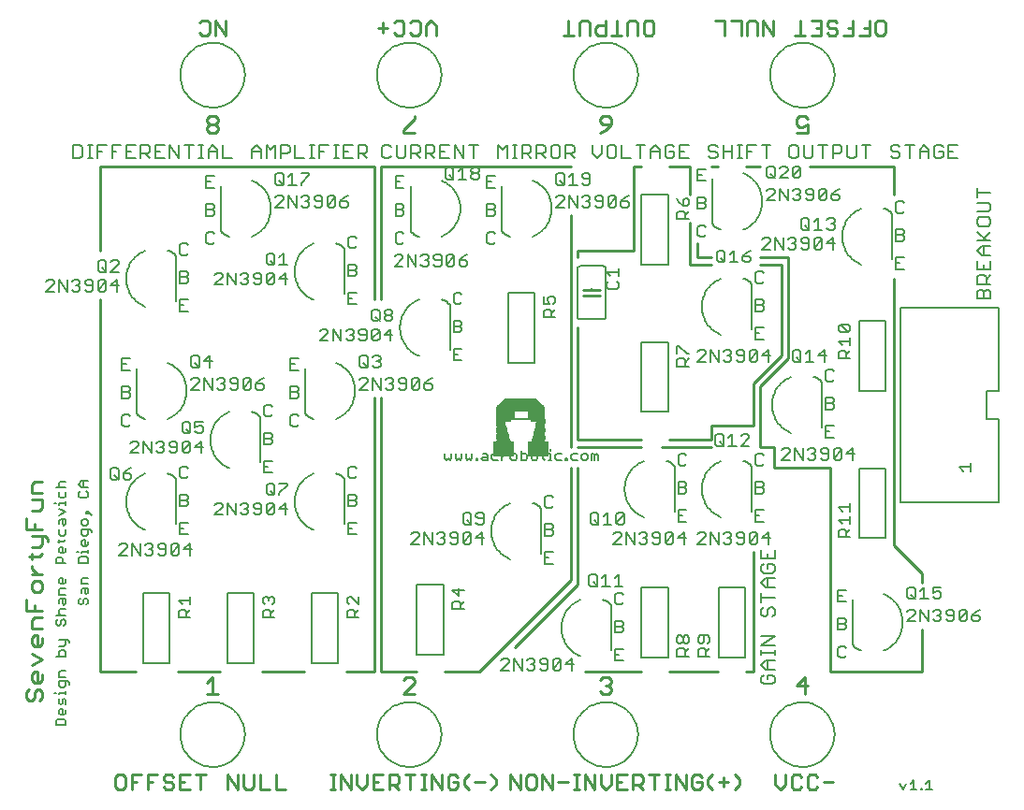
<source format=gto>
G75*
%MOIN*%
%OFA0B0*%
%FSLAX24Y24*%
%IPPOS*%
%LPD*%
%AMOC8*
5,1,8,0,0,1.08239X$1,22.5*
%
%ADD10C,0.0080*%
%ADD11C,0.0090*%
%ADD12C,0.0110*%
%ADD13C,0.0060*%
%ADD14C,0.0100*%
%ADD15R,0.0674X0.0001*%
%ADD16R,0.0674X0.0001*%
%ADD17R,0.0687X0.0001*%
%ADD18R,0.0687X0.0001*%
%ADD19R,0.0695X0.0001*%
%ADD20R,0.0694X0.0001*%
%ADD21R,0.0701X0.0001*%
%ADD22R,0.0700X0.0001*%
%ADD23R,0.0705X0.0001*%
%ADD24R,0.0710X0.0001*%
%ADD25R,0.0709X0.0001*%
%ADD26R,0.0713X0.0001*%
%ADD27R,0.0717X0.0001*%
%ADD28R,0.0717X0.0001*%
%ADD29R,0.0720X0.0001*%
%ADD30R,0.0723X0.0001*%
%ADD31R,0.0726X0.0001*%
%ADD32R,0.0725X0.0001*%
%ADD33R,0.0729X0.0001*%
%ADD34R,0.0728X0.0001*%
%ADD35R,0.0731X0.0001*%
%ADD36R,0.0733X0.0001*%
%ADD37R,0.0735X0.0001*%
%ADD38R,0.0737X0.0001*%
%ADD39R,0.0737X0.0001*%
%ADD40R,0.0739X0.0001*%
%ADD41R,0.0741X0.0001*%
%ADD42R,0.0743X0.0001*%
%ADD43R,0.0745X0.0001*%
%ADD44R,0.0744X0.0001*%
%ADD45R,0.0746X0.0001*%
%ADD46R,0.0748X0.0001*%
%ADD47R,0.0747X0.0001*%
%ADD48R,0.0749X0.0001*%
%ADD49R,0.0751X0.0001*%
%ADD50R,0.0750X0.0001*%
%ADD51R,0.0753X0.0001*%
%ADD52R,0.0754X0.0001*%
%ADD53R,0.0755X0.0001*%
%ADD54R,0.0756X0.0001*%
%ADD55R,0.0757X0.0001*%
%ADD56R,0.0757X0.0001*%
%ADD57R,0.0758X0.0001*%
%ADD58R,0.0759X0.0001*%
%ADD59R,0.0761X0.0001*%
%ADD60R,0.0760X0.0001*%
%ADD61R,0.0762X0.0001*%
%ADD62R,0.0763X0.0001*%
%ADD63R,0.0764X0.0001*%
%ADD64R,0.0764X0.0001*%
%ADD65R,0.0765X0.0001*%
%ADD66R,0.0766X0.0001*%
%ADD67R,0.0752X0.0001*%
%ADD68R,0.0747X0.0001*%
%ADD69R,0.0742X0.0001*%
%ADD70R,0.0740X0.0001*%
%ADD71R,0.0738X0.0001*%
%ADD72R,0.0736X0.0001*%
%ADD73R,0.0734X0.0001*%
%ADD74R,0.0732X0.0001*%
%ADD75R,0.0727X0.0001*%
%ADD76R,0.0724X0.0001*%
%ADD77R,0.0721X0.0001*%
%ADD78R,0.0718X0.0001*%
%ADD79R,0.0714X0.0001*%
%ADD80R,0.0711X0.0001*%
%ADD81R,0.0730X0.0001*%
%ADD82R,0.0707X0.0001*%
%ADD83R,0.0702X0.0001*%
%ADD84R,0.0696X0.0001*%
%ADD85R,0.0690X0.0001*%
%ADD86R,0.0680X0.0001*%
%ADD87R,0.0516X0.0001*%
%ADD88R,0.0515X0.0001*%
%ADD89R,0.0514X0.0001*%
%ADD90R,0.0675X0.0001*%
%ADD91R,0.0479X0.0001*%
%ADD92R,0.0513X0.0001*%
%ADD93R,0.0478X0.0001*%
%ADD94R,0.0512X0.0001*%
%ADD95R,0.0511X0.0001*%
%ADD96R,0.0477X0.0001*%
%ADD97R,0.0510X0.0001*%
%ADD98R,0.0476X0.0001*%
%ADD99R,0.0509X0.0001*%
%ADD100R,0.0475X0.0001*%
%ADD101R,0.0508X0.0001*%
%ADD102R,0.0474X0.0001*%
%ADD103R,0.0507X0.0001*%
%ADD104R,0.0506X0.0001*%
%ADD105R,0.0473X0.0001*%
%ADD106R,0.0505X0.0001*%
%ADD107R,0.0472X0.0001*%
%ADD108R,0.0504X0.0001*%
%ADD109R,0.0471X0.0001*%
%ADD110R,0.0503X0.0001*%
%ADD111R,0.0470X0.0001*%
%ADD112R,0.0502X0.0001*%
%ADD113R,0.0469X0.0001*%
%ADD114R,0.0501X0.0001*%
%ADD115R,0.0500X0.0001*%
%ADD116R,0.0468X0.0001*%
%ADD117R,0.0499X0.0001*%
%ADD118R,0.0467X0.0001*%
%ADD119R,0.0498X0.0001*%
%ADD120R,0.0466X0.0001*%
%ADD121R,0.0497X0.0001*%
%ADD122R,0.0465X0.0001*%
%ADD123R,0.0496X0.0001*%
%ADD124R,0.0495X0.0001*%
%ADD125R,0.0464X0.0001*%
%ADD126R,0.0494X0.0001*%
%ADD127R,0.0463X0.0001*%
%ADD128R,0.0493X0.0001*%
%ADD129R,0.0462X0.0001*%
%ADD130R,0.0492X0.0001*%
%ADD131R,0.0461X0.0001*%
%ADD132R,0.0491X0.0001*%
%ADD133R,0.0490X0.0001*%
%ADD134R,0.0460X0.0001*%
%ADD135R,0.0489X0.0001*%
%ADD136R,0.0459X0.0001*%
%ADD137R,0.0488X0.0001*%
%ADD138R,0.0458X0.0001*%
%ADD139R,0.0487X0.0001*%
%ADD140R,0.0457X0.0001*%
%ADD141R,0.0486X0.0001*%
%ADD142R,0.0485X0.0001*%
%ADD143R,0.0456X0.0001*%
%ADD144R,0.0484X0.0001*%
%ADD145R,0.0455X0.0001*%
%ADD146R,0.0483X0.0001*%
%ADD147R,0.0454X0.0001*%
%ADD148R,0.0482X0.0001*%
%ADD149R,0.0453X0.0001*%
%ADD150R,0.0481X0.0001*%
%ADD151R,0.0452X0.0001*%
%ADD152R,0.0480X0.0001*%
%ADD153R,0.0451X0.0001*%
%ADD154R,0.0450X0.0001*%
%ADD155R,0.0449X0.0001*%
%ADD156R,0.0448X0.0001*%
%ADD157R,0.0447X0.0001*%
%ADD158R,0.0446X0.0001*%
%ADD159R,0.0445X0.0001*%
%ADD160R,0.0444X0.0001*%
%ADD161R,0.0443X0.0001*%
%ADD162R,0.0442X0.0001*%
%ADD163R,0.0441X0.0001*%
%ADD164R,0.0440X0.0001*%
%ADD165R,0.0439X0.0001*%
%ADD166R,0.0438X0.0001*%
%ADD167R,0.0437X0.0001*%
%ADD168R,0.0436X0.0001*%
%ADD169R,0.0435X0.0001*%
%ADD170R,0.0434X0.0001*%
%ADD171R,0.0433X0.0001*%
%ADD172R,0.0432X0.0001*%
%ADD173R,0.0431X0.0001*%
%ADD174R,0.0430X0.0001*%
%ADD175R,0.0429X0.0001*%
%ADD176R,0.0428X0.0001*%
%ADD177R,0.0427X0.0001*%
%ADD178R,0.0426X0.0001*%
%ADD179R,0.0425X0.0001*%
%ADD180R,0.0424X0.0001*%
%ADD181R,0.0423X0.0001*%
%ADD182R,0.0422X0.0001*%
%ADD183R,0.0421X0.0001*%
%ADD184R,0.0420X0.0001*%
%ADD185R,0.0419X0.0001*%
%ADD186R,0.0418X0.0001*%
%ADD187R,0.0417X0.0001*%
%ADD188R,0.0416X0.0001*%
%ADD189R,0.0415X0.0001*%
%ADD190R,0.0414X0.0001*%
%ADD191R,0.0413X0.0001*%
%ADD192R,0.0412X0.0001*%
%ADD193R,0.0411X0.0001*%
%ADD194R,0.0410X0.0001*%
%ADD195R,0.0409X0.0001*%
%ADD196R,0.0408X0.0001*%
%ADD197R,0.0407X0.0001*%
%ADD198R,0.0406X0.0001*%
%ADD199R,0.0405X0.0001*%
%ADD200R,0.0404X0.0001*%
%ADD201R,0.0403X0.0001*%
%ADD202R,0.0402X0.0001*%
%ADD203R,0.0401X0.0001*%
%ADD204R,0.0400X0.0001*%
%ADD205R,0.0399X0.0001*%
%ADD206R,0.0398X0.0001*%
%ADD207R,0.0397X0.0001*%
%ADD208R,0.0396X0.0001*%
%ADD209R,0.0395X0.0001*%
%ADD210R,0.0394X0.0001*%
%ADD211R,0.0393X0.0001*%
%ADD212R,0.0392X0.0001*%
%ADD213R,0.0391X0.0001*%
%ADD214R,0.0390X0.0001*%
%ADD215R,0.0389X0.0001*%
%ADD216R,0.0388X0.0001*%
%ADD217R,0.0387X0.0001*%
%ADD218R,0.0386X0.0001*%
%ADD219R,0.0385X0.0001*%
%ADD220R,0.0384X0.0001*%
%ADD221R,0.0383X0.0001*%
%ADD222R,0.0382X0.0001*%
%ADD223R,0.0381X0.0001*%
%ADD224R,0.0380X0.0001*%
%ADD225R,0.0379X0.0001*%
%ADD226R,0.0378X0.0001*%
%ADD227R,0.0377X0.0001*%
%ADD228R,0.0376X0.0001*%
%ADD229R,0.0375X0.0001*%
%ADD230R,0.0374X0.0001*%
%ADD231R,0.0373X0.0001*%
%ADD232R,0.0372X0.0001*%
%ADD233R,0.0371X0.0001*%
%ADD234R,0.0370X0.0001*%
%ADD235R,0.0369X0.0001*%
%ADD236R,0.0368X0.0001*%
%ADD237R,0.0367X0.0001*%
%ADD238R,0.0366X0.0001*%
%ADD239R,0.0365X0.0001*%
%ADD240R,0.0364X0.0001*%
%ADD241R,0.0363X0.0001*%
%ADD242R,0.0362X0.0001*%
%ADD243R,0.0361X0.0001*%
%ADD244R,0.0360X0.0001*%
%ADD245R,0.0359X0.0001*%
%ADD246R,0.0358X0.0001*%
%ADD247R,0.0357X0.0001*%
%ADD248R,0.0356X0.0001*%
%ADD249R,0.0355X0.0001*%
%ADD250R,0.0354X0.0001*%
%ADD251R,0.0353X0.0001*%
%ADD252R,0.0352X0.0001*%
%ADD253R,0.0351X0.0001*%
%ADD254R,0.0350X0.0001*%
%ADD255R,0.0349X0.0001*%
%ADD256R,0.0348X0.0001*%
%ADD257R,0.0347X0.0001*%
%ADD258R,0.0346X0.0001*%
%ADD259R,0.0345X0.0001*%
%ADD260R,0.0344X0.0001*%
%ADD261R,0.0343X0.0001*%
%ADD262R,0.0342X0.0001*%
%ADD263R,0.0341X0.0001*%
%ADD264R,0.0340X0.0001*%
%ADD265R,0.0339X0.0001*%
%ADD266R,0.0338X0.0001*%
%ADD267R,0.0337X0.0001*%
%ADD268R,0.0336X0.0001*%
%ADD269R,0.0335X0.0001*%
%ADD270R,0.0334X0.0001*%
%ADD271R,0.0333X0.0001*%
%ADD272R,0.0332X0.0001*%
%ADD273R,0.0331X0.0001*%
%ADD274R,0.0330X0.0001*%
%ADD275R,0.0329X0.0001*%
%ADD276R,0.0328X0.0001*%
%ADD277R,0.0327X0.0001*%
%ADD278R,0.0326X0.0001*%
%ADD279R,0.0325X0.0001*%
%ADD280R,0.0324X0.0001*%
%ADD281R,0.0323X0.0001*%
%ADD282R,0.0322X0.0001*%
%ADD283R,0.0321X0.0001*%
%ADD284R,0.0320X0.0001*%
%ADD285R,0.0319X0.0001*%
%ADD286R,0.0318X0.0001*%
%ADD287R,0.0317X0.0001*%
%ADD288R,0.0316X0.0001*%
%ADD289R,0.0315X0.0001*%
%ADD290R,0.0314X0.0001*%
%ADD291R,0.0313X0.0001*%
%ADD292R,0.0312X0.0001*%
%ADD293R,0.0311X0.0001*%
%ADD294R,0.0310X0.0001*%
%ADD295R,0.0309X0.0001*%
%ADD296R,0.0308X0.0001*%
%ADD297R,0.0307X0.0001*%
%ADD298R,0.0306X0.0001*%
%ADD299R,0.0305X0.0001*%
%ADD300R,0.0304X0.0001*%
%ADD301R,0.0303X0.0001*%
%ADD302R,0.0302X0.0001*%
%ADD303R,0.0301X0.0001*%
%ADD304R,0.0300X0.0001*%
%ADD305R,0.0299X0.0001*%
%ADD306R,0.0298X0.0001*%
%ADD307R,0.0297X0.0001*%
%ADD308R,0.0296X0.0001*%
%ADD309R,0.0519X0.0001*%
%ADD310R,0.1736X0.0001*%
%ADD311R,0.0643X0.0001*%
%ADD312R,0.0611X0.0001*%
%ADD313R,0.1735X0.0001*%
%ADD314R,0.1734X0.0001*%
%ADD315R,0.1733X0.0001*%
%ADD316R,0.1732X0.0001*%
%ADD317R,0.1731X0.0001*%
%ADD318R,0.1730X0.0001*%
%ADD319R,0.1729X0.0001*%
%ADD320R,0.1728X0.0001*%
%ADD321R,0.1727X0.0001*%
%ADD322R,0.1726X0.0001*%
%ADD323R,0.1725X0.0001*%
%ADD324R,0.1724X0.0001*%
%ADD325R,0.1723X0.0001*%
%ADD326R,0.1722X0.0001*%
%ADD327R,0.1720X0.0001*%
%ADD328R,0.1718X0.0001*%
%ADD329R,0.1716X0.0001*%
%ADD330R,0.1714X0.0001*%
%ADD331R,0.1712X0.0001*%
%ADD332R,0.1711X0.0001*%
%ADD333R,0.1710X0.0001*%
%ADD334R,0.1709X0.0001*%
%ADD335R,0.1708X0.0001*%
%ADD336R,0.1707X0.0001*%
%ADD337R,0.1706X0.0001*%
%ADD338R,0.1705X0.0001*%
%ADD339R,0.1704X0.0001*%
%ADD340R,0.1703X0.0001*%
%ADD341R,0.1702X0.0001*%
%ADD342R,0.1701X0.0001*%
%ADD343R,0.1700X0.0001*%
%ADD344R,0.1699X0.0001*%
%ADD345R,0.1698X0.0001*%
%ADD346R,0.1697X0.0001*%
%ADD347R,0.1696X0.0001*%
%ADD348R,0.1695X0.0001*%
%ADD349R,0.1694X0.0001*%
%ADD350R,0.1693X0.0001*%
%ADD351R,0.1692X0.0001*%
%ADD352R,0.1691X0.0001*%
%ADD353R,0.1690X0.0001*%
%ADD354R,0.1689X0.0001*%
%ADD355R,0.1687X0.0001*%
%ADD356R,0.1685X0.0001*%
%ADD357R,0.1682X0.0001*%
%ADD358R,0.1680X0.0001*%
%ADD359R,0.1678X0.0001*%
%ADD360R,0.1676X0.0001*%
%ADD361R,0.1674X0.0001*%
%ADD362R,0.1672X0.0001*%
%ADD363R,0.1670X0.0001*%
%ADD364R,0.1668X0.0001*%
%ADD365R,0.1666X0.0001*%
%ADD366R,0.1664X0.0001*%
%ADD367R,0.1662X0.0001*%
%ADD368R,0.1660X0.0001*%
%ADD369R,0.1658X0.0001*%
%ADD370R,0.1656X0.0001*%
%ADD371R,0.1654X0.0001*%
%ADD372R,0.1652X0.0001*%
%ADD373R,0.1650X0.0001*%
%ADD374R,0.1648X0.0001*%
%ADD375R,0.1646X0.0001*%
%ADD376R,0.1644X0.0001*%
%ADD377R,0.1642X0.0001*%
%ADD378R,0.1640X0.0001*%
%ADD379R,0.1638X0.0001*%
%ADD380R,0.1636X0.0001*%
%ADD381R,0.1634X0.0001*%
%ADD382R,0.1632X0.0001*%
%ADD383R,0.1630X0.0001*%
%ADD384R,0.1628X0.0001*%
%ADD385R,0.1626X0.0001*%
%ADD386R,0.1624X0.0001*%
%ADD387R,0.1622X0.0001*%
%ADD388R,0.1620X0.0001*%
%ADD389R,0.1617X0.0001*%
%ADD390R,0.1615X0.0001*%
%ADD391R,0.1613X0.0001*%
%ADD392R,0.1611X0.0001*%
%ADD393R,0.1609X0.0001*%
%ADD394R,0.1607X0.0001*%
%ADD395R,0.1605X0.0001*%
%ADD396R,0.1603X0.0001*%
%ADD397R,0.1601X0.0001*%
%ADD398R,0.1599X0.0001*%
%ADD399R,0.1597X0.0001*%
%ADD400R,0.1595X0.0001*%
%ADD401R,0.1593X0.0001*%
%ADD402R,0.1591X0.0001*%
%ADD403R,0.1589X0.0001*%
%ADD404R,0.1587X0.0001*%
%ADD405R,0.1585X0.0001*%
%ADD406R,0.1582X0.0001*%
%ADD407R,0.1580X0.0001*%
%ADD408R,0.1578X0.0001*%
%ADD409R,0.1576X0.0001*%
%ADD410R,0.1574X0.0001*%
%ADD411R,0.1572X0.0001*%
%ADD412R,0.1570X0.0001*%
%ADD413R,0.1568X0.0001*%
%ADD414R,0.1566X0.0001*%
%ADD415R,0.1564X0.0001*%
%ADD416R,0.1562X0.0001*%
%ADD417R,0.1560X0.0001*%
%ADD418R,0.1558X0.0001*%
%ADD419R,0.1556X0.0001*%
%ADD420R,0.1554X0.0001*%
%ADD421R,0.1552X0.0001*%
%ADD422R,0.1550X0.0001*%
%ADD423R,0.1548X0.0001*%
%ADD424R,0.1546X0.0001*%
%ADD425R,0.1544X0.0001*%
%ADD426R,0.1542X0.0001*%
%ADD427R,0.1540X0.0001*%
%ADD428R,0.1538X0.0001*%
%ADD429R,0.1536X0.0001*%
%ADD430R,0.1534X0.0001*%
%ADD431R,0.1532X0.0001*%
%ADD432R,0.1530X0.0001*%
%ADD433R,0.1528X0.0001*%
%ADD434R,0.1526X0.0001*%
%ADD435R,0.1524X0.0001*%
%ADD436R,0.1522X0.0001*%
%ADD437R,0.1520X0.0001*%
%ADD438R,0.1517X0.0001*%
%ADD439R,0.1515X0.0001*%
%ADD440R,0.1513X0.0001*%
%ADD441R,0.1511X0.0001*%
%ADD442R,0.1509X0.0001*%
%ADD443R,0.1507X0.0001*%
%ADD444R,0.1505X0.0001*%
%ADD445R,0.1503X0.0001*%
%ADD446R,0.1501X0.0001*%
%ADD447R,0.1499X0.0001*%
%ADD448R,0.1497X0.0001*%
%ADD449R,0.1495X0.0001*%
%ADD450R,0.1493X0.0001*%
%ADD451R,0.1491X0.0001*%
%ADD452R,0.1489X0.0001*%
%ADD453R,0.1487X0.0001*%
%ADD454R,0.1485X0.0001*%
%ADD455R,0.1482X0.0001*%
%ADD456R,0.1480X0.0001*%
%ADD457R,0.1478X0.0001*%
%ADD458R,0.1476X0.0001*%
%ADD459R,0.1474X0.0001*%
%ADD460R,0.1472X0.0001*%
%ADD461R,0.1470X0.0001*%
%ADD462R,0.1468X0.0001*%
%ADD463R,0.1466X0.0001*%
%ADD464R,0.1464X0.0001*%
%ADD465R,0.1462X0.0001*%
%ADD466R,0.1460X0.0001*%
%ADD467R,0.1458X0.0001*%
%ADD468R,0.1456X0.0001*%
%ADD469R,0.1454X0.0001*%
%ADD470R,0.1452X0.0001*%
%ADD471R,0.1450X0.0001*%
%ADD472R,0.1448X0.0001*%
%ADD473R,0.1446X0.0001*%
%ADD474R,0.1444X0.0001*%
%ADD475R,0.1442X0.0001*%
%ADD476R,0.1440X0.0001*%
%ADD477R,0.1438X0.0001*%
%ADD478R,0.1436X0.0001*%
%ADD479R,0.1434X0.0001*%
%ADD480R,0.1432X0.0001*%
%ADD481R,0.1430X0.0001*%
%ADD482R,0.1428X0.0001*%
%ADD483R,0.1426X0.0001*%
%ADD484R,0.1424X0.0001*%
%ADD485R,0.1422X0.0001*%
%ADD486R,0.1420X0.0001*%
%ADD487R,0.1418X0.0001*%
%ADD488R,0.1415X0.0001*%
%ADD489R,0.1413X0.0001*%
%ADD490R,0.1411X0.0001*%
%ADD491R,0.1409X0.0001*%
%ADD492R,0.1407X0.0001*%
%ADD493R,0.1405X0.0001*%
%ADD494R,0.1403X0.0001*%
%ADD495R,0.1401X0.0001*%
%ADD496R,0.1399X0.0001*%
%ADD497R,0.1397X0.0001*%
%ADD498R,0.1395X0.0001*%
%ADD499R,0.1393X0.0001*%
%ADD500R,0.1391X0.0001*%
%ADD501R,0.1389X0.0001*%
%ADD502R,0.1387X0.0001*%
%ADD503R,0.1384X0.0001*%
%ADD504R,0.1382X0.0001*%
%ADD505R,0.1380X0.0001*%
%ADD506R,0.1378X0.0001*%
%ADD507R,0.1376X0.0001*%
%ADD508R,0.1374X0.0001*%
%ADD509R,0.1372X0.0001*%
%ADD510R,0.1370X0.0001*%
%ADD511R,0.1368X0.0001*%
%ADD512R,0.1366X0.0001*%
%ADD513R,0.1364X0.0001*%
%ADD514R,0.1362X0.0001*%
%ADD515R,0.1360X0.0001*%
%ADD516R,0.1358X0.0001*%
%ADD517R,0.1356X0.0001*%
%ADD518R,0.1354X0.0001*%
%ADD519R,0.1352X0.0001*%
%ADD520R,0.1350X0.0001*%
%ADD521R,0.1348X0.0001*%
%ADD522R,0.1346X0.0001*%
%ADD523R,0.1344X0.0001*%
%ADD524R,0.1342X0.0001*%
%ADD525R,0.1340X0.0001*%
%ADD526R,0.1338X0.0001*%
%ADD527R,0.1336X0.0001*%
%ADD528R,0.1334X0.0001*%
%ADD529R,0.1332X0.0001*%
%ADD530R,0.1330X0.0001*%
%ADD531R,0.1328X0.0001*%
%ADD532R,0.1326X0.0001*%
%ADD533R,0.1324X0.0001*%
%ADD534R,0.1322X0.0001*%
%ADD535R,0.1320X0.0001*%
%ADD536R,0.1318X0.0001*%
%ADD537R,0.1315X0.0001*%
%ADD538R,0.1313X0.0001*%
%ADD539R,0.1311X0.0001*%
%ADD540R,0.1309X0.0001*%
%ADD541R,0.1307X0.0001*%
%ADD542R,0.1305X0.0001*%
%ADD543R,0.1303X0.0001*%
%ADD544R,0.1301X0.0001*%
%ADD545R,0.1299X0.0001*%
%ADD546R,0.1297X0.0001*%
%ADD547R,0.1295X0.0001*%
%ADD548R,0.1293X0.0001*%
%ADD549R,0.1291X0.0001*%
%ADD550R,0.1289X0.0001*%
%ADD551R,0.1287X0.0001*%
%ADD552R,0.1284X0.0001*%
%ADD553R,0.1282X0.0001*%
%ADD554R,0.1280X0.0001*%
%ADD555R,0.1278X0.0001*%
%ADD556R,0.1276X0.0001*%
%ADD557R,0.1274X0.0001*%
%ADD558R,0.1272X0.0001*%
%ADD559R,0.1270X0.0001*%
%ADD560R,0.1268X0.0001*%
%ADD561R,0.1266X0.0001*%
%ADD562R,0.1264X0.0001*%
%ADD563R,0.1262X0.0001*%
%ADD564R,0.1260X0.0001*%
%ADD565R,0.1258X0.0001*%
%ADD566R,0.1256X0.0001*%
%ADD567R,0.1254X0.0001*%
%ADD568R,0.1252X0.0001*%
%ADD569R,0.1250X0.0001*%
%ADD570R,0.1248X0.0001*%
%ADD571R,0.1246X0.0001*%
%ADD572R,0.1244X0.0001*%
%ADD573R,0.1242X0.0001*%
%ADD574R,0.1240X0.0001*%
%ADD575R,0.1238X0.0001*%
%ADD576R,0.1236X0.0001*%
%ADD577R,0.1234X0.0001*%
%ADD578R,0.1232X0.0001*%
%ADD579R,0.1230X0.0001*%
%ADD580R,0.1228X0.0001*%
%ADD581R,0.1226X0.0001*%
%ADD582R,0.1224X0.0001*%
%ADD583R,0.1222X0.0001*%
%ADD584R,0.1220X0.0001*%
%ADD585R,0.1218X0.0001*%
%ADD586R,0.1215X0.0001*%
%ADD587R,0.1213X0.0001*%
%ADD588R,0.1211X0.0001*%
%ADD589R,0.1209X0.0001*%
%ADD590R,0.1207X0.0001*%
%ADD591R,0.1205X0.0001*%
%ADD592R,0.1203X0.0001*%
%ADD593R,0.1201X0.0001*%
%ADD594R,0.1199X0.0001*%
%ADD595R,0.1197X0.0001*%
%ADD596R,0.1195X0.0001*%
%ADD597R,0.1193X0.0001*%
%ADD598R,0.1191X0.0001*%
%ADD599R,0.1189X0.0001*%
%ADD600R,0.1187X0.0001*%
%ADD601R,0.1184X0.0001*%
%ADD602R,0.1182X0.0001*%
%ADD603R,0.1180X0.0001*%
%ADD604R,0.1178X0.0001*%
%ADD605R,0.1176X0.0001*%
%ADD606R,0.1174X0.0001*%
%ADD607R,0.1172X0.0001*%
%ADD608R,0.1170X0.0001*%
%ADD609R,0.1168X0.0001*%
%ADD610R,0.1166X0.0001*%
%ADD611R,0.1164X0.0001*%
%ADD612R,0.1162X0.0001*%
%ADD613R,0.1160X0.0001*%
%ADD614R,0.1158X0.0001*%
%ADD615R,0.1156X0.0001*%
%ADD616R,0.1154X0.0001*%
%ADD617R,0.1152X0.0001*%
%ADD618R,0.1150X0.0001*%
%ADD619R,0.1148X0.0001*%
%ADD620R,0.1146X0.0001*%
%ADD621R,0.1142X0.0001*%
%ADD622R,0.1136X0.0001*%
%ADD623R,0.1131X0.0001*%
%ADD624R,0.1126X0.0001*%
%ADD625R,0.1120X0.0001*%
%ADD626R,0.1114X0.0001*%
%ADD627R,0.1108X0.0001*%
%ADD628R,0.1102X0.0001*%
%ADD629R,0.1095X0.0001*%
%ADD630R,0.1089X0.0001*%
%ADD631R,0.1083X0.0001*%
%ADD632R,0.1075X0.0001*%
%ADD633R,0.1067X0.0001*%
%ADD634R,0.1060X0.0001*%
%ADD635R,0.1052X0.0001*%
%ADD636R,0.1044X0.0001*%
%ADD637R,0.1036X0.0001*%
%ADD638R,0.1026X0.0001*%
%ADD639R,0.1016X0.0001*%
%ADD640R,0.1005X0.0001*%
%ADD641R,0.0993X0.0001*%
%ADD642R,0.0977X0.0001*%
%ADD643R,0.0954X0.0001*%
%ADD644C,0.0000*%
%ADD645C,0.0050*%
D10*
X004903Y005185D02*
X004903Y007665D01*
X005847Y007665D01*
X005847Y005185D01*
X004903Y005185D01*
X006165Y006794D02*
X006165Y007004D01*
X006235Y007074D01*
X006375Y007074D01*
X006445Y007004D01*
X006445Y006794D01*
X006585Y006794D02*
X006165Y006794D01*
X006445Y006934D02*
X006585Y007074D01*
X006585Y007255D02*
X006585Y007535D01*
X006585Y007395D02*
X006165Y007395D01*
X006305Y007255D01*
X007903Y007665D02*
X007903Y005185D01*
X008847Y005185D01*
X008847Y007665D01*
X007903Y007665D01*
X009165Y007465D02*
X009235Y007535D01*
X009305Y007535D01*
X009375Y007465D01*
X009445Y007535D01*
X009515Y007535D01*
X009585Y007465D01*
X009585Y007325D01*
X009515Y007255D01*
X009585Y007074D02*
X009445Y006934D01*
X009445Y007004D02*
X009445Y006794D01*
X009585Y006794D02*
X009165Y006794D01*
X009165Y007004D01*
X009235Y007074D01*
X009375Y007074D01*
X009445Y007004D01*
X009235Y007255D02*
X009165Y007325D01*
X009165Y007465D01*
X009375Y007465D02*
X009375Y007395D01*
X010903Y007665D02*
X010903Y005185D01*
X011847Y005185D01*
X011847Y007665D01*
X010903Y007665D01*
X012165Y007465D02*
X012165Y007325D01*
X012235Y007255D01*
X012235Y007074D02*
X012375Y007074D01*
X012445Y007004D01*
X012445Y006794D01*
X012585Y006794D02*
X012165Y006794D01*
X012165Y007004D01*
X012235Y007074D01*
X012445Y006934D02*
X012585Y007074D01*
X012585Y007255D02*
X012305Y007535D01*
X012235Y007535D01*
X012165Y007465D01*
X012585Y007535D02*
X012585Y007255D01*
X014653Y007965D02*
X014653Y005485D01*
X015597Y005485D01*
X015597Y007965D01*
X014653Y007965D01*
X015915Y007765D02*
X016125Y007555D01*
X016125Y007835D01*
X016335Y007765D02*
X015915Y007765D01*
X015985Y007374D02*
X016125Y007374D01*
X016195Y007304D01*
X016195Y007094D01*
X016335Y007094D02*
X015915Y007094D01*
X015915Y007304D01*
X015985Y007374D01*
X016195Y007234D02*
X016335Y007374D01*
X016364Y009415D02*
X016294Y009485D01*
X016574Y009765D01*
X016574Y009485D01*
X016504Y009415D01*
X016364Y009415D01*
X016294Y009485D02*
X016294Y009765D01*
X016364Y009835D01*
X016504Y009835D01*
X016574Y009765D01*
X016755Y009625D02*
X017035Y009625D01*
X016965Y009415D02*
X016965Y009835D01*
X016755Y009625D01*
X016114Y009625D02*
X015904Y009625D01*
X015834Y009695D01*
X015834Y009765D01*
X015904Y009835D01*
X016044Y009835D01*
X016114Y009765D01*
X016114Y009485D01*
X016044Y009415D01*
X015904Y009415D01*
X015834Y009485D01*
X015654Y009485D02*
X015654Y009555D01*
X015584Y009625D01*
X015514Y009625D01*
X015584Y009625D02*
X015654Y009695D01*
X015654Y009765D01*
X015584Y009835D01*
X015443Y009835D01*
X015373Y009765D01*
X015193Y009835D02*
X015193Y009415D01*
X014913Y009835D01*
X014913Y009415D01*
X014733Y009415D02*
X014453Y009415D01*
X014733Y009695D01*
X014733Y009765D01*
X014663Y009835D01*
X014523Y009835D01*
X014453Y009765D01*
X015373Y009485D02*
X015443Y009415D01*
X015584Y009415D01*
X015654Y009485D01*
X016294Y010185D02*
X016364Y010115D01*
X016504Y010115D01*
X016574Y010185D01*
X016574Y010465D01*
X016504Y010535D01*
X016364Y010535D01*
X016294Y010465D01*
X016294Y010185D01*
X016434Y010255D02*
X016574Y010115D01*
X016755Y010185D02*
X016825Y010115D01*
X016965Y010115D01*
X017035Y010185D01*
X017035Y010465D01*
X016965Y010535D01*
X016825Y010535D01*
X016755Y010465D01*
X016755Y010395D01*
X016825Y010325D01*
X017035Y010325D01*
X017975Y010875D02*
X017916Y010849D01*
X017859Y010820D01*
X017804Y010788D01*
X017750Y010752D01*
X017699Y010714D01*
X017651Y010672D01*
X017605Y010628D01*
X017561Y010580D01*
X017521Y010531D01*
X017483Y010479D01*
X017449Y010425D01*
X017418Y010369D01*
X017390Y010311D01*
X017366Y010251D01*
X017345Y010191D01*
X017328Y010129D01*
X017315Y010066D01*
X017306Y010003D01*
X017300Y009939D01*
X017298Y009875D01*
X017300Y009811D01*
X017306Y009747D01*
X017315Y009684D01*
X017328Y009621D01*
X017345Y009559D01*
X017366Y009499D01*
X017390Y009439D01*
X017418Y009381D01*
X017449Y009325D01*
X017483Y009271D01*
X017521Y009219D01*
X017561Y009170D01*
X017605Y009122D01*
X017651Y009078D01*
X017699Y009036D01*
X017750Y008998D01*
X017804Y008962D01*
X017859Y008930D01*
X017916Y008901D01*
X017975Y008875D01*
X019075Y009075D02*
X019075Y010675D01*
X019215Y010785D02*
X019285Y010715D01*
X019425Y010715D01*
X019495Y010785D01*
X019215Y010785D02*
X019215Y011065D01*
X019285Y011135D01*
X019425Y011135D01*
X019495Y011065D01*
X019075Y010675D02*
X019054Y010706D01*
X019031Y010735D01*
X019005Y010761D01*
X018977Y010786D01*
X018947Y010808D01*
X018915Y010827D01*
X018882Y010843D01*
X018847Y010857D01*
X018812Y010867D01*
X018775Y010875D01*
X019215Y010135D02*
X019425Y010135D01*
X019495Y010065D01*
X019495Y009995D01*
X019425Y009925D01*
X019215Y009925D01*
X019215Y009715D02*
X019425Y009715D01*
X019495Y009785D01*
X019495Y009855D01*
X019425Y009925D01*
X019215Y009715D02*
X019215Y010135D01*
X019215Y009135D02*
X019215Y008715D01*
X019495Y008715D01*
X019355Y008925D02*
X019215Y008925D01*
X019215Y009135D02*
X019495Y009135D01*
X020784Y008265D02*
X020784Y007985D01*
X020854Y007915D01*
X020994Y007915D01*
X021064Y007985D01*
X021064Y008265D01*
X020994Y008335D01*
X020854Y008335D01*
X020784Y008265D01*
X020924Y008055D02*
X021064Y007915D01*
X021244Y007915D02*
X021524Y007915D01*
X021384Y007915D02*
X021384Y008335D01*
X021244Y008195D01*
X021705Y008195D02*
X021845Y008335D01*
X021845Y007915D01*
X021705Y007915D02*
X021985Y007915D01*
X021925Y007685D02*
X021785Y007685D01*
X021715Y007615D01*
X021715Y007335D01*
X021785Y007265D01*
X021925Y007265D01*
X021995Y007335D01*
X021995Y007615D02*
X021925Y007685D01*
X021575Y007225D02*
X021575Y005625D01*
X021715Y005685D02*
X021715Y005265D01*
X021995Y005265D01*
X021855Y005475D02*
X021715Y005475D01*
X021715Y005685D02*
X021995Y005685D01*
X021925Y006265D02*
X021715Y006265D01*
X021715Y006685D01*
X021925Y006685D01*
X021995Y006615D01*
X021995Y006545D01*
X021925Y006475D01*
X021715Y006475D01*
X021925Y006475D02*
X021995Y006405D01*
X021995Y006335D01*
X021925Y006265D01*
X021575Y007225D02*
X021554Y007256D01*
X021531Y007285D01*
X021505Y007311D01*
X021477Y007336D01*
X021447Y007358D01*
X021415Y007377D01*
X021382Y007393D01*
X021347Y007407D01*
X021312Y007417D01*
X021275Y007425D01*
X020475Y007425D02*
X020416Y007399D01*
X020359Y007370D01*
X020304Y007338D01*
X020250Y007302D01*
X020199Y007264D01*
X020151Y007222D01*
X020105Y007178D01*
X020061Y007130D01*
X020021Y007081D01*
X019983Y007029D01*
X019949Y006975D01*
X019918Y006919D01*
X019890Y006861D01*
X019866Y006801D01*
X019845Y006741D01*
X019828Y006679D01*
X019815Y006616D01*
X019806Y006553D01*
X019800Y006489D01*
X019798Y006425D01*
X019800Y006361D01*
X019806Y006297D01*
X019815Y006234D01*
X019828Y006171D01*
X019845Y006109D01*
X019866Y006049D01*
X019890Y005989D01*
X019918Y005931D01*
X019949Y005875D01*
X019983Y005821D01*
X020021Y005769D01*
X020061Y005720D01*
X020105Y005672D01*
X020151Y005628D01*
X020199Y005586D01*
X020250Y005548D01*
X020304Y005512D01*
X020359Y005480D01*
X020416Y005451D01*
X020475Y005425D01*
X020165Y005335D02*
X020165Y004915D01*
X020235Y005125D02*
X019955Y005125D01*
X020165Y005335D01*
X019774Y005265D02*
X019774Y004985D01*
X019704Y004915D01*
X019564Y004915D01*
X019494Y004985D01*
X019774Y005265D01*
X019704Y005335D01*
X019564Y005335D01*
X019494Y005265D01*
X019494Y004985D01*
X019314Y004985D02*
X019314Y005265D01*
X019244Y005335D01*
X019104Y005335D01*
X019034Y005265D01*
X019034Y005195D01*
X019104Y005125D01*
X019314Y005125D01*
X019314Y004985D02*
X019244Y004915D01*
X019104Y004915D01*
X019034Y004985D01*
X018854Y004985D02*
X018784Y004915D01*
X018643Y004915D01*
X018573Y004985D01*
X018393Y004915D02*
X018393Y005335D01*
X018573Y005265D02*
X018643Y005335D01*
X018784Y005335D01*
X018854Y005265D01*
X018854Y005195D01*
X018784Y005125D01*
X018854Y005055D01*
X018854Y004985D01*
X018784Y005125D02*
X018714Y005125D01*
X018393Y004915D02*
X018113Y005335D01*
X018113Y004915D01*
X017933Y004915D02*
X017653Y004915D01*
X017933Y005195D01*
X017933Y005265D01*
X017863Y005335D01*
X017723Y005335D01*
X017653Y005265D01*
X022653Y005385D02*
X022653Y007865D01*
X023597Y007865D01*
X023597Y005385D01*
X022653Y005385D01*
X023915Y005415D02*
X023915Y005625D01*
X023985Y005695D01*
X024125Y005695D01*
X024195Y005625D01*
X024195Y005415D01*
X024335Y005415D02*
X023915Y005415D01*
X024195Y005555D02*
X024335Y005695D01*
X024265Y005875D02*
X024195Y005875D01*
X024125Y005945D01*
X024125Y006086D01*
X024195Y006156D01*
X024265Y006156D01*
X024335Y006086D01*
X024335Y005945D01*
X024265Y005875D01*
X024125Y005945D02*
X024055Y005875D01*
X023985Y005875D01*
X023915Y005945D01*
X023915Y006086D01*
X023985Y006156D01*
X024055Y006156D01*
X024125Y006086D01*
X024665Y006086D02*
X024665Y005945D01*
X024735Y005875D01*
X024805Y005875D01*
X024875Y005945D01*
X024875Y006156D01*
X025015Y006156D02*
X024735Y006156D01*
X024665Y006086D01*
X025015Y006156D02*
X025085Y006086D01*
X025085Y005945D01*
X025015Y005875D01*
X025085Y005695D02*
X024945Y005555D01*
X024945Y005625D02*
X024945Y005415D01*
X025085Y005415D02*
X024665Y005415D01*
X024665Y005625D01*
X024735Y005695D01*
X024875Y005695D01*
X024945Y005625D01*
X025403Y005385D02*
X025403Y007865D01*
X026347Y007865D01*
X026347Y005385D01*
X025403Y005385D01*
X026915Y005462D02*
X026915Y005622D01*
X026915Y005542D02*
X027395Y005542D01*
X027395Y005462D02*
X027395Y005622D01*
X027395Y005806D02*
X026915Y005806D01*
X027395Y006126D01*
X026915Y006126D01*
X026995Y006837D02*
X027075Y006837D01*
X027155Y006917D01*
X027155Y007077D01*
X027235Y007157D01*
X027315Y007157D01*
X027395Y007077D01*
X027395Y006917D01*
X027315Y006837D01*
X026995Y006837D02*
X026915Y006917D01*
X026915Y007077D01*
X026995Y007157D01*
X026915Y007352D02*
X026915Y007673D01*
X026915Y007513D02*
X027395Y007513D01*
X027395Y007868D02*
X027075Y007868D01*
X026915Y008028D01*
X027075Y008188D01*
X027395Y008188D01*
X027315Y008384D02*
X026995Y008384D01*
X026915Y008464D01*
X026915Y008624D01*
X026995Y008704D01*
X027155Y008704D02*
X027155Y008544D01*
X027155Y008704D02*
X027315Y008704D01*
X027395Y008624D01*
X027395Y008464D01*
X027315Y008384D01*
X027155Y008188D02*
X027155Y007868D01*
X027155Y008899D02*
X027155Y009059D01*
X026915Y008899D02*
X027395Y008899D01*
X027395Y009220D01*
X027165Y009415D02*
X027165Y009835D01*
X026955Y009625D01*
X027235Y009625D01*
X026915Y009220D02*
X026915Y008899D01*
X026704Y009415D02*
X026564Y009415D01*
X026494Y009485D01*
X026774Y009765D01*
X026774Y009485D01*
X026704Y009415D01*
X026494Y009485D02*
X026494Y009765D01*
X026564Y009835D01*
X026704Y009835D01*
X026774Y009765D01*
X026314Y009765D02*
X026314Y009485D01*
X026244Y009415D01*
X026104Y009415D01*
X026034Y009485D01*
X026104Y009625D02*
X026034Y009695D01*
X026034Y009765D01*
X026104Y009835D01*
X026244Y009835D01*
X026314Y009765D01*
X026314Y009625D02*
X026104Y009625D01*
X025854Y009555D02*
X025854Y009485D01*
X025784Y009415D01*
X025643Y009415D01*
X025573Y009485D01*
X025393Y009415D02*
X025393Y009835D01*
X025573Y009765D02*
X025643Y009835D01*
X025784Y009835D01*
X025854Y009765D01*
X025854Y009695D01*
X025784Y009625D01*
X025854Y009555D01*
X025784Y009625D02*
X025714Y009625D01*
X025393Y009415D02*
X025113Y009835D01*
X025113Y009415D01*
X024933Y009415D02*
X024653Y009415D01*
X024933Y009695D01*
X024933Y009765D01*
X024863Y009835D01*
X024723Y009835D01*
X024653Y009765D01*
X024235Y009625D02*
X023955Y009625D01*
X024165Y009835D01*
X024165Y009415D01*
X023774Y009485D02*
X023774Y009765D01*
X023494Y009485D01*
X023564Y009415D01*
X023704Y009415D01*
X023774Y009485D01*
X023494Y009485D02*
X023494Y009765D01*
X023564Y009835D01*
X023704Y009835D01*
X023774Y009765D01*
X023314Y009765D02*
X023314Y009485D01*
X023244Y009415D01*
X023104Y009415D01*
X023034Y009485D01*
X023104Y009625D02*
X023314Y009625D01*
X023314Y009765D02*
X023244Y009835D01*
X023104Y009835D01*
X023034Y009765D01*
X023034Y009695D01*
X023104Y009625D01*
X022854Y009555D02*
X022854Y009485D01*
X022784Y009415D01*
X022643Y009415D01*
X022573Y009485D01*
X022393Y009415D02*
X022393Y009835D01*
X022573Y009765D02*
X022643Y009835D01*
X022784Y009835D01*
X022854Y009765D01*
X022854Y009695D01*
X022784Y009625D01*
X022854Y009555D01*
X022784Y009625D02*
X022714Y009625D01*
X022393Y009415D02*
X022113Y009835D01*
X022113Y009415D01*
X021933Y009415D02*
X021653Y009415D01*
X021933Y009695D01*
X021933Y009765D01*
X021863Y009835D01*
X021723Y009835D01*
X021653Y009765D01*
X021574Y010115D02*
X021294Y010115D01*
X021434Y010115D02*
X021434Y010535D01*
X021294Y010395D01*
X021114Y010465D02*
X021114Y010185D01*
X021044Y010115D01*
X020904Y010115D01*
X020834Y010185D01*
X020834Y010465D01*
X020904Y010535D01*
X021044Y010535D01*
X021114Y010465D01*
X020974Y010255D02*
X021114Y010115D01*
X021755Y010185D02*
X021755Y010465D01*
X021825Y010535D01*
X021965Y010535D01*
X022035Y010465D01*
X021755Y010185D01*
X021825Y010115D01*
X021965Y010115D01*
X022035Y010185D01*
X022035Y010465D01*
X022725Y010375D02*
X022666Y010401D01*
X022609Y010430D01*
X022554Y010462D01*
X022500Y010498D01*
X022449Y010536D01*
X022401Y010578D01*
X022355Y010622D01*
X022311Y010670D01*
X022271Y010719D01*
X022233Y010771D01*
X022199Y010825D01*
X022168Y010881D01*
X022140Y010939D01*
X022116Y010999D01*
X022095Y011059D01*
X022078Y011121D01*
X022065Y011184D01*
X022056Y011247D01*
X022050Y011311D01*
X022048Y011375D01*
X022050Y011439D01*
X022056Y011503D01*
X022065Y011566D01*
X022078Y011629D01*
X022095Y011691D01*
X022116Y011751D01*
X022140Y011811D01*
X022168Y011869D01*
X022199Y011925D01*
X022233Y011979D01*
X022271Y012031D01*
X022311Y012080D01*
X022355Y012128D01*
X022401Y012172D01*
X022449Y012214D01*
X022500Y012252D01*
X022554Y012288D01*
X022609Y012320D01*
X022666Y012349D01*
X022725Y012375D01*
X023525Y012375D02*
X023562Y012367D01*
X023597Y012357D01*
X023632Y012343D01*
X023665Y012327D01*
X023697Y012308D01*
X023727Y012286D01*
X023755Y012261D01*
X023781Y012235D01*
X023804Y012206D01*
X023825Y012175D01*
X023825Y010575D01*
X023965Y010635D02*
X023965Y010215D01*
X024245Y010215D01*
X024105Y010425D02*
X023965Y010425D01*
X023965Y010635D02*
X024245Y010635D01*
X024175Y011215D02*
X023965Y011215D01*
X023965Y011635D01*
X024175Y011635D01*
X024245Y011565D01*
X024245Y011495D01*
X024175Y011425D01*
X023965Y011425D01*
X024175Y011425D02*
X024245Y011355D01*
X024245Y011285D01*
X024175Y011215D01*
X024175Y012215D02*
X024245Y012285D01*
X024175Y012215D02*
X024035Y012215D01*
X023965Y012285D01*
X023965Y012565D01*
X024035Y012635D01*
X024175Y012635D01*
X024245Y012565D01*
X025284Y012985D02*
X025284Y013265D01*
X025354Y013335D01*
X025494Y013335D01*
X025564Y013265D01*
X025564Y012985D01*
X025494Y012915D01*
X025354Y012915D01*
X025284Y012985D01*
X025424Y013055D02*
X025564Y012915D01*
X025744Y012915D02*
X026024Y012915D01*
X025884Y012915D02*
X025884Y013335D01*
X025744Y013195D01*
X026205Y013265D02*
X026275Y013335D01*
X026415Y013335D01*
X026485Y013265D01*
X026485Y013195D01*
X026205Y012915D01*
X026485Y012915D01*
X026785Y012635D02*
X026715Y012565D01*
X026715Y012285D01*
X026785Y012215D01*
X026925Y012215D01*
X026995Y012285D01*
X026995Y012565D02*
X026925Y012635D01*
X026785Y012635D01*
X026575Y012175D02*
X026575Y010575D01*
X026715Y010635D02*
X026715Y010215D01*
X026995Y010215D01*
X026855Y010425D02*
X026715Y010425D01*
X026715Y010635D02*
X026995Y010635D01*
X026925Y011215D02*
X026715Y011215D01*
X026715Y011635D01*
X026925Y011635D01*
X026995Y011565D01*
X026995Y011495D01*
X026925Y011425D01*
X026715Y011425D01*
X026925Y011425D02*
X026995Y011355D01*
X026995Y011285D01*
X026925Y011215D01*
X026575Y012175D02*
X026554Y012206D01*
X026531Y012235D01*
X026505Y012261D01*
X026477Y012286D01*
X026447Y012308D01*
X026415Y012327D01*
X026382Y012343D01*
X026347Y012357D01*
X026312Y012367D01*
X026275Y012375D01*
X025475Y012375D02*
X025416Y012349D01*
X025359Y012320D01*
X025304Y012288D01*
X025250Y012252D01*
X025199Y012214D01*
X025151Y012172D01*
X025105Y012128D01*
X025061Y012080D01*
X025021Y012031D01*
X024983Y011979D01*
X024949Y011925D01*
X024918Y011869D01*
X024890Y011811D01*
X024866Y011751D01*
X024845Y011691D01*
X024828Y011629D01*
X024815Y011566D01*
X024806Y011503D01*
X024800Y011439D01*
X024798Y011375D01*
X024800Y011311D01*
X024806Y011247D01*
X024815Y011184D01*
X024828Y011121D01*
X024845Y011059D01*
X024866Y010999D01*
X024890Y010939D01*
X024918Y010881D01*
X024949Y010825D01*
X024983Y010771D01*
X025021Y010719D01*
X025061Y010670D01*
X025105Y010622D01*
X025151Y010578D01*
X025199Y010536D01*
X025250Y010498D01*
X025304Y010462D01*
X025359Y010430D01*
X025416Y010401D01*
X025475Y010375D01*
X027653Y012415D02*
X027933Y012695D01*
X027933Y012765D01*
X027863Y012835D01*
X027723Y012835D01*
X027653Y012765D01*
X027653Y012415D02*
X027933Y012415D01*
X028113Y012415D02*
X028113Y012835D01*
X028393Y012415D01*
X028393Y012835D01*
X028573Y012765D02*
X028643Y012835D01*
X028784Y012835D01*
X028854Y012765D01*
X028854Y012695D01*
X028784Y012625D01*
X028854Y012555D01*
X028854Y012485D01*
X028784Y012415D01*
X028643Y012415D01*
X028573Y012485D01*
X028714Y012625D02*
X028784Y012625D01*
X029034Y012695D02*
X029104Y012625D01*
X029314Y012625D01*
X029314Y012485D02*
X029314Y012765D01*
X029244Y012835D01*
X029104Y012835D01*
X029034Y012765D01*
X029034Y012695D01*
X029034Y012485D02*
X029104Y012415D01*
X029244Y012415D01*
X029314Y012485D01*
X029494Y012485D02*
X029494Y012765D01*
X029564Y012835D01*
X029704Y012835D01*
X029774Y012765D01*
X029494Y012485D01*
X029564Y012415D01*
X029704Y012415D01*
X029774Y012485D01*
X029774Y012765D01*
X029955Y012625D02*
X030235Y012625D01*
X030165Y012415D02*
X030165Y012835D01*
X029955Y012625D01*
X030403Y012115D02*
X030403Y009635D01*
X031347Y009635D01*
X031347Y012115D01*
X030403Y012115D01*
X029495Y013215D02*
X029215Y013215D01*
X029215Y013635D01*
X029495Y013635D01*
X029355Y013425D02*
X029215Y013425D01*
X029075Y013575D02*
X029075Y015175D01*
X029215Y015285D02*
X029285Y015215D01*
X029425Y015215D01*
X029495Y015285D01*
X029215Y015285D02*
X029215Y015565D01*
X029285Y015635D01*
X029425Y015635D01*
X029495Y015565D01*
X029165Y015915D02*
X029165Y016335D01*
X028955Y016125D01*
X029235Y016125D01*
X029665Y016034D02*
X029665Y016244D01*
X029735Y016314D01*
X029875Y016314D01*
X029945Y016244D01*
X029945Y016034D01*
X029945Y016174D02*
X030085Y016314D01*
X030085Y016494D02*
X030085Y016774D01*
X030085Y016634D02*
X029665Y016634D01*
X029805Y016494D01*
X029735Y016955D02*
X029665Y017025D01*
X029665Y017165D01*
X029735Y017235D01*
X030015Y016955D01*
X030085Y017025D01*
X030085Y017165D01*
X030015Y017235D01*
X029735Y017235D01*
X029735Y016955D02*
X030015Y016955D01*
X030403Y017365D02*
X030403Y014885D01*
X031347Y014885D01*
X031347Y017365D01*
X030403Y017365D01*
X031883Y017844D02*
X035367Y017844D01*
X035367Y014875D01*
X034925Y014875D01*
X034925Y013875D01*
X035367Y013875D01*
X035367Y010906D01*
X031883Y010906D01*
X031883Y017844D01*
X031995Y019215D02*
X031715Y019215D01*
X031715Y019635D01*
X031995Y019635D01*
X031855Y019425D02*
X031715Y019425D01*
X031575Y019575D02*
X031575Y021175D01*
X031715Y021285D02*
X031785Y021215D01*
X031925Y021215D01*
X031995Y021285D01*
X031715Y021285D02*
X031715Y021565D01*
X031785Y021635D01*
X031925Y021635D01*
X031995Y021565D01*
X031575Y021175D02*
X031554Y021206D01*
X031531Y021235D01*
X031505Y021261D01*
X031477Y021286D01*
X031447Y021308D01*
X031415Y021327D01*
X031382Y021343D01*
X031347Y021357D01*
X031312Y021367D01*
X031275Y021375D01*
X031715Y020635D02*
X031925Y020635D01*
X031995Y020565D01*
X031995Y020495D01*
X031925Y020425D01*
X031715Y020425D01*
X031715Y020215D02*
X031715Y020635D01*
X031925Y020425D02*
X031995Y020355D01*
X031995Y020285D01*
X031925Y020215D01*
X031715Y020215D01*
X030475Y019375D02*
X030416Y019401D01*
X030359Y019430D01*
X030304Y019462D01*
X030250Y019498D01*
X030199Y019536D01*
X030151Y019578D01*
X030105Y019622D01*
X030061Y019670D01*
X030021Y019719D01*
X029983Y019771D01*
X029949Y019825D01*
X029918Y019881D01*
X029890Y019939D01*
X029866Y019999D01*
X029845Y020059D01*
X029828Y020121D01*
X029815Y020184D01*
X029806Y020247D01*
X029800Y020311D01*
X029798Y020375D01*
X029800Y020439D01*
X029806Y020503D01*
X029815Y020566D01*
X029828Y020629D01*
X029845Y020691D01*
X029866Y020751D01*
X029890Y020811D01*
X029918Y020869D01*
X029949Y020925D01*
X029983Y020979D01*
X030021Y021031D01*
X030061Y021080D01*
X030105Y021128D01*
X030151Y021172D01*
X030199Y021214D01*
X030250Y021252D01*
X030304Y021288D01*
X030359Y021320D01*
X030416Y021349D01*
X030475Y021375D01*
X029697Y021735D02*
X029697Y021805D01*
X029627Y021875D01*
X029417Y021875D01*
X029417Y021735D01*
X029487Y021665D01*
X029627Y021665D01*
X029697Y021735D01*
X029557Y022015D02*
X029417Y021875D01*
X029557Y022015D02*
X029697Y022085D01*
X029237Y022015D02*
X029237Y021735D01*
X029167Y021665D01*
X029027Y021665D01*
X028957Y021735D01*
X029237Y022015D01*
X029167Y022085D01*
X029027Y022085D01*
X028957Y022015D01*
X028957Y021735D01*
X028776Y021735D02*
X028776Y022015D01*
X028706Y022085D01*
X028566Y022085D01*
X028496Y022015D01*
X028496Y021945D01*
X028566Y021875D01*
X028776Y021875D01*
X028776Y021735D02*
X028706Y021665D01*
X028566Y021665D01*
X028496Y021735D01*
X028316Y021735D02*
X028246Y021665D01*
X028106Y021665D01*
X028036Y021735D01*
X027856Y021665D02*
X027856Y022085D01*
X028036Y022015D02*
X028106Y022085D01*
X028246Y022085D01*
X028316Y022015D01*
X028316Y021945D01*
X028246Y021875D01*
X028316Y021805D01*
X028316Y021735D01*
X028246Y021875D02*
X028176Y021875D01*
X027856Y021665D02*
X027575Y022085D01*
X027575Y021665D01*
X027395Y021665D02*
X027115Y021665D01*
X027395Y021945D01*
X027395Y022015D01*
X027325Y022085D01*
X027185Y022085D01*
X027115Y022015D01*
X027185Y022465D02*
X027115Y022535D01*
X027115Y022815D01*
X027185Y022885D01*
X027325Y022885D01*
X027395Y022815D01*
X027395Y022535D01*
X027325Y022465D01*
X027185Y022465D01*
X027255Y022605D02*
X027395Y022465D01*
X027575Y022465D02*
X027856Y022745D01*
X027856Y022815D01*
X027786Y022885D01*
X027645Y022885D01*
X027575Y022815D01*
X027575Y022465D02*
X027856Y022465D01*
X028036Y022535D02*
X028036Y022815D01*
X028106Y022885D01*
X028246Y022885D01*
X028316Y022815D01*
X028036Y022535D01*
X028106Y022465D01*
X028246Y022465D01*
X028316Y022535D01*
X028316Y022815D01*
X028155Y023165D02*
X028235Y023245D01*
X028235Y023565D01*
X028155Y023645D01*
X027995Y023645D01*
X027915Y023565D01*
X027915Y023245D01*
X027995Y023165D01*
X028155Y023165D01*
X028431Y023245D02*
X028511Y023165D01*
X028671Y023165D01*
X028751Y023245D01*
X028751Y023645D01*
X028946Y023645D02*
X029267Y023645D01*
X029106Y023645D02*
X029106Y023165D01*
X029462Y023165D02*
X029462Y023645D01*
X029702Y023645D01*
X029782Y023565D01*
X029782Y023405D01*
X029702Y023325D01*
X029462Y023325D01*
X029978Y023245D02*
X030058Y023165D01*
X030218Y023165D01*
X030298Y023245D01*
X030298Y023645D01*
X030493Y023645D02*
X030813Y023645D01*
X030653Y023645D02*
X030653Y023165D01*
X029978Y023245D02*
X029978Y023645D01*
X028431Y023645D02*
X028431Y023245D01*
X027251Y023645D02*
X026931Y023645D01*
X027091Y023645D02*
X027091Y023165D01*
X026575Y023405D02*
X026415Y023405D01*
X026415Y023165D02*
X026415Y023645D01*
X026735Y023645D01*
X026232Y023645D02*
X026071Y023645D01*
X026151Y023645D02*
X026151Y023165D01*
X026071Y023165D02*
X026232Y023165D01*
X025876Y023165D02*
X025876Y023645D01*
X025876Y023405D02*
X025556Y023405D01*
X025360Y023325D02*
X025360Y023245D01*
X025280Y023165D01*
X025120Y023165D01*
X025040Y023245D01*
X025120Y023405D02*
X025280Y023405D01*
X025360Y023325D01*
X025360Y023565D02*
X025280Y023645D01*
X025120Y023645D01*
X025040Y023565D01*
X025040Y023485D01*
X025120Y023405D01*
X025556Y023165D02*
X025556Y023645D01*
X024935Y022785D02*
X024655Y022785D01*
X024655Y022365D01*
X024935Y022365D01*
X025175Y022425D02*
X025175Y020825D01*
X024935Y020715D02*
X024865Y020785D01*
X024725Y020785D01*
X024655Y020715D01*
X024655Y020435D01*
X024725Y020365D01*
X024865Y020365D01*
X024935Y020435D01*
X025404Y019885D02*
X025544Y019885D01*
X025614Y019815D01*
X025614Y019535D01*
X025544Y019465D01*
X025404Y019465D01*
X025334Y019535D01*
X025334Y019815D01*
X025404Y019885D01*
X025474Y019605D02*
X025614Y019465D01*
X025794Y019465D02*
X026074Y019465D01*
X025934Y019465D02*
X025934Y019885D01*
X025794Y019745D01*
X026255Y019675D02*
X026255Y019535D01*
X026325Y019465D01*
X026465Y019465D01*
X026535Y019535D01*
X026535Y019605D01*
X026465Y019675D01*
X026255Y019675D01*
X026395Y019815D01*
X026535Y019885D01*
X026953Y019915D02*
X027233Y020195D01*
X027233Y020265D01*
X027163Y020335D01*
X027023Y020335D01*
X026953Y020265D01*
X026953Y019915D02*
X027233Y019915D01*
X027413Y019915D02*
X027413Y020335D01*
X027693Y019915D01*
X027693Y020335D01*
X027873Y020265D02*
X027943Y020335D01*
X028084Y020335D01*
X028154Y020265D01*
X028154Y020195D01*
X028084Y020125D01*
X028154Y020055D01*
X028154Y019985D01*
X028084Y019915D01*
X027943Y019915D01*
X027873Y019985D01*
X028014Y020125D02*
X028084Y020125D01*
X028334Y020195D02*
X028404Y020125D01*
X028614Y020125D01*
X028614Y019985D02*
X028614Y020265D01*
X028544Y020335D01*
X028404Y020335D01*
X028334Y020265D01*
X028334Y020195D01*
X028334Y019985D02*
X028404Y019915D01*
X028544Y019915D01*
X028614Y019985D01*
X028794Y019985D02*
X029074Y020265D01*
X029074Y019985D01*
X029004Y019915D01*
X028864Y019915D01*
X028794Y019985D01*
X028794Y020265D01*
X028864Y020335D01*
X029004Y020335D01*
X029074Y020265D01*
X029255Y020125D02*
X029535Y020125D01*
X029465Y019915D02*
X029465Y020335D01*
X029255Y020125D01*
X029325Y020615D02*
X029255Y020685D01*
X029325Y020615D02*
X029465Y020615D01*
X029535Y020685D01*
X029535Y020755D01*
X029465Y020825D01*
X029395Y020825D01*
X029465Y020825D02*
X029535Y020895D01*
X029535Y020965D01*
X029465Y021035D01*
X029325Y021035D01*
X029255Y020965D01*
X028934Y021035D02*
X028934Y020615D01*
X028794Y020615D02*
X029074Y020615D01*
X028794Y020895D02*
X028934Y021035D01*
X028614Y020965D02*
X028614Y020685D01*
X028544Y020615D01*
X028404Y020615D01*
X028334Y020685D01*
X028334Y020965D01*
X028404Y021035D01*
X028544Y021035D01*
X028614Y020965D01*
X028474Y020755D02*
X028614Y020615D01*
X026995Y019065D02*
X026925Y019135D01*
X026785Y019135D01*
X026715Y019065D01*
X026715Y018785D01*
X026785Y018715D01*
X026925Y018715D01*
X026995Y018785D01*
X026575Y018675D02*
X026575Y017075D01*
X026715Y017135D02*
X026715Y016715D01*
X026995Y016715D01*
X026855Y016925D02*
X026715Y016925D01*
X026715Y017135D02*
X026995Y017135D01*
X026925Y017715D02*
X026715Y017715D01*
X026715Y018135D01*
X026925Y018135D01*
X026995Y018065D01*
X026995Y017995D01*
X026925Y017925D01*
X026715Y017925D01*
X026925Y017925D02*
X026995Y017855D01*
X026995Y017785D01*
X026925Y017715D01*
X026575Y018675D02*
X026554Y018706D01*
X026531Y018735D01*
X026505Y018761D01*
X026477Y018786D01*
X026447Y018808D01*
X026415Y018827D01*
X026382Y018843D01*
X026347Y018857D01*
X026312Y018867D01*
X026275Y018875D01*
X025475Y018875D02*
X025416Y018849D01*
X025359Y018820D01*
X025304Y018788D01*
X025250Y018752D01*
X025199Y018714D01*
X025151Y018672D01*
X025105Y018628D01*
X025061Y018580D01*
X025021Y018531D01*
X024983Y018479D01*
X024949Y018425D01*
X024918Y018369D01*
X024890Y018311D01*
X024866Y018251D01*
X024845Y018191D01*
X024828Y018129D01*
X024815Y018066D01*
X024806Y018003D01*
X024800Y017939D01*
X024798Y017875D01*
X024800Y017811D01*
X024806Y017747D01*
X024815Y017684D01*
X024828Y017621D01*
X024845Y017559D01*
X024866Y017499D01*
X024890Y017439D01*
X024918Y017381D01*
X024949Y017325D01*
X024983Y017271D01*
X025021Y017219D01*
X025061Y017170D01*
X025105Y017122D01*
X025151Y017078D01*
X025199Y017036D01*
X025250Y016998D01*
X025304Y016962D01*
X025359Y016930D01*
X025416Y016901D01*
X025475Y016875D01*
X025393Y016335D02*
X025393Y015915D01*
X025113Y016335D01*
X025113Y015915D01*
X024933Y015915D02*
X024653Y015915D01*
X024933Y016195D01*
X024933Y016265D01*
X024863Y016335D01*
X024723Y016335D01*
X024653Y016265D01*
X024335Y016205D02*
X024265Y016205D01*
X023985Y016485D01*
X023915Y016485D01*
X023915Y016205D01*
X023985Y016024D02*
X023915Y015954D01*
X023915Y015744D01*
X024335Y015744D01*
X024195Y015744D02*
X024195Y015954D01*
X024125Y016024D01*
X023985Y016024D01*
X024195Y015884D02*
X024335Y016024D01*
X023597Y016615D02*
X023597Y014135D01*
X022653Y014135D01*
X022653Y016615D01*
X023597Y016615D01*
X025573Y016265D02*
X025643Y016335D01*
X025784Y016335D01*
X025854Y016265D01*
X025854Y016195D01*
X025784Y016125D01*
X025854Y016055D01*
X025854Y015985D01*
X025784Y015915D01*
X025643Y015915D01*
X025573Y015985D01*
X025714Y016125D02*
X025784Y016125D01*
X026034Y016195D02*
X026104Y016125D01*
X026314Y016125D01*
X026314Y015985D02*
X026314Y016265D01*
X026244Y016335D01*
X026104Y016335D01*
X026034Y016265D01*
X026034Y016195D01*
X026034Y015985D02*
X026104Y015915D01*
X026244Y015915D01*
X026314Y015985D01*
X026494Y015985D02*
X026774Y016265D01*
X026774Y015985D01*
X026704Y015915D01*
X026564Y015915D01*
X026494Y015985D01*
X026494Y016265D01*
X026564Y016335D01*
X026704Y016335D01*
X026774Y016265D01*
X026955Y016125D02*
X027235Y016125D01*
X027165Y015915D02*
X027165Y016335D01*
X026955Y016125D01*
X028034Y015985D02*
X028104Y015915D01*
X028244Y015915D01*
X028314Y015985D01*
X028314Y016265D01*
X028244Y016335D01*
X028104Y016335D01*
X028034Y016265D01*
X028034Y015985D01*
X028174Y016055D02*
X028314Y015915D01*
X028494Y015915D02*
X028774Y015915D01*
X028634Y015915D02*
X028634Y016335D01*
X028494Y016195D01*
X029665Y016034D02*
X030085Y016034D01*
X029075Y015175D02*
X029054Y015206D01*
X029031Y015235D01*
X029005Y015261D01*
X028977Y015286D01*
X028947Y015308D01*
X028915Y015327D01*
X028882Y015343D01*
X028847Y015357D01*
X028812Y015367D01*
X028775Y015375D01*
X029215Y014635D02*
X029425Y014635D01*
X029495Y014565D01*
X029495Y014495D01*
X029425Y014425D01*
X029215Y014425D01*
X029215Y014215D02*
X029215Y014635D01*
X029425Y014425D02*
X029495Y014355D01*
X029495Y014285D01*
X029425Y014215D01*
X029215Y014215D01*
X027975Y013375D02*
X027916Y013401D01*
X027859Y013430D01*
X027804Y013462D01*
X027750Y013498D01*
X027699Y013536D01*
X027651Y013578D01*
X027605Y013622D01*
X027561Y013670D01*
X027521Y013719D01*
X027483Y013771D01*
X027449Y013825D01*
X027418Y013881D01*
X027390Y013939D01*
X027366Y013999D01*
X027345Y014059D01*
X027328Y014121D01*
X027315Y014184D01*
X027306Y014247D01*
X027300Y014311D01*
X027298Y014375D01*
X027300Y014439D01*
X027306Y014503D01*
X027315Y014566D01*
X027328Y014629D01*
X027345Y014691D01*
X027366Y014751D01*
X027390Y014811D01*
X027418Y014869D01*
X027449Y014925D01*
X027483Y014979D01*
X027521Y015031D01*
X027561Y015080D01*
X027605Y015128D01*
X027651Y015172D01*
X027699Y015214D01*
X027750Y015252D01*
X027804Y015288D01*
X027859Y015320D01*
X027916Y015349D01*
X027975Y015375D01*
X023597Y019385D02*
X022653Y019385D01*
X022653Y021865D01*
X023597Y021865D01*
X023597Y019385D01*
X021835Y019235D02*
X021835Y018955D01*
X021835Y019095D02*
X021415Y019095D01*
X021555Y018955D01*
X021485Y018774D02*
X021415Y018704D01*
X021415Y018564D01*
X021485Y018494D01*
X021765Y018494D01*
X021835Y018564D01*
X021835Y018704D01*
X021765Y018774D01*
X021375Y019225D02*
X021375Y017525D01*
X021373Y017508D01*
X021369Y017491D01*
X021362Y017475D01*
X021352Y017461D01*
X021339Y017448D01*
X021325Y017438D01*
X021309Y017431D01*
X021292Y017427D01*
X021275Y017425D01*
X020475Y017425D01*
X020458Y017427D01*
X020441Y017431D01*
X020425Y017438D01*
X020411Y017448D01*
X020398Y017461D01*
X020388Y017475D01*
X020381Y017491D01*
X020377Y017508D01*
X020375Y017525D01*
X020375Y019225D01*
X020377Y019242D01*
X020381Y019259D01*
X020388Y019275D01*
X020398Y019289D01*
X020411Y019302D01*
X020425Y019312D01*
X020441Y019319D01*
X020458Y019323D01*
X020475Y019325D01*
X021275Y019325D01*
X021292Y019323D01*
X021309Y019319D01*
X021325Y019312D01*
X021339Y019302D01*
X021352Y019289D01*
X021362Y019275D01*
X021369Y019259D01*
X021373Y019242D01*
X021375Y019225D01*
X019585Y018165D02*
X019585Y018025D01*
X019515Y017955D01*
X019375Y017955D02*
X019305Y018095D01*
X019305Y018165D01*
X019375Y018235D01*
X019515Y018235D01*
X019585Y018165D01*
X019375Y017955D02*
X019165Y017955D01*
X019165Y018235D01*
X018847Y018365D02*
X018847Y015885D01*
X017903Y015885D01*
X017903Y018365D01*
X018847Y018365D01*
X019235Y017774D02*
X019375Y017774D01*
X019445Y017704D01*
X019445Y017494D01*
X019585Y017494D02*
X019165Y017494D01*
X019165Y017704D01*
X019235Y017774D01*
X019445Y017634D02*
X019585Y017774D01*
X017365Y020115D02*
X017435Y020185D01*
X017365Y020115D02*
X017225Y020115D01*
X017155Y020185D01*
X017155Y020465D01*
X017225Y020535D01*
X017365Y020535D01*
X017435Y020465D01*
X017675Y020575D02*
X017675Y022175D01*
X017435Y022115D02*
X017155Y022115D01*
X017155Y022535D01*
X017435Y022535D01*
X017295Y022325D02*
X017155Y022325D01*
X016866Y022485D02*
X016796Y022415D01*
X016656Y022415D01*
X016586Y022485D01*
X016586Y022555D01*
X016656Y022625D01*
X016796Y022625D01*
X016866Y022555D01*
X016866Y022485D01*
X016796Y022625D02*
X016866Y022695D01*
X016866Y022765D01*
X016796Y022835D01*
X016656Y022835D01*
X016586Y022765D01*
X016586Y022695D01*
X016656Y022625D01*
X016406Y022415D02*
X016125Y022415D01*
X016266Y022415D02*
X016266Y022835D01*
X016125Y022695D01*
X015945Y022765D02*
X015945Y022485D01*
X015875Y022415D01*
X015735Y022415D01*
X015665Y022485D01*
X015665Y022765D01*
X015735Y022835D01*
X015875Y022835D01*
X015945Y022765D01*
X015805Y022555D02*
X015945Y022415D01*
X015993Y023165D02*
X015993Y023645D01*
X016313Y023165D01*
X016313Y023645D01*
X016509Y023645D02*
X016829Y023645D01*
X016669Y023645D02*
X016669Y023165D01*
X015798Y023165D02*
X015478Y023165D01*
X015478Y023645D01*
X015798Y023645D01*
X015638Y023405D02*
X015478Y023405D01*
X015282Y023405D02*
X015202Y023325D01*
X014962Y023325D01*
X014962Y023165D02*
X014962Y023645D01*
X015202Y023645D01*
X015282Y023565D01*
X015282Y023405D01*
X015122Y023325D02*
X015282Y023165D01*
X014767Y023165D02*
X014606Y023325D01*
X014686Y023325D02*
X014446Y023325D01*
X014446Y023165D02*
X014446Y023645D01*
X014686Y023645D01*
X014767Y023565D01*
X014767Y023405D01*
X014686Y023325D01*
X014251Y023245D02*
X014251Y023645D01*
X013931Y023645D02*
X013931Y023245D01*
X014011Y023165D01*
X014171Y023165D01*
X014251Y023245D01*
X013735Y023245D02*
X013655Y023165D01*
X013495Y023165D01*
X013415Y023245D01*
X013415Y023565D01*
X013495Y023645D01*
X013655Y023645D01*
X013735Y023565D01*
X012876Y023565D02*
X012876Y023405D01*
X012796Y023325D01*
X012556Y023325D01*
X012556Y023165D02*
X012556Y023645D01*
X012796Y023645D01*
X012876Y023565D01*
X012716Y023325D02*
X012876Y023165D01*
X012361Y023165D02*
X012040Y023165D01*
X012040Y023645D01*
X012361Y023645D01*
X012200Y023405D02*
X012040Y023405D01*
X011857Y023165D02*
X011697Y023165D01*
X011777Y023165D02*
X011777Y023645D01*
X011697Y023645D02*
X011857Y023645D01*
X011501Y023645D02*
X011181Y023645D01*
X011181Y023165D01*
X010997Y023165D02*
X010837Y023165D01*
X010917Y023165D02*
X010917Y023645D01*
X010837Y023645D02*
X010997Y023645D01*
X011181Y023405D02*
X011341Y023405D01*
X010642Y023165D02*
X010321Y023165D01*
X010321Y023645D01*
X010126Y023565D02*
X010046Y023645D01*
X009806Y023645D01*
X009806Y023165D01*
X009806Y023325D02*
X010046Y023325D01*
X010126Y023405D01*
X010126Y023565D01*
X009610Y023645D02*
X009610Y023165D01*
X009290Y023165D02*
X009290Y023645D01*
X009450Y023485D01*
X009610Y023645D01*
X009095Y023485D02*
X009095Y023165D01*
X009095Y023405D02*
X008775Y023405D01*
X008775Y023485D02*
X008935Y023645D01*
X009095Y023485D01*
X008775Y023485D02*
X008775Y023165D01*
X008064Y023165D02*
X007743Y023165D01*
X007743Y023645D01*
X007548Y023485D02*
X007548Y023165D01*
X007548Y023405D02*
X007228Y023405D01*
X007228Y023485D02*
X007388Y023645D01*
X007548Y023485D01*
X007228Y023485D02*
X007228Y023165D01*
X007044Y023165D02*
X006884Y023165D01*
X006964Y023165D02*
X006964Y023645D01*
X006884Y023645D02*
X007044Y023645D01*
X006689Y023645D02*
X006368Y023645D01*
X006528Y023645D02*
X006528Y023165D01*
X006173Y023165D02*
X006173Y023645D01*
X005853Y023645D02*
X006173Y023165D01*
X005853Y023165D02*
X005853Y023645D01*
X005657Y023645D02*
X005337Y023645D01*
X005337Y023165D01*
X005657Y023165D01*
X005497Y023405D02*
X005337Y023405D01*
X005142Y023405D02*
X005062Y023325D01*
X004821Y023325D01*
X004821Y023165D02*
X004821Y023645D01*
X005062Y023645D01*
X005142Y023565D01*
X005142Y023405D01*
X004981Y023325D02*
X005142Y023165D01*
X004626Y023165D02*
X004306Y023165D01*
X004306Y023645D01*
X004626Y023645D01*
X004466Y023405D02*
X004306Y023405D01*
X004110Y023645D02*
X003790Y023645D01*
X003790Y023165D01*
X003790Y023405D02*
X003950Y023405D01*
X003595Y023645D02*
X003274Y023645D01*
X003274Y023165D01*
X003091Y023165D02*
X002931Y023165D01*
X003011Y023165D02*
X003011Y023645D01*
X002931Y023645D02*
X003091Y023645D01*
X003274Y023405D02*
X003435Y023405D01*
X002735Y023245D02*
X002735Y023565D01*
X002655Y023645D01*
X002415Y023645D01*
X002415Y023165D01*
X002655Y023165D01*
X002735Y023245D01*
X006215Y020065D02*
X006285Y020135D01*
X006425Y020135D01*
X006495Y020065D01*
X006495Y019785D02*
X006425Y019715D01*
X006285Y019715D01*
X006215Y019785D01*
X006215Y020065D01*
X006075Y019675D02*
X006075Y018075D01*
X006215Y018135D02*
X006215Y017715D01*
X006495Y017715D01*
X006355Y017925D02*
X006215Y017925D01*
X006215Y018135D02*
X006495Y018135D01*
X006425Y018715D02*
X006215Y018715D01*
X006215Y019135D01*
X006425Y019135D01*
X006495Y019065D01*
X006495Y018995D01*
X006425Y018925D01*
X006215Y018925D01*
X006425Y018925D02*
X006495Y018855D01*
X006495Y018785D01*
X006425Y018715D01*
X006075Y019675D02*
X006054Y019706D01*
X006031Y019735D01*
X006005Y019761D01*
X005977Y019786D01*
X005947Y019808D01*
X005915Y019827D01*
X005882Y019843D01*
X005847Y019857D01*
X005812Y019867D01*
X005775Y019875D01*
X004975Y019875D02*
X004916Y019849D01*
X004859Y019820D01*
X004804Y019788D01*
X004750Y019752D01*
X004699Y019714D01*
X004651Y019672D01*
X004605Y019628D01*
X004561Y019580D01*
X004521Y019531D01*
X004483Y019479D01*
X004449Y019425D01*
X004418Y019369D01*
X004390Y019311D01*
X004366Y019251D01*
X004345Y019191D01*
X004328Y019129D01*
X004315Y019066D01*
X004306Y019003D01*
X004300Y018939D01*
X004298Y018875D01*
X004300Y018811D01*
X004306Y018747D01*
X004315Y018684D01*
X004328Y018621D01*
X004345Y018559D01*
X004366Y018499D01*
X004390Y018439D01*
X004418Y018381D01*
X004449Y018325D01*
X004483Y018271D01*
X004521Y018219D01*
X004561Y018170D01*
X004605Y018122D01*
X004651Y018078D01*
X004699Y018036D01*
X004750Y017998D01*
X004804Y017962D01*
X004859Y017930D01*
X004916Y017901D01*
X004975Y017875D01*
X003965Y018415D02*
X003965Y018835D01*
X003755Y018625D01*
X004035Y018625D01*
X003574Y018485D02*
X003504Y018415D01*
X003364Y018415D01*
X003294Y018485D01*
X003574Y018765D01*
X003574Y018485D01*
X003294Y018485D02*
X003294Y018765D01*
X003364Y018835D01*
X003504Y018835D01*
X003574Y018765D01*
X003574Y019115D02*
X003434Y019255D01*
X003364Y019115D02*
X003294Y019185D01*
X003294Y019465D01*
X003364Y019535D01*
X003504Y019535D01*
X003574Y019465D01*
X003574Y019185D01*
X003504Y019115D01*
X003364Y019115D01*
X003755Y019115D02*
X004035Y019395D01*
X004035Y019465D01*
X003965Y019535D01*
X003825Y019535D01*
X003755Y019465D01*
X003755Y019115D02*
X004035Y019115D01*
X003114Y018765D02*
X003114Y018485D01*
X003044Y018415D01*
X002904Y018415D01*
X002834Y018485D01*
X002904Y018625D02*
X002834Y018695D01*
X002834Y018765D01*
X002904Y018835D01*
X003044Y018835D01*
X003114Y018765D01*
X003114Y018625D02*
X002904Y018625D01*
X002654Y018555D02*
X002654Y018485D01*
X002584Y018415D01*
X002443Y018415D01*
X002373Y018485D01*
X002193Y018415D02*
X002193Y018835D01*
X002373Y018765D02*
X002443Y018835D01*
X002584Y018835D01*
X002654Y018765D01*
X002654Y018695D01*
X002584Y018625D01*
X002654Y018555D01*
X002584Y018625D02*
X002514Y018625D01*
X002193Y018415D02*
X001913Y018835D01*
X001913Y018415D01*
X001733Y018415D02*
X001453Y018415D01*
X001733Y018695D01*
X001733Y018765D01*
X001663Y018835D01*
X001523Y018835D01*
X001453Y018765D01*
X004155Y016035D02*
X004155Y015615D01*
X004435Y015615D01*
X004675Y015675D02*
X004675Y014075D01*
X004435Y013965D02*
X004365Y014035D01*
X004225Y014035D01*
X004155Y013965D01*
X004155Y013685D01*
X004225Y013615D01*
X004365Y013615D01*
X004435Y013685D01*
X004523Y013085D02*
X004453Y013015D01*
X004523Y013085D02*
X004663Y013085D01*
X004733Y013015D01*
X004733Y012945D01*
X004453Y012665D01*
X004733Y012665D01*
X004913Y012665D02*
X004913Y013085D01*
X005193Y012665D01*
X005193Y013085D01*
X005373Y013015D02*
X005443Y013085D01*
X005584Y013085D01*
X005654Y013015D01*
X005654Y012945D01*
X005584Y012875D01*
X005654Y012805D01*
X005654Y012735D01*
X005584Y012665D01*
X005443Y012665D01*
X005373Y012735D01*
X005514Y012875D02*
X005584Y012875D01*
X005834Y012945D02*
X005904Y012875D01*
X006114Y012875D01*
X006114Y012735D02*
X006114Y013015D01*
X006044Y013085D01*
X005904Y013085D01*
X005834Y013015D01*
X005834Y012945D01*
X005834Y012735D02*
X005904Y012665D01*
X006044Y012665D01*
X006114Y012735D01*
X006294Y012735D02*
X006574Y013015D01*
X006574Y012735D01*
X006504Y012665D01*
X006364Y012665D01*
X006294Y012735D01*
X006294Y013015D01*
X006364Y013085D01*
X006504Y013085D01*
X006574Y013015D01*
X006755Y012875D02*
X007035Y012875D01*
X006965Y012665D02*
X006965Y013085D01*
X006755Y012875D01*
X006825Y013365D02*
X006755Y013435D01*
X006825Y013365D02*
X006965Y013365D01*
X007035Y013435D01*
X007035Y013575D01*
X006965Y013645D01*
X006895Y013645D01*
X006755Y013575D01*
X006755Y013785D01*
X007035Y013785D01*
X006574Y013715D02*
X006574Y013435D01*
X006504Y013365D01*
X006364Y013365D01*
X006294Y013435D01*
X006294Y013715D01*
X006364Y013785D01*
X006504Y013785D01*
X006574Y013715D01*
X006434Y013505D02*
X006574Y013365D01*
X006425Y012185D02*
X006285Y012185D01*
X006215Y012115D01*
X006215Y011835D01*
X006285Y011765D01*
X006425Y011765D01*
X006495Y011835D01*
X006495Y012115D02*
X006425Y012185D01*
X006075Y011725D02*
X006075Y010125D01*
X006215Y010185D02*
X006215Y009765D01*
X006495Y009765D01*
X006355Y009975D02*
X006215Y009975D01*
X006215Y010185D02*
X006495Y010185D01*
X006425Y010765D02*
X006215Y010765D01*
X006215Y011185D01*
X006425Y011185D01*
X006495Y011115D01*
X006495Y011045D01*
X006425Y010975D01*
X006215Y010975D01*
X006425Y010975D02*
X006495Y010905D01*
X006495Y010835D01*
X006425Y010765D01*
X006075Y011725D02*
X006054Y011756D01*
X006031Y011785D01*
X006005Y011811D01*
X005977Y011836D01*
X005947Y011858D01*
X005915Y011877D01*
X005882Y011893D01*
X005847Y011907D01*
X005812Y011917D01*
X005775Y011925D01*
X004975Y011925D02*
X004916Y011899D01*
X004859Y011870D01*
X004804Y011838D01*
X004750Y011802D01*
X004699Y011764D01*
X004651Y011722D01*
X004605Y011678D01*
X004561Y011630D01*
X004521Y011581D01*
X004483Y011529D01*
X004449Y011475D01*
X004418Y011419D01*
X004390Y011361D01*
X004366Y011301D01*
X004345Y011241D01*
X004328Y011179D01*
X004315Y011116D01*
X004306Y011053D01*
X004300Y010989D01*
X004298Y010925D01*
X004300Y010861D01*
X004306Y010797D01*
X004315Y010734D01*
X004328Y010671D01*
X004345Y010609D01*
X004366Y010549D01*
X004390Y010489D01*
X004418Y010431D01*
X004449Y010375D01*
X004483Y010321D01*
X004521Y010269D01*
X004561Y010220D01*
X004605Y010172D01*
X004651Y010128D01*
X004699Y010086D01*
X004750Y010048D01*
X004804Y010012D01*
X004859Y009980D01*
X004916Y009951D01*
X004975Y009925D01*
X005043Y009435D02*
X004973Y009365D01*
X005043Y009435D02*
X005184Y009435D01*
X005254Y009365D01*
X005254Y009295D01*
X005184Y009225D01*
X005254Y009155D01*
X005254Y009085D01*
X005184Y009015D01*
X005043Y009015D01*
X004973Y009085D01*
X004793Y009015D02*
X004793Y009435D01*
X004513Y009435D02*
X004513Y009015D01*
X004333Y009015D02*
X004053Y009015D01*
X004333Y009295D01*
X004333Y009365D01*
X004263Y009435D01*
X004123Y009435D01*
X004053Y009365D01*
X004513Y009435D02*
X004793Y009015D01*
X005114Y009225D02*
X005184Y009225D01*
X005434Y009295D02*
X005504Y009225D01*
X005714Y009225D01*
X005714Y009085D02*
X005714Y009365D01*
X005644Y009435D01*
X005504Y009435D01*
X005434Y009365D01*
X005434Y009295D01*
X005434Y009085D02*
X005504Y009015D01*
X005644Y009015D01*
X005714Y009085D01*
X005894Y009085D02*
X005894Y009365D01*
X005964Y009435D01*
X006104Y009435D01*
X006174Y009365D01*
X005894Y009085D01*
X005964Y009015D01*
X006104Y009015D01*
X006174Y009085D01*
X006174Y009365D01*
X006355Y009225D02*
X006635Y009225D01*
X006565Y009015D02*
X006565Y009435D01*
X006355Y009225D01*
X007453Y010465D02*
X007733Y010745D01*
X007733Y010815D01*
X007663Y010885D01*
X007523Y010885D01*
X007453Y010815D01*
X007453Y010465D02*
X007733Y010465D01*
X007913Y010465D02*
X007913Y010885D01*
X008193Y010465D01*
X008193Y010885D01*
X008373Y010815D02*
X008443Y010885D01*
X008584Y010885D01*
X008654Y010815D01*
X008654Y010745D01*
X008584Y010675D01*
X008654Y010605D01*
X008654Y010535D01*
X008584Y010465D01*
X008443Y010465D01*
X008373Y010535D01*
X008514Y010675D02*
X008584Y010675D01*
X008834Y010745D02*
X008904Y010675D01*
X009114Y010675D01*
X009114Y010535D02*
X009114Y010815D01*
X009044Y010885D01*
X008904Y010885D01*
X008834Y010815D01*
X008834Y010745D01*
X008834Y010535D02*
X008904Y010465D01*
X009044Y010465D01*
X009114Y010535D01*
X009294Y010535D02*
X009574Y010815D01*
X009574Y010535D01*
X009504Y010465D01*
X009364Y010465D01*
X009294Y010535D01*
X009294Y010815D01*
X009364Y010885D01*
X009504Y010885D01*
X009574Y010815D01*
X009755Y010675D02*
X010035Y010675D01*
X009965Y010465D02*
X009965Y010885D01*
X009755Y010675D01*
X009755Y011165D02*
X009755Y011235D01*
X010035Y011515D01*
X010035Y011585D01*
X009755Y011585D01*
X009574Y011515D02*
X009574Y011235D01*
X009504Y011165D01*
X009364Y011165D01*
X009294Y011235D01*
X009294Y011515D01*
X009364Y011585D01*
X009504Y011585D01*
X009574Y011515D01*
X009434Y011305D02*
X009574Y011165D01*
X009495Y011965D02*
X009215Y011965D01*
X009215Y012385D01*
X009495Y012385D01*
X009355Y012175D02*
X009215Y012175D01*
X009075Y012325D02*
X009075Y013925D01*
X009215Y014035D02*
X009285Y013965D01*
X009425Y013965D01*
X009495Y014035D01*
X009215Y014035D02*
X009215Y014315D01*
X009285Y014385D01*
X009425Y014385D01*
X009495Y014315D01*
X009127Y014915D02*
X009197Y014985D01*
X009197Y015055D01*
X009127Y015125D01*
X008917Y015125D01*
X008917Y014985D01*
X008987Y014915D01*
X009127Y014915D01*
X008917Y015125D02*
X009057Y015265D01*
X009197Y015335D01*
X008737Y015265D02*
X008737Y014985D01*
X008667Y014915D01*
X008527Y014915D01*
X008457Y014985D01*
X008737Y015265D01*
X008667Y015335D01*
X008527Y015335D01*
X008457Y015265D01*
X008457Y014985D01*
X008276Y014985D02*
X008276Y015265D01*
X008206Y015335D01*
X008066Y015335D01*
X007996Y015265D01*
X007996Y015195D01*
X008066Y015125D01*
X008276Y015125D01*
X008276Y014985D02*
X008206Y014915D01*
X008066Y014915D01*
X007996Y014985D01*
X007816Y014985D02*
X007746Y014915D01*
X007606Y014915D01*
X007536Y014985D01*
X007356Y014915D02*
X007356Y015335D01*
X007536Y015265D02*
X007606Y015335D01*
X007746Y015335D01*
X007816Y015265D01*
X007816Y015195D01*
X007746Y015125D01*
X007816Y015055D01*
X007816Y014985D01*
X007746Y015125D02*
X007676Y015125D01*
X007356Y014915D02*
X007075Y015335D01*
X007075Y014915D01*
X006895Y014915D02*
X006615Y014915D01*
X006895Y015195D01*
X006895Y015265D01*
X006825Y015335D01*
X006685Y015335D01*
X006615Y015265D01*
X006685Y015715D02*
X006615Y015785D01*
X006615Y016065D01*
X006685Y016135D01*
X006825Y016135D01*
X006895Y016065D01*
X006895Y015785D01*
X006825Y015715D01*
X006685Y015715D01*
X006755Y015855D02*
X006895Y015715D01*
X007075Y015925D02*
X007356Y015925D01*
X007286Y015715D02*
X007286Y016135D01*
X007075Y015925D01*
X005775Y015875D02*
X005834Y015849D01*
X005891Y015820D01*
X005946Y015788D01*
X006000Y015752D01*
X006051Y015714D01*
X006099Y015672D01*
X006145Y015628D01*
X006189Y015580D01*
X006229Y015531D01*
X006267Y015479D01*
X006301Y015425D01*
X006332Y015369D01*
X006360Y015311D01*
X006384Y015251D01*
X006405Y015191D01*
X006422Y015129D01*
X006435Y015066D01*
X006444Y015003D01*
X006450Y014939D01*
X006452Y014875D01*
X006450Y014811D01*
X006444Y014747D01*
X006435Y014684D01*
X006422Y014621D01*
X006405Y014559D01*
X006384Y014499D01*
X006360Y014439D01*
X006332Y014381D01*
X006301Y014325D01*
X006267Y014271D01*
X006229Y014219D01*
X006189Y014170D01*
X006145Y014122D01*
X006099Y014078D01*
X006051Y014036D01*
X006000Y013998D01*
X005946Y013962D01*
X005891Y013930D01*
X005834Y013901D01*
X005775Y013875D01*
X004975Y013875D02*
X004938Y013883D01*
X004903Y013893D01*
X004868Y013907D01*
X004835Y013923D01*
X004803Y013942D01*
X004773Y013964D01*
X004745Y013989D01*
X004719Y014015D01*
X004696Y014044D01*
X004675Y014075D01*
X004365Y014615D02*
X004155Y014615D01*
X004155Y015035D01*
X004365Y015035D01*
X004435Y014965D01*
X004435Y014895D01*
X004365Y014825D01*
X004155Y014825D01*
X004365Y014825D02*
X004435Y014755D01*
X004435Y014685D01*
X004365Y014615D01*
X004295Y015825D02*
X004155Y015825D01*
X004155Y016035D02*
X004435Y016035D01*
X007453Y018665D02*
X007733Y018945D01*
X007733Y019015D01*
X007663Y019085D01*
X007523Y019085D01*
X007453Y019015D01*
X007453Y018665D02*
X007733Y018665D01*
X007913Y018665D02*
X007913Y019085D01*
X008193Y018665D01*
X008193Y019085D01*
X008373Y019015D02*
X008443Y019085D01*
X008584Y019085D01*
X008654Y019015D01*
X008654Y018945D01*
X008584Y018875D01*
X008654Y018805D01*
X008654Y018735D01*
X008584Y018665D01*
X008443Y018665D01*
X008373Y018735D01*
X008514Y018875D02*
X008584Y018875D01*
X008834Y018945D02*
X008904Y018875D01*
X009114Y018875D01*
X009114Y018735D02*
X009114Y019015D01*
X009044Y019085D01*
X008904Y019085D01*
X008834Y019015D01*
X008834Y018945D01*
X008834Y018735D02*
X008904Y018665D01*
X009044Y018665D01*
X009114Y018735D01*
X009294Y018735D02*
X009574Y019015D01*
X009574Y018735D01*
X009504Y018665D01*
X009364Y018665D01*
X009294Y018735D01*
X009294Y019015D01*
X009364Y019085D01*
X009504Y019085D01*
X009574Y019015D01*
X009755Y018875D02*
X010035Y018875D01*
X009965Y018665D02*
X009965Y019085D01*
X009755Y018875D01*
X009755Y019365D02*
X010035Y019365D01*
X009895Y019365D02*
X009895Y019785D01*
X009755Y019645D01*
X009574Y019715D02*
X009574Y019435D01*
X009504Y019365D01*
X009364Y019365D01*
X009294Y019435D01*
X009294Y019715D01*
X009364Y019785D01*
X009504Y019785D01*
X009574Y019715D01*
X009434Y019505D02*
X009574Y019365D01*
X010975Y020125D02*
X010916Y020099D01*
X010859Y020070D01*
X010804Y020038D01*
X010750Y020002D01*
X010699Y019964D01*
X010651Y019922D01*
X010605Y019878D01*
X010561Y019830D01*
X010521Y019781D01*
X010483Y019729D01*
X010449Y019675D01*
X010418Y019619D01*
X010390Y019561D01*
X010366Y019501D01*
X010345Y019441D01*
X010328Y019379D01*
X010315Y019316D01*
X010306Y019253D01*
X010300Y019189D01*
X010298Y019125D01*
X010300Y019061D01*
X010306Y018997D01*
X010315Y018934D01*
X010328Y018871D01*
X010345Y018809D01*
X010366Y018749D01*
X010390Y018689D01*
X010418Y018631D01*
X010449Y018575D01*
X010483Y018521D01*
X010521Y018469D01*
X010561Y018420D01*
X010605Y018372D01*
X010651Y018328D01*
X010699Y018286D01*
X010750Y018248D01*
X010804Y018212D01*
X010859Y018180D01*
X010916Y018151D01*
X010975Y018125D01*
X012075Y018325D02*
X012075Y019925D01*
X012215Y020035D02*
X012215Y020315D01*
X012285Y020385D01*
X012425Y020385D01*
X012495Y020315D01*
X012495Y020035D02*
X012425Y019965D01*
X012285Y019965D01*
X012215Y020035D01*
X012075Y019925D02*
X012054Y019956D01*
X012031Y019985D01*
X012005Y020011D01*
X011977Y020036D01*
X011947Y020058D01*
X011915Y020077D01*
X011882Y020093D01*
X011847Y020107D01*
X011812Y020117D01*
X011775Y020125D01*
X012215Y019385D02*
X012425Y019385D01*
X012495Y019315D01*
X012495Y019245D01*
X012425Y019175D01*
X012215Y019175D01*
X012215Y018965D02*
X012425Y018965D01*
X012495Y019035D01*
X012495Y019105D01*
X012425Y019175D01*
X012215Y018965D02*
X012215Y019385D01*
X012215Y018385D02*
X012215Y017965D01*
X012495Y017965D01*
X012355Y018175D02*
X012215Y018175D01*
X012215Y018385D02*
X012495Y018385D01*
X013114Y017785D02*
X013254Y017785D01*
X013324Y017715D01*
X013324Y017435D01*
X013254Y017365D01*
X013114Y017365D01*
X013044Y017435D01*
X013044Y017715D01*
X013114Y017785D01*
X013184Y017505D02*
X013324Y017365D01*
X013505Y017435D02*
X013505Y017505D01*
X013575Y017575D01*
X013715Y017575D01*
X013785Y017505D01*
X013785Y017435D01*
X013715Y017365D01*
X013575Y017365D01*
X013505Y017435D01*
X013575Y017575D02*
X013505Y017645D01*
X013505Y017715D01*
X013575Y017785D01*
X013715Y017785D01*
X013785Y017715D01*
X013785Y017645D01*
X013715Y017575D01*
X013715Y017085D02*
X013505Y016875D01*
X013785Y016875D01*
X013715Y016665D02*
X013715Y017085D01*
X013324Y017015D02*
X013324Y016735D01*
X013254Y016665D01*
X013114Y016665D01*
X013044Y016735D01*
X013324Y017015D01*
X013254Y017085D01*
X013114Y017085D01*
X013044Y017015D01*
X013044Y016735D01*
X012864Y016735D02*
X012794Y016665D01*
X012654Y016665D01*
X012584Y016735D01*
X012654Y016875D02*
X012864Y016875D01*
X012864Y016735D02*
X012864Y017015D01*
X012794Y017085D01*
X012654Y017085D01*
X012584Y017015D01*
X012584Y016945D01*
X012654Y016875D01*
X012404Y016805D02*
X012404Y016735D01*
X012334Y016665D01*
X012193Y016665D01*
X012123Y016735D01*
X011943Y016665D02*
X011663Y017085D01*
X011663Y016665D01*
X011483Y016665D02*
X011203Y016665D01*
X011483Y016945D01*
X011483Y017015D01*
X011413Y017085D01*
X011273Y017085D01*
X011203Y017015D01*
X011943Y017085D02*
X011943Y016665D01*
X012264Y016875D02*
X012334Y016875D01*
X012404Y016805D01*
X012334Y016875D02*
X012404Y016945D01*
X012404Y017015D01*
X012334Y017085D01*
X012193Y017085D01*
X012123Y017015D01*
X012685Y016135D02*
X012825Y016135D01*
X012895Y016065D01*
X012895Y015785D01*
X012825Y015715D01*
X012685Y015715D01*
X012615Y015785D01*
X012615Y016065D01*
X012685Y016135D01*
X012755Y015855D02*
X012895Y015715D01*
X013075Y015785D02*
X013145Y015715D01*
X013286Y015715D01*
X013356Y015785D01*
X013356Y015855D01*
X013286Y015925D01*
X013216Y015925D01*
X013286Y015925D02*
X013356Y015995D01*
X013356Y016065D01*
X013286Y016135D01*
X013145Y016135D01*
X013075Y016065D01*
X013075Y015335D02*
X013356Y014915D01*
X013356Y015335D01*
X013536Y015265D02*
X013606Y015335D01*
X013746Y015335D01*
X013816Y015265D01*
X013816Y015195D01*
X013746Y015125D01*
X013816Y015055D01*
X013816Y014985D01*
X013746Y014915D01*
X013606Y014915D01*
X013536Y014985D01*
X013676Y015125D02*
X013746Y015125D01*
X013996Y015195D02*
X013996Y015265D01*
X014066Y015335D01*
X014206Y015335D01*
X014276Y015265D01*
X014276Y014985D01*
X014206Y014915D01*
X014066Y014915D01*
X013996Y014985D01*
X014066Y015125D02*
X014276Y015125D01*
X014066Y015125D02*
X013996Y015195D01*
X014457Y015265D02*
X014527Y015335D01*
X014667Y015335D01*
X014737Y015265D01*
X014457Y014985D01*
X014527Y014915D01*
X014667Y014915D01*
X014737Y014985D01*
X014737Y015265D01*
X014917Y015125D02*
X015127Y015125D01*
X015197Y015055D01*
X015197Y014985D01*
X015127Y014915D01*
X014987Y014915D01*
X014917Y014985D01*
X014917Y015125D01*
X015057Y015265D01*
X015197Y015335D01*
X014457Y015265D02*
X014457Y014985D01*
X013075Y014915D02*
X013075Y015335D01*
X012895Y015265D02*
X012825Y015335D01*
X012685Y015335D01*
X012615Y015265D01*
X012895Y015265D02*
X012895Y015195D01*
X012615Y014915D01*
X012895Y014915D01*
X011775Y015875D02*
X011834Y015849D01*
X011891Y015820D01*
X011946Y015788D01*
X012000Y015752D01*
X012051Y015714D01*
X012099Y015672D01*
X012145Y015628D01*
X012189Y015580D01*
X012229Y015531D01*
X012267Y015479D01*
X012301Y015425D01*
X012332Y015369D01*
X012360Y015311D01*
X012384Y015251D01*
X012405Y015191D01*
X012422Y015129D01*
X012435Y015066D01*
X012444Y015003D01*
X012450Y014939D01*
X012452Y014875D01*
X012450Y014811D01*
X012444Y014747D01*
X012435Y014684D01*
X012422Y014621D01*
X012405Y014559D01*
X012384Y014499D01*
X012360Y014439D01*
X012332Y014381D01*
X012301Y014325D01*
X012267Y014271D01*
X012229Y014219D01*
X012189Y014170D01*
X012145Y014122D01*
X012099Y014078D01*
X012051Y014036D01*
X012000Y013998D01*
X011946Y013962D01*
X011891Y013930D01*
X011834Y013901D01*
X011775Y013875D01*
X010975Y013875D02*
X010938Y013883D01*
X010903Y013893D01*
X010868Y013907D01*
X010835Y013923D01*
X010803Y013942D01*
X010773Y013964D01*
X010745Y013989D01*
X010719Y014015D01*
X010696Y014044D01*
X010675Y014075D01*
X010675Y015675D01*
X010435Y015615D02*
X010155Y015615D01*
X010155Y016035D01*
X010435Y016035D01*
X010295Y015825D02*
X010155Y015825D01*
X010155Y015035D02*
X010365Y015035D01*
X010435Y014965D01*
X010435Y014895D01*
X010365Y014825D01*
X010155Y014825D01*
X010365Y014825D02*
X010435Y014755D01*
X010435Y014685D01*
X010365Y014615D01*
X010155Y014615D01*
X010155Y015035D01*
X010225Y014035D02*
X010155Y013965D01*
X010155Y013685D01*
X010225Y013615D01*
X010365Y013615D01*
X010435Y013685D01*
X010435Y013965D02*
X010365Y014035D01*
X010225Y014035D01*
X009495Y013315D02*
X009495Y013245D01*
X009425Y013175D01*
X009215Y013175D01*
X009215Y012965D02*
X009425Y012965D01*
X009495Y013035D01*
X009495Y013105D01*
X009425Y013175D01*
X009495Y013315D02*
X009425Y013385D01*
X009215Y013385D01*
X009215Y012965D01*
X007975Y012125D02*
X007916Y012151D01*
X007859Y012180D01*
X007804Y012212D01*
X007750Y012248D01*
X007699Y012286D01*
X007651Y012328D01*
X007605Y012372D01*
X007561Y012420D01*
X007521Y012469D01*
X007483Y012521D01*
X007449Y012575D01*
X007418Y012631D01*
X007390Y012689D01*
X007366Y012749D01*
X007345Y012809D01*
X007328Y012871D01*
X007315Y012934D01*
X007306Y012997D01*
X007300Y013061D01*
X007298Y013125D01*
X007300Y013189D01*
X007306Y013253D01*
X007315Y013316D01*
X007328Y013379D01*
X007345Y013441D01*
X007366Y013501D01*
X007390Y013561D01*
X007418Y013619D01*
X007449Y013675D01*
X007483Y013729D01*
X007521Y013781D01*
X007561Y013830D01*
X007605Y013878D01*
X007651Y013922D01*
X007699Y013964D01*
X007750Y014002D01*
X007804Y014038D01*
X007859Y014070D01*
X007916Y014099D01*
X007975Y014125D01*
X008775Y014125D02*
X008812Y014117D01*
X008847Y014107D01*
X008882Y014093D01*
X008915Y014077D01*
X008947Y014058D01*
X008977Y014036D01*
X009005Y014011D01*
X009031Y013985D01*
X009054Y013956D01*
X009075Y013925D01*
X012075Y011725D02*
X012075Y010125D01*
X012215Y010185D02*
X012215Y009765D01*
X012495Y009765D01*
X012355Y009975D02*
X012215Y009975D01*
X012215Y010185D02*
X012495Y010185D01*
X012425Y010765D02*
X012215Y010765D01*
X012215Y011185D01*
X012425Y011185D01*
X012495Y011115D01*
X012495Y011045D01*
X012425Y010975D01*
X012215Y010975D01*
X012425Y010975D02*
X012495Y010905D01*
X012495Y010835D01*
X012425Y010765D01*
X012075Y011725D02*
X012054Y011756D01*
X012031Y011785D01*
X012005Y011811D01*
X011977Y011836D01*
X011947Y011858D01*
X011915Y011877D01*
X011882Y011893D01*
X011847Y011907D01*
X011812Y011917D01*
X011775Y011925D01*
X012215Y011835D02*
X012285Y011765D01*
X012425Y011765D01*
X012495Y011835D01*
X012215Y011835D02*
X012215Y012115D01*
X012285Y012185D01*
X012425Y012185D01*
X012495Y012115D01*
X010975Y011925D02*
X010916Y011899D01*
X010859Y011870D01*
X010804Y011838D01*
X010750Y011802D01*
X010699Y011764D01*
X010651Y011722D01*
X010605Y011678D01*
X010561Y011630D01*
X010521Y011581D01*
X010483Y011529D01*
X010449Y011475D01*
X010418Y011419D01*
X010390Y011361D01*
X010366Y011301D01*
X010345Y011241D01*
X010328Y011179D01*
X010315Y011116D01*
X010306Y011053D01*
X010300Y010989D01*
X010298Y010925D01*
X010300Y010861D01*
X010306Y010797D01*
X010315Y010734D01*
X010328Y010671D01*
X010345Y010609D01*
X010366Y010549D01*
X010390Y010489D01*
X010418Y010431D01*
X010449Y010375D01*
X010483Y010321D01*
X010521Y010269D01*
X010561Y010220D01*
X010605Y010172D01*
X010651Y010128D01*
X010699Y010086D01*
X010750Y010048D01*
X010804Y010012D01*
X010859Y009980D01*
X010916Y009951D01*
X010975Y009925D01*
X004485Y011785D02*
X004485Y011855D01*
X004415Y011925D01*
X004205Y011925D01*
X004205Y011785D01*
X004275Y011715D01*
X004415Y011715D01*
X004485Y011785D01*
X004345Y012065D02*
X004205Y011925D01*
X004345Y012065D02*
X004485Y012135D01*
X004024Y012065D02*
X004024Y011785D01*
X003954Y011715D01*
X003814Y011715D01*
X003744Y011785D01*
X003744Y012065D01*
X003814Y012135D01*
X003954Y012135D01*
X004024Y012065D01*
X003884Y011855D02*
X004024Y011715D01*
X013865Y019315D02*
X014145Y019595D01*
X014145Y019665D01*
X014075Y019735D01*
X013935Y019735D01*
X013865Y019665D01*
X013865Y019315D02*
X014145Y019315D01*
X014325Y019315D02*
X014325Y019735D01*
X014606Y019315D01*
X014606Y019735D01*
X014786Y019665D02*
X014856Y019735D01*
X014996Y019735D01*
X015066Y019665D01*
X015066Y019595D01*
X014996Y019525D01*
X015066Y019455D01*
X015066Y019385D01*
X014996Y019315D01*
X014856Y019315D01*
X014786Y019385D01*
X014926Y019525D02*
X014996Y019525D01*
X015246Y019595D02*
X015316Y019525D01*
X015526Y019525D01*
X015526Y019385D02*
X015526Y019665D01*
X015456Y019735D01*
X015316Y019735D01*
X015246Y019665D01*
X015246Y019595D01*
X015246Y019385D02*
X015316Y019315D01*
X015456Y019315D01*
X015526Y019385D01*
X015707Y019385D02*
X015987Y019665D01*
X015987Y019385D01*
X015917Y019315D01*
X015777Y019315D01*
X015707Y019385D01*
X015707Y019665D01*
X015777Y019735D01*
X015917Y019735D01*
X015987Y019665D01*
X016167Y019525D02*
X016377Y019525D01*
X016447Y019455D01*
X016447Y019385D01*
X016377Y019315D01*
X016237Y019315D01*
X016167Y019385D01*
X016167Y019525D01*
X016307Y019665D01*
X016447Y019735D01*
X017675Y020575D02*
X017696Y020544D01*
X017719Y020515D01*
X017745Y020489D01*
X017773Y020464D01*
X017803Y020442D01*
X017835Y020423D01*
X017868Y020407D01*
X017903Y020393D01*
X017938Y020383D01*
X017975Y020375D01*
X017365Y021115D02*
X017155Y021115D01*
X017155Y021535D01*
X017365Y021535D01*
X017435Y021465D01*
X017435Y021395D01*
X017365Y021325D01*
X017155Y021325D01*
X017365Y021325D02*
X017435Y021255D01*
X017435Y021185D01*
X017365Y021115D01*
X018775Y020375D02*
X018834Y020401D01*
X018891Y020430D01*
X018946Y020462D01*
X019000Y020498D01*
X019051Y020536D01*
X019099Y020578D01*
X019145Y020622D01*
X019189Y020670D01*
X019229Y020719D01*
X019267Y020771D01*
X019301Y020825D01*
X019332Y020881D01*
X019360Y020939D01*
X019384Y020999D01*
X019405Y021059D01*
X019422Y021121D01*
X019435Y021184D01*
X019444Y021247D01*
X019450Y021311D01*
X019452Y021375D01*
X019450Y021439D01*
X019444Y021503D01*
X019435Y021566D01*
X019422Y021629D01*
X019405Y021691D01*
X019384Y021751D01*
X019360Y021811D01*
X019332Y021869D01*
X019301Y021925D01*
X019267Y021979D01*
X019229Y022031D01*
X019189Y022080D01*
X019145Y022128D01*
X019099Y022172D01*
X019051Y022214D01*
X019000Y022252D01*
X018946Y022288D01*
X018891Y022320D01*
X018834Y022349D01*
X018775Y022375D01*
X019615Y022285D02*
X019685Y022215D01*
X019825Y022215D01*
X019895Y022285D01*
X019895Y022565D01*
X019825Y022635D01*
X019685Y022635D01*
X019615Y022565D01*
X019615Y022285D01*
X019755Y022355D02*
X019895Y022215D01*
X020075Y022215D02*
X020356Y022215D01*
X020216Y022215D02*
X020216Y022635D01*
X020075Y022495D01*
X020536Y022495D02*
X020606Y022425D01*
X020816Y022425D01*
X020816Y022285D02*
X020816Y022565D01*
X020746Y022635D01*
X020606Y022635D01*
X020536Y022565D01*
X020536Y022495D01*
X020536Y022285D02*
X020606Y022215D01*
X020746Y022215D01*
X020816Y022285D01*
X020746Y021835D02*
X020606Y021835D01*
X020536Y021765D01*
X020356Y021835D02*
X020356Y021415D01*
X020075Y021835D01*
X020075Y021415D01*
X019895Y021415D02*
X019615Y021415D01*
X019895Y021695D01*
X019895Y021765D01*
X019825Y021835D01*
X019685Y021835D01*
X019615Y021765D01*
X020536Y021485D02*
X020606Y021415D01*
X020746Y021415D01*
X020816Y021485D01*
X020816Y021555D01*
X020746Y021625D01*
X020676Y021625D01*
X020746Y021625D02*
X020816Y021695D01*
X020816Y021765D01*
X020746Y021835D01*
X020996Y021765D02*
X020996Y021695D01*
X021066Y021625D01*
X021276Y021625D01*
X021276Y021485D02*
X021276Y021765D01*
X021206Y021835D01*
X021066Y021835D01*
X020996Y021765D01*
X020996Y021485D02*
X021066Y021415D01*
X021206Y021415D01*
X021276Y021485D01*
X021457Y021485D02*
X021737Y021765D01*
X021737Y021485D01*
X021667Y021415D01*
X021527Y021415D01*
X021457Y021485D01*
X021457Y021765D01*
X021527Y021835D01*
X021667Y021835D01*
X021737Y021765D01*
X021917Y021625D02*
X021917Y021485D01*
X021987Y021415D01*
X022127Y021415D01*
X022197Y021485D01*
X022197Y021555D01*
X022127Y021625D01*
X021917Y021625D01*
X022057Y021765D01*
X022197Y021835D01*
X023915Y021735D02*
X023985Y021595D01*
X024125Y021455D01*
X024125Y021665D01*
X024195Y021735D01*
X024265Y021735D01*
X024335Y021665D01*
X024335Y021525D01*
X024265Y021455D01*
X024125Y021455D01*
X024125Y021274D02*
X024195Y021204D01*
X024195Y020994D01*
X024335Y020994D02*
X023915Y020994D01*
X023915Y021204D01*
X023985Y021274D01*
X024125Y021274D01*
X024195Y021134D02*
X024335Y021274D01*
X024655Y021365D02*
X024865Y021365D01*
X024935Y021435D01*
X024935Y021505D01*
X024865Y021575D01*
X024655Y021575D01*
X024865Y021575D02*
X024935Y021645D01*
X024935Y021715D01*
X024865Y021785D01*
X024655Y021785D01*
X024655Y021365D01*
X025175Y020825D02*
X025196Y020794D01*
X025219Y020765D01*
X025245Y020739D01*
X025273Y020714D01*
X025303Y020692D01*
X025335Y020673D01*
X025368Y020657D01*
X025403Y020643D01*
X025438Y020633D01*
X025475Y020625D01*
X026275Y020625D02*
X026334Y020651D01*
X026391Y020680D01*
X026446Y020712D01*
X026500Y020748D01*
X026551Y020786D01*
X026599Y020828D01*
X026645Y020872D01*
X026689Y020920D01*
X026729Y020969D01*
X026767Y021021D01*
X026801Y021075D01*
X026832Y021131D01*
X026860Y021189D01*
X026884Y021249D01*
X026905Y021309D01*
X026922Y021371D01*
X026935Y021434D01*
X026944Y021497D01*
X026950Y021561D01*
X026952Y021625D01*
X026950Y021689D01*
X026944Y021753D01*
X026935Y021816D01*
X026922Y021879D01*
X026905Y021941D01*
X026884Y022001D01*
X026860Y022061D01*
X026832Y022119D01*
X026801Y022175D01*
X026767Y022229D01*
X026729Y022281D01*
X026689Y022330D01*
X026645Y022378D01*
X026599Y022422D01*
X026551Y022464D01*
X026500Y022502D01*
X026446Y022538D01*
X026391Y022570D01*
X026334Y022599D01*
X026275Y022625D01*
X024795Y022575D02*
X024655Y022575D01*
X024329Y023165D02*
X024009Y023165D01*
X024009Y023645D01*
X024329Y023645D01*
X024169Y023405D02*
X024009Y023405D01*
X023813Y023405D02*
X023813Y023245D01*
X023733Y023165D01*
X023573Y023165D01*
X023493Y023245D01*
X023493Y023565D01*
X023573Y023645D01*
X023733Y023645D01*
X023813Y023565D01*
X023813Y023405D02*
X023653Y023405D01*
X023298Y023405D02*
X022978Y023405D01*
X022978Y023485D02*
X023138Y023645D01*
X023298Y023485D01*
X023298Y023165D01*
X022978Y023165D02*
X022978Y023485D01*
X022782Y023645D02*
X022462Y023645D01*
X022622Y023645D02*
X022622Y023165D01*
X022267Y023165D02*
X021946Y023165D01*
X021946Y023645D01*
X021751Y023565D02*
X021671Y023645D01*
X021511Y023645D01*
X021431Y023565D01*
X021431Y023245D01*
X021511Y023165D01*
X021671Y023165D01*
X021751Y023245D01*
X021751Y023565D01*
X021235Y023645D02*
X021235Y023325D01*
X021075Y023165D01*
X020915Y023325D01*
X020915Y023645D01*
X020267Y023565D02*
X020267Y023405D01*
X020187Y023325D01*
X019946Y023325D01*
X019946Y023165D02*
X019946Y023645D01*
X020187Y023645D01*
X020267Y023565D01*
X020107Y023325D02*
X020267Y023165D01*
X019751Y023245D02*
X019751Y023565D01*
X019671Y023645D01*
X019511Y023645D01*
X019431Y023565D01*
X019431Y023245D01*
X019511Y023165D01*
X019671Y023165D01*
X019751Y023245D01*
X019235Y023165D02*
X019075Y023325D01*
X019155Y023325D02*
X018915Y023325D01*
X018915Y023165D02*
X018915Y023645D01*
X019155Y023645D01*
X019235Y023565D01*
X019235Y023405D01*
X019155Y023325D01*
X018720Y023405D02*
X018640Y023325D01*
X018400Y023325D01*
X018560Y023325D02*
X018720Y023165D01*
X018720Y023405D02*
X018720Y023565D01*
X018640Y023645D01*
X018400Y023645D01*
X018400Y023165D01*
X018216Y023165D02*
X018056Y023165D01*
X018136Y023165D02*
X018136Y023645D01*
X018056Y023645D02*
X018216Y023645D01*
X017860Y023645D02*
X017700Y023485D01*
X017540Y023645D01*
X017540Y023165D01*
X017860Y023165D02*
X017860Y023645D01*
X015525Y022375D02*
X015584Y022349D01*
X015641Y022320D01*
X015696Y022288D01*
X015750Y022252D01*
X015801Y022214D01*
X015849Y022172D01*
X015895Y022128D01*
X015939Y022080D01*
X015979Y022031D01*
X016017Y021979D01*
X016051Y021925D01*
X016082Y021869D01*
X016110Y021811D01*
X016134Y021751D01*
X016155Y021691D01*
X016172Y021629D01*
X016185Y021566D01*
X016194Y021503D01*
X016200Y021439D01*
X016202Y021375D01*
X016200Y021311D01*
X016194Y021247D01*
X016185Y021184D01*
X016172Y021121D01*
X016155Y021059D01*
X016134Y020999D01*
X016110Y020939D01*
X016082Y020881D01*
X016051Y020825D01*
X016017Y020771D01*
X015979Y020719D01*
X015939Y020670D01*
X015895Y020622D01*
X015849Y020578D01*
X015801Y020536D01*
X015750Y020498D01*
X015696Y020462D01*
X015641Y020430D01*
X015584Y020401D01*
X015525Y020375D01*
X014725Y020375D02*
X014688Y020383D01*
X014653Y020393D01*
X014618Y020407D01*
X014585Y020423D01*
X014553Y020442D01*
X014523Y020464D01*
X014495Y020489D01*
X014469Y020515D01*
X014446Y020544D01*
X014425Y020575D01*
X014425Y022175D01*
X014185Y022115D02*
X013905Y022115D01*
X013905Y022535D01*
X014185Y022535D01*
X014045Y022325D02*
X013905Y022325D01*
X013905Y021535D02*
X014115Y021535D01*
X014185Y021465D01*
X014185Y021395D01*
X014115Y021325D01*
X013905Y021325D01*
X014115Y021325D02*
X014185Y021255D01*
X014185Y021185D01*
X014115Y021115D01*
X013905Y021115D01*
X013905Y021535D01*
X013975Y020535D02*
X013905Y020465D01*
X013905Y020185D01*
X013975Y020115D01*
X014115Y020115D01*
X014185Y020185D01*
X014185Y020465D02*
X014115Y020535D01*
X013975Y020535D01*
X012197Y021485D02*
X012197Y021555D01*
X012127Y021625D01*
X011917Y021625D01*
X011917Y021485D01*
X011987Y021415D01*
X012127Y021415D01*
X012197Y021485D01*
X012057Y021765D02*
X011917Y021625D01*
X012057Y021765D02*
X012197Y021835D01*
X011737Y021765D02*
X011457Y021485D01*
X011527Y021415D01*
X011667Y021415D01*
X011737Y021485D01*
X011737Y021765D01*
X011667Y021835D01*
X011527Y021835D01*
X011457Y021765D01*
X011457Y021485D01*
X011276Y021485D02*
X011276Y021765D01*
X011206Y021835D01*
X011066Y021835D01*
X010996Y021765D01*
X010996Y021695D01*
X011066Y021625D01*
X011276Y021625D01*
X011276Y021485D02*
X011206Y021415D01*
X011066Y021415D01*
X010996Y021485D01*
X010816Y021485D02*
X010746Y021415D01*
X010606Y021415D01*
X010536Y021485D01*
X010356Y021415D02*
X010356Y021835D01*
X010536Y021765D02*
X010606Y021835D01*
X010746Y021835D01*
X010816Y021765D01*
X010816Y021695D01*
X010746Y021625D01*
X010816Y021555D01*
X010816Y021485D01*
X010746Y021625D02*
X010676Y021625D01*
X010356Y021415D02*
X010075Y021835D01*
X010075Y021415D01*
X009895Y021415D02*
X009615Y021415D01*
X009895Y021695D01*
X009895Y021765D01*
X009825Y021835D01*
X009685Y021835D01*
X009615Y021765D01*
X009685Y022215D02*
X009615Y022285D01*
X009615Y022565D01*
X009685Y022635D01*
X009825Y022635D01*
X009895Y022565D01*
X009895Y022285D01*
X009825Y022215D01*
X009685Y022215D01*
X009755Y022355D02*
X009895Y022215D01*
X010075Y022215D02*
X010356Y022215D01*
X010216Y022215D02*
X010216Y022635D01*
X010075Y022495D01*
X010536Y022635D02*
X010816Y022635D01*
X010816Y022565D01*
X010536Y022285D01*
X010536Y022215D01*
X008775Y022375D02*
X008834Y022349D01*
X008891Y022320D01*
X008946Y022288D01*
X009000Y022252D01*
X009051Y022214D01*
X009099Y022172D01*
X009145Y022128D01*
X009189Y022080D01*
X009229Y022031D01*
X009267Y021979D01*
X009301Y021925D01*
X009332Y021869D01*
X009360Y021811D01*
X009384Y021751D01*
X009405Y021691D01*
X009422Y021629D01*
X009435Y021566D01*
X009444Y021503D01*
X009450Y021439D01*
X009452Y021375D01*
X009450Y021311D01*
X009444Y021247D01*
X009435Y021184D01*
X009422Y021121D01*
X009405Y021059D01*
X009384Y020999D01*
X009360Y020939D01*
X009332Y020881D01*
X009301Y020825D01*
X009267Y020771D01*
X009229Y020719D01*
X009189Y020670D01*
X009145Y020622D01*
X009099Y020578D01*
X009051Y020536D01*
X009000Y020498D01*
X008946Y020462D01*
X008891Y020430D01*
X008834Y020401D01*
X008775Y020375D01*
X007975Y020375D02*
X007938Y020383D01*
X007903Y020393D01*
X007868Y020407D01*
X007835Y020423D01*
X007803Y020442D01*
X007773Y020464D01*
X007745Y020489D01*
X007719Y020515D01*
X007696Y020544D01*
X007675Y020575D01*
X007675Y022175D01*
X007435Y022115D02*
X007155Y022115D01*
X007155Y022535D01*
X007435Y022535D01*
X007295Y022325D02*
X007155Y022325D01*
X007155Y021535D02*
X007365Y021535D01*
X007435Y021465D01*
X007435Y021395D01*
X007365Y021325D01*
X007155Y021325D01*
X007365Y021325D02*
X007435Y021255D01*
X007435Y021185D01*
X007365Y021115D01*
X007155Y021115D01*
X007155Y021535D01*
X007225Y020535D02*
X007155Y020465D01*
X007155Y020185D01*
X007225Y020115D01*
X007365Y020115D01*
X007435Y020185D01*
X007435Y020465D02*
X007365Y020535D01*
X007225Y020535D01*
X014725Y018125D02*
X014666Y018099D01*
X014609Y018070D01*
X014554Y018038D01*
X014500Y018002D01*
X014449Y017964D01*
X014401Y017922D01*
X014355Y017878D01*
X014311Y017830D01*
X014271Y017781D01*
X014233Y017729D01*
X014199Y017675D01*
X014168Y017619D01*
X014140Y017561D01*
X014116Y017501D01*
X014095Y017441D01*
X014078Y017379D01*
X014065Y017316D01*
X014056Y017253D01*
X014050Y017189D01*
X014048Y017125D01*
X014050Y017061D01*
X014056Y016997D01*
X014065Y016934D01*
X014078Y016871D01*
X014095Y016809D01*
X014116Y016749D01*
X014140Y016689D01*
X014168Y016631D01*
X014199Y016575D01*
X014233Y016521D01*
X014271Y016469D01*
X014311Y016420D01*
X014355Y016372D01*
X014401Y016328D01*
X014449Y016286D01*
X014500Y016248D01*
X014554Y016212D01*
X014609Y016180D01*
X014666Y016151D01*
X014725Y016125D01*
X015825Y016325D02*
X015825Y017925D01*
X015965Y018035D02*
X016035Y017965D01*
X016175Y017965D01*
X016245Y018035D01*
X015965Y018035D02*
X015965Y018315D01*
X016035Y018385D01*
X016175Y018385D01*
X016245Y018315D01*
X015825Y017925D02*
X015804Y017956D01*
X015781Y017985D01*
X015755Y018011D01*
X015727Y018036D01*
X015697Y018058D01*
X015665Y018077D01*
X015632Y018093D01*
X015597Y018107D01*
X015562Y018117D01*
X015525Y018125D01*
X015965Y017385D02*
X016175Y017385D01*
X016245Y017315D01*
X016245Y017245D01*
X016175Y017175D01*
X015965Y017175D01*
X015965Y016965D02*
X016175Y016965D01*
X016245Y017035D01*
X016245Y017105D01*
X016175Y017175D01*
X015965Y016965D02*
X015965Y017385D01*
X015965Y016385D02*
X015965Y015965D01*
X016245Y015965D01*
X016105Y016175D02*
X015965Y016175D01*
X015965Y016385D02*
X016245Y016385D01*
X029665Y010726D02*
X030085Y010726D01*
X030085Y010586D02*
X030085Y010866D01*
X029805Y010586D02*
X029665Y010726D01*
X029665Y010266D02*
X030085Y010266D01*
X030085Y010406D02*
X030085Y010125D01*
X030085Y009945D02*
X029945Y009805D01*
X029945Y009875D02*
X029945Y009665D01*
X030085Y009665D02*
X029665Y009665D01*
X029665Y009875D01*
X029735Y009945D01*
X029875Y009945D01*
X029945Y009875D01*
X029805Y010125D02*
X029665Y010266D01*
X029655Y007785D02*
X029655Y007365D01*
X029935Y007365D01*
X030175Y007425D02*
X030175Y005825D01*
X029935Y005715D02*
X029865Y005785D01*
X029725Y005785D01*
X029655Y005715D01*
X029655Y005435D01*
X029725Y005365D01*
X029865Y005365D01*
X029935Y005435D01*
X030175Y005825D02*
X030196Y005794D01*
X030219Y005765D01*
X030245Y005739D01*
X030273Y005714D01*
X030303Y005692D01*
X030335Y005673D01*
X030368Y005657D01*
X030403Y005643D01*
X030438Y005633D01*
X030475Y005625D01*
X029865Y006365D02*
X029655Y006365D01*
X029655Y006785D01*
X029865Y006785D01*
X029935Y006715D01*
X029935Y006645D01*
X029865Y006575D01*
X029655Y006575D01*
X029865Y006575D02*
X029935Y006505D01*
X029935Y006435D01*
X029865Y006365D01*
X031275Y005625D02*
X031334Y005651D01*
X031391Y005680D01*
X031446Y005712D01*
X031500Y005748D01*
X031551Y005786D01*
X031599Y005828D01*
X031645Y005872D01*
X031689Y005920D01*
X031729Y005969D01*
X031767Y006021D01*
X031801Y006075D01*
X031832Y006131D01*
X031860Y006189D01*
X031884Y006249D01*
X031905Y006309D01*
X031922Y006371D01*
X031935Y006434D01*
X031944Y006497D01*
X031950Y006561D01*
X031952Y006625D01*
X031950Y006689D01*
X031944Y006753D01*
X031935Y006816D01*
X031922Y006879D01*
X031905Y006941D01*
X031884Y007001D01*
X031860Y007061D01*
X031832Y007119D01*
X031801Y007175D01*
X031767Y007229D01*
X031729Y007281D01*
X031689Y007330D01*
X031645Y007378D01*
X031599Y007422D01*
X031551Y007464D01*
X031500Y007502D01*
X031446Y007538D01*
X031391Y007570D01*
X031334Y007599D01*
X031275Y007625D01*
X032115Y007535D02*
X032185Y007465D01*
X032325Y007465D01*
X032395Y007535D01*
X032395Y007815D01*
X032325Y007885D01*
X032185Y007885D01*
X032115Y007815D01*
X032115Y007535D01*
X032255Y007605D02*
X032395Y007465D01*
X032575Y007465D02*
X032856Y007465D01*
X032716Y007465D02*
X032716Y007885D01*
X032575Y007745D01*
X033036Y007675D02*
X033036Y007885D01*
X033316Y007885D01*
X033246Y007745D02*
X033316Y007675D01*
X033316Y007535D01*
X033246Y007465D01*
X033106Y007465D01*
X033036Y007535D01*
X033036Y007675D02*
X033176Y007745D01*
X033246Y007745D01*
X033246Y007085D02*
X033316Y007015D01*
X033316Y006945D01*
X033246Y006875D01*
X033316Y006805D01*
X033316Y006735D01*
X033246Y006665D01*
X033106Y006665D01*
X033036Y006735D01*
X032856Y006665D02*
X032856Y007085D01*
X033036Y007015D02*
X033106Y007085D01*
X033246Y007085D01*
X033246Y006875D02*
X033176Y006875D01*
X033496Y006945D02*
X033566Y006875D01*
X033776Y006875D01*
X033776Y006735D02*
X033776Y007015D01*
X033706Y007085D01*
X033566Y007085D01*
X033496Y007015D01*
X033496Y006945D01*
X033496Y006735D02*
X033566Y006665D01*
X033706Y006665D01*
X033776Y006735D01*
X033957Y006735D02*
X034237Y007015D01*
X034237Y006735D01*
X034167Y006665D01*
X034027Y006665D01*
X033957Y006735D01*
X033957Y007015D01*
X034027Y007085D01*
X034167Y007085D01*
X034237Y007015D01*
X034417Y006875D02*
X034627Y006875D01*
X034697Y006805D01*
X034697Y006735D01*
X034627Y006665D01*
X034487Y006665D01*
X034417Y006735D01*
X034417Y006875D01*
X034557Y007015D01*
X034697Y007085D01*
X032856Y006665D02*
X032575Y007085D01*
X032575Y006665D01*
X032395Y006665D02*
X032115Y006665D01*
X032395Y006945D01*
X032395Y007015D01*
X032325Y007085D01*
X032185Y007085D01*
X032115Y007015D01*
X029935Y007785D02*
X029655Y007785D01*
X029655Y007575D02*
X029795Y007575D01*
X027395Y005266D02*
X027075Y005266D01*
X026915Y005106D01*
X027075Y004946D01*
X027395Y004946D01*
X027315Y004751D02*
X027155Y004751D01*
X027155Y004591D01*
X027315Y004751D02*
X027395Y004671D01*
X027395Y004511D01*
X027315Y004430D01*
X026995Y004430D01*
X026915Y004511D01*
X026915Y004671D01*
X026995Y004751D01*
X027155Y004946D02*
X027155Y005266D01*
X033965Y012155D02*
X034105Y012015D01*
X033965Y012155D02*
X034385Y012155D01*
X034385Y012015D02*
X034385Y012295D01*
X034605Y018165D02*
X034605Y018405D01*
X034685Y018485D01*
X034765Y018485D01*
X034845Y018405D01*
X034845Y018165D01*
X035085Y018165D02*
X035085Y018405D01*
X035005Y018485D01*
X034925Y018485D01*
X034845Y018405D01*
X034925Y018681D02*
X034925Y018921D01*
X034845Y019001D01*
X034685Y019001D01*
X034605Y018921D01*
X034605Y018681D01*
X035085Y018681D01*
X034925Y018841D02*
X035085Y019001D01*
X035085Y019196D02*
X035085Y019517D01*
X035085Y019712D02*
X034765Y019712D01*
X034605Y019872D01*
X034765Y020032D01*
X035085Y020032D01*
X035085Y020228D02*
X034605Y020228D01*
X034845Y020308D02*
X035085Y020548D01*
X035005Y020743D02*
X035085Y020823D01*
X035085Y020983D01*
X035005Y021063D01*
X034685Y021063D01*
X034605Y020983D01*
X034605Y020823D01*
X034685Y020743D01*
X035005Y020743D01*
X034605Y020548D02*
X034925Y020228D01*
X034845Y020032D02*
X034845Y019712D01*
X034605Y019517D02*
X034605Y019196D01*
X035085Y019196D01*
X034845Y019196D02*
X034845Y019356D01*
X035085Y018165D02*
X034605Y018165D01*
X034605Y021259D02*
X035005Y021259D01*
X035085Y021339D01*
X035085Y021499D01*
X035005Y021579D01*
X034605Y021579D01*
X034605Y021774D02*
X034605Y022095D01*
X034605Y021935D02*
X035085Y021935D01*
X033907Y023165D02*
X033587Y023165D01*
X033587Y023645D01*
X033907Y023645D01*
X033747Y023405D02*
X033587Y023405D01*
X033392Y023405D02*
X033232Y023405D01*
X033392Y023405D02*
X033392Y023245D01*
X033312Y023165D01*
X033151Y023165D01*
X033071Y023245D01*
X033071Y023565D01*
X033151Y023645D01*
X033312Y023645D01*
X033392Y023565D01*
X032876Y023485D02*
X032876Y023165D01*
X032876Y023405D02*
X032556Y023405D01*
X032556Y023485D02*
X032716Y023645D01*
X032876Y023485D01*
X032556Y023485D02*
X032556Y023165D01*
X032200Y023165D02*
X032200Y023645D01*
X032040Y023645D02*
X032360Y023645D01*
X031845Y023565D02*
X031765Y023645D01*
X031605Y023645D01*
X031524Y023565D01*
X031524Y023485D01*
X031605Y023405D01*
X031765Y023405D01*
X031845Y023325D01*
X031845Y023245D01*
X031765Y023165D01*
X031605Y023165D01*
X031524Y023245D01*
D11*
X031242Y027550D02*
X031065Y027550D01*
X030976Y027638D01*
X030976Y027992D01*
X031065Y028080D01*
X031242Y028080D01*
X031330Y027992D01*
X031330Y027638D01*
X031242Y027550D01*
X030759Y027550D02*
X030405Y027550D01*
X030188Y027550D02*
X029835Y027550D01*
X029617Y027638D02*
X029617Y027726D01*
X029529Y027815D01*
X029352Y027815D01*
X029264Y027903D01*
X029264Y027992D01*
X029352Y028080D01*
X029529Y028080D01*
X029617Y027992D01*
X029617Y027638D02*
X029529Y027550D01*
X029352Y027550D01*
X029264Y027638D01*
X029046Y027550D02*
X028693Y027550D01*
X028476Y027550D02*
X028122Y027550D01*
X028299Y027550D02*
X028299Y028080D01*
X028693Y028080D02*
X029046Y028080D01*
X029046Y027550D01*
X029046Y027815D02*
X028870Y027815D01*
X030011Y027815D02*
X030188Y027815D01*
X030188Y028080D02*
X030188Y027550D01*
X030582Y027815D02*
X030759Y027815D01*
X030759Y028080D02*
X030759Y027550D01*
X027334Y027550D02*
X026980Y028080D01*
X026980Y027550D01*
X026763Y027550D02*
X026763Y027992D01*
X026674Y028080D01*
X026498Y028080D01*
X026409Y027992D01*
X026409Y027550D01*
X026192Y027550D02*
X026192Y028080D01*
X025838Y028080D01*
X025621Y028080D02*
X025267Y028080D01*
X025621Y028080D02*
X025621Y027550D01*
X027334Y027550D02*
X027334Y028080D01*
X023080Y027992D02*
X023080Y027638D01*
X022992Y027550D01*
X022815Y027550D01*
X022726Y027638D01*
X022726Y027992D01*
X022815Y028080D01*
X022992Y028080D01*
X023080Y027992D01*
X022509Y027992D02*
X022509Y027550D01*
X022155Y027550D02*
X022155Y027992D01*
X022244Y028080D01*
X022421Y028080D01*
X022509Y027992D01*
X021938Y027550D02*
X021585Y027550D01*
X021761Y027550D02*
X021761Y028080D01*
X021367Y028080D02*
X021367Y027550D01*
X021102Y027550D01*
X021014Y027638D01*
X021014Y027815D01*
X021102Y027903D01*
X021367Y027903D01*
X020796Y027992D02*
X020708Y028080D01*
X020531Y028080D01*
X020443Y027992D01*
X020443Y027550D01*
X020226Y027550D02*
X019872Y027550D01*
X020049Y027550D02*
X020049Y028080D01*
X020796Y027992D02*
X020796Y027550D01*
X015330Y027550D02*
X015330Y027903D01*
X015153Y028080D01*
X014976Y027903D01*
X014976Y027550D01*
X014759Y027638D02*
X014671Y027550D01*
X014494Y027550D01*
X014405Y027638D01*
X014188Y027638D02*
X014100Y027550D01*
X013923Y027550D01*
X013835Y027638D01*
X013617Y027815D02*
X013264Y027815D01*
X013441Y027638D02*
X013441Y027992D01*
X013835Y027992D02*
X013923Y028080D01*
X014100Y028080D01*
X014188Y027992D01*
X014188Y027638D01*
X014405Y027992D02*
X014494Y028080D01*
X014671Y028080D01*
X014759Y027992D01*
X014759Y027638D01*
X007830Y027550D02*
X007476Y028080D01*
X007476Y027550D01*
X007259Y027638D02*
X007171Y027550D01*
X006994Y027550D01*
X006905Y027638D01*
X006905Y027992D02*
X006994Y028080D01*
X007171Y028080D01*
X007259Y027992D01*
X007259Y027638D01*
X007830Y027550D02*
X007830Y028080D01*
X007916Y001200D02*
X008270Y000670D01*
X008270Y001200D01*
X008487Y001200D02*
X008487Y000758D01*
X008576Y000670D01*
X008752Y000670D01*
X008841Y000758D01*
X008841Y001200D01*
X009058Y001200D02*
X009058Y000670D01*
X009412Y000670D01*
X009629Y000670D02*
X009983Y000670D01*
X009629Y000670D02*
X009629Y001200D01*
X007916Y001200D02*
X007916Y000670D01*
X007128Y001200D02*
X006774Y001200D01*
X006951Y001200D02*
X006951Y000670D01*
X006557Y000670D02*
X006204Y000670D01*
X006204Y001200D01*
X006557Y001200D01*
X006380Y000935D02*
X006204Y000935D01*
X005986Y000847D02*
X005986Y000758D01*
X005898Y000670D01*
X005721Y000670D01*
X005633Y000758D01*
X005721Y000935D02*
X005633Y001024D01*
X005633Y001112D01*
X005721Y001200D01*
X005898Y001200D01*
X005986Y001112D01*
X005898Y000935D02*
X005986Y000847D01*
X005898Y000935D02*
X005721Y000935D01*
X005415Y001200D02*
X005062Y001200D01*
X005062Y000670D01*
X005062Y000935D02*
X005239Y000935D01*
X004845Y001200D02*
X004491Y001200D01*
X004491Y000670D01*
X004274Y000758D02*
X004274Y001112D01*
X004185Y001200D01*
X004008Y001200D01*
X003920Y001112D01*
X003920Y000758D01*
X004008Y000670D01*
X004185Y000670D01*
X004274Y000758D01*
X004491Y000935D02*
X004668Y000935D01*
X011570Y000670D02*
X011747Y000670D01*
X011658Y000670D02*
X011658Y001200D01*
X011570Y001200D02*
X011747Y001200D01*
X011951Y001200D02*
X012304Y000670D01*
X012304Y001200D01*
X012521Y001200D02*
X012521Y000847D01*
X012698Y000670D01*
X012875Y000847D01*
X012875Y001200D01*
X013092Y001200D02*
X013092Y000670D01*
X013446Y000670D01*
X013663Y000670D02*
X013663Y001200D01*
X013928Y001200D01*
X014017Y001112D01*
X014017Y000935D01*
X013928Y000847D01*
X013663Y000847D01*
X013840Y000847D02*
X014017Y000670D01*
X014411Y000670D02*
X014411Y001200D01*
X014234Y001200D02*
X014588Y001200D01*
X014805Y001200D02*
X014982Y001200D01*
X014893Y001200D02*
X014893Y000670D01*
X014805Y000670D02*
X014982Y000670D01*
X015186Y000670D02*
X015186Y001200D01*
X015539Y000670D01*
X015539Y001200D01*
X015757Y001112D02*
X015757Y000758D01*
X015845Y000670D01*
X016022Y000670D01*
X016110Y000758D01*
X016110Y000935D01*
X015933Y000935D01*
X015757Y001112D02*
X015845Y001200D01*
X016022Y001200D01*
X016110Y001112D01*
X016327Y001024D02*
X016504Y001200D01*
X016327Y001024D02*
X016327Y000847D01*
X016504Y000670D01*
X016708Y000935D02*
X017062Y000935D01*
X017279Y000670D02*
X017456Y000847D01*
X017456Y001024D01*
X017279Y001200D01*
X017970Y001200D02*
X017970Y000670D01*
X018324Y000670D02*
X018324Y001200D01*
X018541Y001112D02*
X018541Y000758D01*
X018629Y000670D01*
X018806Y000670D01*
X018895Y000758D01*
X018895Y001112D01*
X018806Y001200D01*
X018629Y001200D01*
X018541Y001112D01*
X018324Y000670D02*
X017970Y001200D01*
X019112Y001200D02*
X019112Y000670D01*
X019465Y000670D02*
X019465Y001200D01*
X019683Y000935D02*
X020036Y000935D01*
X020254Y000670D02*
X020430Y000670D01*
X020342Y000670D02*
X020342Y001200D01*
X020254Y001200D02*
X020430Y001200D01*
X020634Y001200D02*
X020988Y000670D01*
X020988Y001200D01*
X021205Y001200D02*
X021205Y000847D01*
X021382Y000670D01*
X021559Y000847D01*
X021559Y001200D01*
X021776Y001200D02*
X021776Y000670D01*
X022130Y000670D01*
X022347Y000670D02*
X022347Y001200D01*
X022612Y001200D01*
X022700Y001112D01*
X022700Y000935D01*
X022612Y000847D01*
X022347Y000847D01*
X022524Y000847D02*
X022700Y000670D01*
X023095Y000670D02*
X023095Y001200D01*
X023271Y001200D02*
X022918Y001200D01*
X023489Y001200D02*
X023665Y001200D01*
X023577Y001200D02*
X023577Y000670D01*
X023489Y000670D02*
X023665Y000670D01*
X023869Y000670D02*
X023869Y001200D01*
X024223Y000670D01*
X024223Y001200D01*
X024440Y001112D02*
X024440Y000758D01*
X024528Y000670D01*
X024705Y000670D01*
X024794Y000758D01*
X024794Y000935D01*
X024617Y000935D01*
X024794Y001112D02*
X024705Y001200D01*
X024528Y001200D01*
X024440Y001112D01*
X025011Y001024D02*
X025011Y000847D01*
X025188Y000670D01*
X025392Y000935D02*
X025745Y000935D01*
X025568Y001112D02*
X025568Y000758D01*
X025962Y000670D02*
X026139Y000847D01*
X026139Y001024D01*
X025962Y001200D01*
X025188Y001200D02*
X025011Y001024D01*
X027420Y001200D02*
X027420Y000847D01*
X027597Y000670D01*
X027774Y000847D01*
X027774Y001200D01*
X027991Y001112D02*
X027991Y000758D01*
X028079Y000670D01*
X028256Y000670D01*
X028345Y000758D01*
X028562Y000758D02*
X028650Y000670D01*
X028827Y000670D01*
X028915Y000758D01*
X029133Y000935D02*
X029486Y000935D01*
X028915Y001112D02*
X028827Y001200D01*
X028650Y001200D01*
X028562Y001112D01*
X028562Y000758D01*
X028345Y001112D02*
X028256Y001200D01*
X028079Y001200D01*
X027991Y001112D01*
X022130Y001200D02*
X021776Y001200D01*
X021776Y000935D02*
X021953Y000935D01*
X020634Y000670D02*
X020634Y001200D01*
X019465Y000670D02*
X019112Y001200D01*
X013446Y001200D02*
X013092Y001200D01*
X013092Y000935D02*
X013269Y000935D01*
X011951Y000670D02*
X011951Y001200D01*
D12*
X014180Y004080D02*
X014574Y004474D01*
X014574Y004572D01*
X014475Y004671D01*
X014278Y004671D01*
X014180Y004572D01*
X014180Y004080D02*
X014574Y004080D01*
X021180Y004178D02*
X021278Y004080D01*
X021475Y004080D01*
X021574Y004178D01*
X021574Y004277D01*
X021475Y004375D01*
X021377Y004375D01*
X021475Y004375D02*
X021574Y004474D01*
X021574Y004572D01*
X021475Y004671D01*
X021278Y004671D01*
X021180Y004572D01*
X028180Y004375D02*
X028574Y004375D01*
X028475Y004080D02*
X028475Y004671D01*
X028180Y004375D01*
X007574Y004080D02*
X007180Y004080D01*
X007377Y004080D02*
X007377Y004671D01*
X007180Y004474D01*
X001320Y004573D02*
X001222Y004475D01*
X001025Y004475D01*
X000926Y004573D01*
X000926Y004770D01*
X001025Y004868D01*
X001123Y004868D01*
X001123Y004475D01*
X001320Y004573D02*
X001320Y004770D01*
X000926Y005119D02*
X001320Y005316D01*
X000926Y005513D01*
X001025Y005764D02*
X000926Y005862D01*
X000926Y006059D01*
X001025Y006157D01*
X001123Y006157D01*
X001123Y005764D01*
X001025Y005764D02*
X001222Y005764D01*
X001320Y005862D01*
X001320Y006059D01*
X001320Y006408D02*
X000926Y006408D01*
X000926Y006703D01*
X001025Y006802D01*
X001320Y006802D01*
X001320Y007053D02*
X000729Y007053D01*
X000729Y007446D01*
X001025Y007250D02*
X001025Y007053D01*
X001025Y007697D02*
X001222Y007697D01*
X001320Y007796D01*
X001320Y007993D01*
X001222Y008091D01*
X001025Y008091D01*
X000926Y007993D01*
X000926Y007796D01*
X001025Y007697D01*
X001123Y008342D02*
X000926Y008539D01*
X000926Y008637D01*
X000926Y008879D02*
X000926Y009076D01*
X000828Y008977D02*
X001222Y008977D01*
X001320Y009076D01*
X001222Y009309D02*
X000926Y009309D01*
X001222Y009309D02*
X001320Y009407D01*
X001320Y009702D01*
X001418Y009702D02*
X001517Y009604D01*
X001517Y009506D01*
X001418Y009702D02*
X000926Y009702D01*
X001025Y009953D02*
X001025Y010150D01*
X001320Y009953D02*
X000729Y009953D01*
X000729Y010347D01*
X000926Y010598D02*
X001222Y010598D01*
X001320Y010696D01*
X001320Y010991D01*
X000926Y010991D01*
X000926Y011242D02*
X000926Y011538D01*
X001025Y011636D01*
X001320Y011636D01*
X001320Y011242D02*
X000926Y011242D01*
X000926Y008342D02*
X001320Y008342D01*
X001222Y004224D02*
X001320Y004125D01*
X001320Y003928D01*
X001222Y003830D01*
X001025Y003928D02*
X001025Y004125D01*
X001123Y004224D01*
X001222Y004224D01*
X001025Y003928D02*
X000926Y003830D01*
X000828Y003830D01*
X000729Y003928D01*
X000729Y004125D01*
X000828Y004224D01*
X007275Y024079D02*
X007176Y024178D01*
X007176Y024276D01*
X007275Y024375D01*
X007472Y024375D01*
X007570Y024276D01*
X007570Y024178D01*
X007472Y024079D01*
X007275Y024079D01*
X007275Y024375D02*
X007176Y024473D01*
X007176Y024572D01*
X007275Y024670D01*
X007472Y024670D01*
X007570Y024572D01*
X007570Y024473D01*
X007472Y024375D01*
X014176Y024178D02*
X014176Y024079D01*
X014570Y024079D01*
X014176Y024178D02*
X014570Y024572D01*
X014570Y024670D01*
X021176Y024572D02*
X021176Y024473D01*
X021275Y024375D01*
X021570Y024375D01*
X021570Y024572D01*
X021472Y024670D01*
X021275Y024670D01*
X021176Y024572D01*
X021373Y024178D02*
X021570Y024375D01*
X021373Y024178D02*
X021176Y024079D01*
X028176Y024079D02*
X028570Y024079D01*
X028570Y024375D01*
X028373Y024276D01*
X028275Y024276D01*
X028176Y024375D01*
X028176Y024572D01*
X028275Y024670D01*
X028472Y024670D01*
X028570Y024572D01*
D13*
X001805Y003125D02*
X001805Y002955D01*
X002145Y002955D01*
X002145Y003125D01*
X002088Y003182D01*
X001861Y003182D01*
X001805Y003125D01*
X001975Y003323D02*
X001918Y003380D01*
X001918Y003493D01*
X001975Y003550D01*
X002032Y003550D01*
X002032Y003323D01*
X002088Y003323D02*
X001975Y003323D01*
X002088Y003323D02*
X002145Y003380D01*
X002145Y003493D01*
X002145Y003692D02*
X002145Y003862D01*
X002088Y003918D01*
X002032Y003862D01*
X002032Y003748D01*
X001975Y003692D01*
X001918Y003748D01*
X001918Y003918D01*
X001918Y004060D02*
X001918Y004117D01*
X002145Y004117D01*
X002145Y004173D02*
X002145Y004060D01*
X002088Y004305D02*
X002145Y004362D01*
X002145Y004532D01*
X002202Y004532D02*
X001918Y004532D01*
X001918Y004362D01*
X001975Y004305D01*
X002088Y004305D01*
X002258Y004419D02*
X002258Y004476D01*
X002202Y004532D01*
X002145Y004674D02*
X001918Y004674D01*
X001918Y004844D01*
X001975Y004901D01*
X002145Y004901D01*
X002145Y005410D02*
X001805Y005410D01*
X001918Y005410D02*
X001918Y005581D01*
X001975Y005637D01*
X002088Y005637D01*
X002145Y005581D01*
X002145Y005410D01*
X002088Y005779D02*
X002145Y005835D01*
X002145Y006006D01*
X002202Y006006D02*
X002258Y005949D01*
X002258Y005892D01*
X002202Y006006D02*
X001918Y006006D01*
X001918Y005779D02*
X002088Y005779D01*
X002088Y006515D02*
X002145Y006572D01*
X002145Y006686D01*
X002088Y006742D01*
X002032Y006742D01*
X001975Y006686D01*
X001975Y006572D01*
X001918Y006515D01*
X001861Y006515D01*
X001805Y006572D01*
X001805Y006686D01*
X001861Y006742D01*
X001805Y006884D02*
X002145Y006884D01*
X001975Y006884D02*
X001918Y006940D01*
X001918Y007054D01*
X001975Y007111D01*
X002145Y007111D01*
X002088Y007252D02*
X002032Y007309D01*
X002032Y007479D01*
X001975Y007479D02*
X002145Y007479D01*
X002145Y007309D01*
X002088Y007252D01*
X001918Y007309D02*
X001918Y007422D01*
X001975Y007479D01*
X001918Y007620D02*
X001918Y007790D01*
X001975Y007847D01*
X002145Y007847D01*
X002088Y007989D02*
X002145Y008045D01*
X002145Y008159D01*
X002032Y008215D02*
X002032Y007989D01*
X002088Y007989D02*
X001975Y007989D01*
X001918Y008045D01*
X001918Y008159D01*
X001975Y008215D01*
X002032Y008215D01*
X002032Y008725D02*
X002032Y008895D01*
X001975Y008952D01*
X001861Y008952D01*
X001805Y008895D01*
X001805Y008725D01*
X002145Y008725D01*
X002088Y009094D02*
X001975Y009094D01*
X001918Y009150D01*
X001918Y009264D01*
X001975Y009320D01*
X002032Y009320D01*
X002032Y009094D01*
X002088Y009094D02*
X002145Y009150D01*
X002145Y009264D01*
X002088Y009519D02*
X002145Y009575D01*
X002088Y009519D02*
X001861Y009519D01*
X001918Y009575D02*
X001918Y009462D01*
X001975Y009707D02*
X002088Y009707D01*
X002145Y009764D01*
X002145Y009934D01*
X002088Y010076D02*
X002032Y010132D01*
X002032Y010303D01*
X001975Y010303D02*
X002145Y010303D01*
X002145Y010132D01*
X002088Y010076D01*
X001918Y010132D02*
X001918Y010246D01*
X001975Y010303D01*
X001918Y010444D02*
X002145Y010557D01*
X001918Y010671D01*
X001918Y010812D02*
X001918Y010869D01*
X002145Y010869D01*
X002145Y010812D02*
X002145Y010926D01*
X002088Y011058D02*
X002145Y011115D01*
X002145Y011285D01*
X002145Y011426D02*
X001805Y011426D01*
X001918Y011483D02*
X001918Y011596D01*
X001975Y011653D01*
X002145Y011653D01*
X001975Y011426D02*
X001918Y011483D01*
X001918Y011285D02*
X001918Y011115D01*
X001975Y011058D01*
X002088Y011058D01*
X001805Y010869D02*
X001748Y010869D01*
X002605Y011118D02*
X002661Y011061D01*
X002888Y011061D01*
X002945Y011118D01*
X002945Y011231D01*
X002888Y011288D01*
X002945Y011429D02*
X002718Y011429D01*
X002605Y011543D01*
X002718Y011656D01*
X002945Y011656D01*
X002775Y011656D02*
X002775Y011429D01*
X002661Y011288D02*
X002605Y011231D01*
X002605Y011118D01*
X002888Y010560D02*
X002888Y010504D01*
X002945Y010504D01*
X002945Y010560D01*
X002888Y010560D01*
X002945Y010560D02*
X003058Y010447D01*
X002888Y010306D02*
X002775Y010306D01*
X002718Y010249D01*
X002718Y010135D01*
X002775Y010079D01*
X002888Y010079D01*
X002945Y010135D01*
X002945Y010249D01*
X002888Y010306D01*
X002945Y009937D02*
X002945Y009767D01*
X002888Y009710D01*
X002775Y009710D01*
X002718Y009767D01*
X002718Y009937D01*
X003002Y009937D01*
X003058Y009881D01*
X003058Y009824D01*
X002945Y009512D02*
X002945Y009399D01*
X002888Y009342D01*
X002775Y009342D01*
X002718Y009399D01*
X002718Y009512D01*
X002775Y009569D01*
X002832Y009569D01*
X002832Y009342D01*
X002945Y009210D02*
X002945Y009097D01*
X002945Y009153D02*
X002718Y009153D01*
X002718Y009097D01*
X002605Y009153D02*
X002548Y009153D01*
X002661Y008955D02*
X002605Y008898D01*
X002605Y008728D01*
X002945Y008728D01*
X002945Y008898D01*
X002888Y008955D01*
X002661Y008955D01*
X001975Y009707D02*
X001918Y009764D01*
X001918Y009934D01*
X002775Y008218D02*
X002945Y008218D01*
X002775Y008218D02*
X002718Y008162D01*
X002718Y007992D01*
X002945Y007992D01*
X002945Y007850D02*
X002945Y007680D01*
X002888Y007623D01*
X002832Y007680D01*
X002832Y007850D01*
X002775Y007850D02*
X002945Y007850D01*
X002775Y007850D02*
X002718Y007793D01*
X002718Y007680D01*
X002661Y007482D02*
X002605Y007425D01*
X002605Y007312D01*
X002661Y007255D01*
X002718Y007255D01*
X002775Y007312D01*
X002775Y007425D01*
X002832Y007482D01*
X002888Y007482D01*
X002945Y007425D01*
X002945Y007312D01*
X002888Y007255D01*
X002145Y007620D02*
X001918Y007620D01*
X001805Y004117D02*
X001748Y004117D01*
X015655Y012462D02*
X015712Y012405D01*
X015768Y012462D01*
X015825Y012405D01*
X015882Y012462D01*
X015882Y012632D01*
X016023Y012632D02*
X016023Y012462D01*
X016080Y012405D01*
X016137Y012462D01*
X016193Y012405D01*
X016250Y012462D01*
X016250Y012632D01*
X016392Y012632D02*
X016392Y012462D01*
X016448Y012405D01*
X016505Y012462D01*
X016562Y012405D01*
X016618Y012462D01*
X016618Y012632D01*
X016760Y012462D02*
X016817Y012462D01*
X016817Y012405D01*
X016760Y012405D01*
X016760Y012462D01*
X016944Y012462D02*
X017001Y012518D01*
X017171Y012518D01*
X017171Y012575D02*
X017171Y012405D01*
X017001Y012405D01*
X016944Y012462D01*
X017001Y012632D02*
X017114Y012632D01*
X017171Y012575D01*
X017312Y012575D02*
X017312Y012462D01*
X017369Y012405D01*
X017539Y012405D01*
X017681Y012405D02*
X017681Y012632D01*
X017794Y012632D02*
X017851Y012632D01*
X017794Y012632D02*
X017681Y012518D01*
X017539Y012632D02*
X017369Y012632D01*
X017312Y012575D01*
X017988Y012575D02*
X017988Y012462D01*
X018044Y012405D01*
X018158Y012405D01*
X018215Y012462D01*
X018215Y012575D01*
X018158Y012632D01*
X018044Y012632D01*
X017988Y012575D01*
X018356Y012632D02*
X018526Y012632D01*
X018583Y012575D01*
X018583Y012462D01*
X018526Y012405D01*
X018356Y012405D01*
X018356Y012745D01*
X018724Y012575D02*
X018724Y012462D01*
X018781Y012405D01*
X018894Y012405D01*
X018951Y012462D01*
X018951Y012575D01*
X018894Y012632D01*
X018781Y012632D01*
X018724Y012575D01*
X019093Y012632D02*
X019206Y012632D01*
X019149Y012689D02*
X019149Y012462D01*
X019206Y012405D01*
X019338Y012405D02*
X019452Y012405D01*
X019395Y012405D02*
X019395Y012632D01*
X019338Y012632D01*
X019395Y012745D02*
X019395Y012802D01*
X019584Y012575D02*
X019584Y012462D01*
X019640Y012405D01*
X019811Y012405D01*
X019952Y012405D02*
X020009Y012405D01*
X020009Y012462D01*
X019952Y012462D01*
X019952Y012405D01*
X020136Y012462D02*
X020193Y012405D01*
X020363Y012405D01*
X020504Y012462D02*
X020561Y012405D01*
X020675Y012405D01*
X020731Y012462D01*
X020731Y012575D01*
X020675Y012632D01*
X020561Y012632D01*
X020504Y012575D01*
X020504Y012462D01*
X020363Y012632D02*
X020193Y012632D01*
X020136Y012575D01*
X020136Y012462D01*
X019811Y012632D02*
X019640Y012632D01*
X019584Y012575D01*
X020873Y012632D02*
X020930Y012632D01*
X020986Y012575D01*
X021043Y012632D01*
X021100Y012575D01*
X021100Y012405D01*
X020986Y012405D02*
X020986Y012575D01*
X020873Y012632D02*
X020873Y012405D01*
X015655Y012462D02*
X015655Y012632D01*
X020875Y018225D02*
X020875Y018275D01*
X020875Y018475D02*
X020875Y018525D01*
X031855Y000882D02*
X031968Y000655D01*
X032082Y000882D01*
X032223Y000882D02*
X032337Y000995D01*
X032337Y000655D01*
X032450Y000655D02*
X032223Y000655D01*
X032592Y000655D02*
X032648Y000655D01*
X032648Y000712D01*
X032592Y000712D01*
X032592Y000655D01*
X032776Y000655D02*
X033003Y000655D01*
X032889Y000655D02*
X032889Y000995D01*
X032776Y000882D01*
D14*
X032625Y004875D02*
X029375Y004875D01*
X029375Y012125D01*
X027375Y012125D01*
X027375Y012875D01*
X026875Y012875D01*
X026875Y015025D01*
X027875Y016025D01*
X027875Y019625D01*
X026875Y019625D01*
X026875Y019375D02*
X027625Y019375D01*
X027625Y016125D01*
X026625Y015125D01*
X026625Y013625D01*
X025125Y013625D01*
X025125Y013125D01*
X023625Y013125D01*
X023375Y012875D02*
X025125Y012875D01*
X022625Y012875D02*
X020375Y012875D01*
X020125Y012875D02*
X020125Y021125D01*
X020375Y019875D02*
X020375Y019625D01*
X020375Y019875D02*
X022375Y019875D01*
X022375Y022875D01*
X022625Y022875D01*
X023625Y022875D02*
X024375Y022875D01*
X024375Y021875D01*
X025125Y022875D02*
X025375Y022875D01*
X026375Y022875D02*
X026875Y022875D01*
X028625Y022875D02*
X031625Y022875D01*
X031625Y021875D01*
X031625Y018875D02*
X031625Y009375D01*
X032625Y008375D01*
X032625Y008025D01*
X032625Y006375D02*
X032625Y004875D01*
X026625Y004875D02*
X026375Y004875D01*
X026625Y004875D02*
X026625Y009125D01*
X022625Y013125D02*
X020375Y013125D01*
X020375Y017125D01*
X020575Y018275D02*
X020875Y018275D01*
X021175Y018275D01*
X021175Y018475D02*
X020875Y018475D01*
X020575Y018475D01*
X024375Y019375D02*
X025125Y019375D01*
X025125Y019625D02*
X024625Y019625D01*
X024625Y020125D01*
X024375Y020875D02*
X024375Y019375D01*
X020125Y022875D02*
X013375Y022875D01*
X013375Y018125D01*
X013125Y018125D02*
X013125Y022875D01*
X003375Y022875D01*
X003375Y019875D01*
X003375Y018125D02*
X003375Y004875D01*
X004625Y004875D01*
X006125Y004875D02*
X007625Y004875D01*
X009125Y004875D02*
X010625Y004875D01*
X012125Y004875D02*
X013125Y004875D01*
X013125Y014625D01*
X013375Y014625D02*
X013375Y004875D01*
X014625Y004875D01*
X015625Y004875D02*
X016875Y004875D01*
X020125Y008125D01*
X020125Y012125D01*
X020375Y012125D02*
X020375Y007975D01*
X018125Y005725D01*
X020625Y004875D02*
X022625Y004875D01*
X023625Y004875D02*
X025375Y004875D01*
D15*
X017736Y012530D03*
D16*
X018970Y012530D03*
D17*
X017736Y012531D03*
D18*
X018969Y012531D03*
X018969Y013035D03*
D19*
X017736Y012532D03*
D20*
X018970Y012532D03*
X018970Y013034D03*
D21*
X017736Y012533D03*
D22*
X018970Y012533D03*
X018970Y013033D03*
D23*
X018969Y013032D03*
X018969Y012534D03*
X017736Y012534D03*
D24*
X017736Y012535D03*
D25*
X018969Y012535D03*
X018969Y013031D03*
D26*
X018969Y013030D03*
X018969Y012536D03*
X017736Y012536D03*
D27*
X017736Y012537D03*
D28*
X018969Y012537D03*
X018969Y013029D03*
D29*
X018970Y013028D03*
X018970Y012538D03*
X017736Y012538D03*
D30*
X017736Y012539D03*
X018969Y012539D03*
X018969Y013027D03*
D31*
X018970Y013026D03*
X017736Y012540D03*
D32*
X018969Y012540D03*
D33*
X017736Y012541D03*
X017736Y013018D03*
D34*
X018970Y013025D03*
X018970Y012541D03*
D35*
X018969Y012542D03*
X017736Y012542D03*
D36*
X017736Y012543D03*
X018969Y012543D03*
X018969Y013023D03*
D37*
X018969Y013022D03*
X018969Y012544D03*
X017736Y012544D03*
D38*
X017736Y012545D03*
D39*
X018969Y012545D03*
X018969Y013021D03*
D40*
X018969Y013020D03*
X018969Y012546D03*
X017736Y012546D03*
D41*
X017736Y012547D03*
X018969Y012547D03*
X018969Y013019D03*
D42*
X018969Y012548D03*
X017736Y012548D03*
X017736Y013011D03*
D43*
X017736Y013010D03*
X017736Y012549D03*
D44*
X018970Y012549D03*
X018970Y013017D03*
D45*
X018970Y013016D03*
X018970Y012550D03*
X017736Y012550D03*
D46*
X017736Y012551D03*
X017736Y013008D03*
D47*
X018969Y013015D03*
X018969Y012551D03*
D48*
X018969Y012552D03*
X018969Y013014D03*
X017736Y013007D03*
X017736Y012552D03*
D49*
X017736Y012553D03*
X017736Y012554D03*
X017736Y013006D03*
X018969Y013012D03*
X018969Y012554D03*
D50*
X018970Y012553D03*
X018970Y013013D03*
D51*
X018969Y013010D03*
X018969Y012556D03*
X018969Y012555D03*
X017736Y012555D03*
X017736Y013004D03*
D52*
X017736Y013003D03*
X017736Y012556D03*
D53*
X017736Y012557D03*
X017736Y013002D03*
X018969Y013009D03*
X018969Y012557D03*
D54*
X018970Y012558D03*
X018970Y013008D03*
X017736Y013001D03*
X017736Y012558D03*
D55*
X017736Y012559D03*
X017736Y013000D03*
D56*
X018969Y013006D03*
X018969Y013007D03*
X018969Y012560D03*
X018969Y012559D03*
D57*
X017736Y012560D03*
X017736Y012999D03*
D58*
X017736Y012998D03*
X017736Y012562D03*
X017736Y012561D03*
X018969Y012562D03*
X018969Y012561D03*
X018969Y013004D03*
X018969Y013005D03*
D59*
X018969Y013002D03*
X018969Y013001D03*
X018969Y012565D03*
X018969Y012564D03*
X017736Y012565D03*
X017736Y012564D03*
X017736Y012563D03*
X017736Y012995D03*
X017736Y012996D03*
D60*
X017736Y012997D03*
X018970Y013003D03*
X018970Y012563D03*
D61*
X018970Y012566D03*
X018970Y013000D03*
X017736Y012994D03*
X017736Y012566D03*
D62*
X017736Y012567D03*
X017736Y012568D03*
X017736Y012991D03*
X017736Y012992D03*
X017736Y012993D03*
X018969Y012997D03*
X018969Y012998D03*
X018969Y012999D03*
X018969Y012569D03*
X018969Y012568D03*
X018969Y012567D03*
D63*
X017736Y012569D03*
X017736Y012570D03*
X017736Y012990D03*
D64*
X018970Y012996D03*
X018970Y012570D03*
D65*
X018969Y012571D03*
X018969Y012572D03*
X018969Y012573D03*
X018969Y012574D03*
X018969Y012575D03*
X018969Y012991D03*
X018969Y012992D03*
X018969Y012993D03*
X018969Y012994D03*
X018969Y012995D03*
X017736Y012989D03*
X017736Y012988D03*
X017736Y012987D03*
X017736Y012986D03*
X017736Y012985D03*
X017736Y012574D03*
X017736Y012573D03*
X017736Y012572D03*
X017736Y012571D03*
D66*
X017736Y012575D03*
X017736Y012576D03*
X017736Y012577D03*
X017736Y012578D03*
X017736Y012579D03*
X017736Y012580D03*
X017736Y012581D03*
X017736Y012582D03*
X017736Y012583D03*
X017736Y012584D03*
X017736Y012585D03*
X017736Y012586D03*
X017736Y012587D03*
X017736Y012588D03*
X017736Y012589D03*
X017736Y012590D03*
X017736Y012591D03*
X017736Y012592D03*
X017736Y012593D03*
X017736Y012594D03*
X017736Y012595D03*
X017736Y012596D03*
X017736Y012597D03*
X017736Y012598D03*
X017736Y012599D03*
X017736Y012600D03*
X017736Y012601D03*
X017736Y012602D03*
X017736Y012603D03*
X017736Y012604D03*
X017736Y012605D03*
X017736Y012606D03*
X017736Y012607D03*
X017736Y012608D03*
X017736Y012609D03*
X017736Y012610D03*
X017736Y012611D03*
X017736Y012612D03*
X017736Y012613D03*
X017736Y012614D03*
X017736Y012615D03*
X017736Y012616D03*
X017736Y012617D03*
X017736Y012618D03*
X017736Y012619D03*
X017736Y012620D03*
X017736Y012621D03*
X017736Y012622D03*
X017736Y012623D03*
X017736Y012624D03*
X017736Y012625D03*
X017736Y012626D03*
X017736Y012627D03*
X017736Y012628D03*
X017736Y012629D03*
X017736Y012630D03*
X017736Y012631D03*
X017736Y012632D03*
X017736Y012633D03*
X017736Y012634D03*
X017736Y012635D03*
X017736Y012636D03*
X017736Y012637D03*
X017736Y012638D03*
X017736Y012639D03*
X017736Y012640D03*
X017736Y012641D03*
X017736Y012642D03*
X017736Y012643D03*
X017736Y012644D03*
X017736Y012645D03*
X017736Y012646D03*
X017736Y012647D03*
X017736Y012648D03*
X017736Y012649D03*
X017736Y012650D03*
X017736Y012651D03*
X017736Y012652D03*
X017736Y012653D03*
X017736Y012654D03*
X017736Y012655D03*
X017736Y012656D03*
X017736Y012657D03*
X017736Y012658D03*
X017736Y012659D03*
X017736Y012660D03*
X017736Y012661D03*
X017736Y012662D03*
X017736Y012663D03*
X017736Y012664D03*
X017736Y012665D03*
X017736Y012666D03*
X017736Y012667D03*
X017736Y012668D03*
X017736Y012669D03*
X017736Y012670D03*
X017736Y012671D03*
X017736Y012672D03*
X017736Y012673D03*
X017736Y012674D03*
X017736Y012675D03*
X017736Y012676D03*
X017736Y012677D03*
X017736Y012678D03*
X017736Y012679D03*
X017736Y012680D03*
X017736Y012681D03*
X017736Y012682D03*
X017736Y012683D03*
X017736Y012684D03*
X017736Y012685D03*
X017736Y012686D03*
X017736Y012687D03*
X017736Y012688D03*
X017736Y012689D03*
X017736Y012690D03*
X017736Y012691D03*
X017736Y012692D03*
X017736Y012693D03*
X017736Y012694D03*
X017736Y012695D03*
X017736Y012696D03*
X017736Y012697D03*
X017736Y012698D03*
X017736Y012699D03*
X017736Y012700D03*
X017736Y012701D03*
X017736Y012702D03*
X017736Y012703D03*
X017736Y012704D03*
X017736Y012705D03*
X017736Y012706D03*
X017736Y012707D03*
X017736Y012708D03*
X017736Y012709D03*
X017736Y012710D03*
X017736Y012711D03*
X017736Y012712D03*
X017736Y012713D03*
X017736Y012714D03*
X017736Y012715D03*
X017736Y012716D03*
X017736Y012717D03*
X017736Y012718D03*
X017736Y012719D03*
X017736Y012720D03*
X017736Y012721D03*
X017736Y012722D03*
X017736Y012723D03*
X017736Y012724D03*
X017736Y012725D03*
X017736Y012726D03*
X017736Y012727D03*
X017736Y012728D03*
X017736Y012729D03*
X017736Y012730D03*
X017736Y012731D03*
X017736Y012732D03*
X017736Y012733D03*
X017736Y012734D03*
X017736Y012735D03*
X017736Y012736D03*
X017736Y012737D03*
X017736Y012738D03*
X017736Y012739D03*
X017736Y012740D03*
X017736Y012741D03*
X017736Y012742D03*
X017736Y012743D03*
X017736Y012744D03*
X017736Y012745D03*
X017736Y012746D03*
X017736Y012747D03*
X017736Y012748D03*
X017736Y012749D03*
X017736Y012750D03*
X017736Y012751D03*
X017736Y012752D03*
X017736Y012753D03*
X017736Y012754D03*
X017736Y012755D03*
X017736Y012756D03*
X017736Y012757D03*
X017736Y012758D03*
X017736Y012759D03*
X017736Y012760D03*
X017736Y012761D03*
X017736Y012762D03*
X017736Y012763D03*
X017736Y012764D03*
X017736Y012765D03*
X017736Y012766D03*
X017736Y012767D03*
X017736Y012768D03*
X017736Y012769D03*
X017736Y012770D03*
X017736Y012771D03*
X017736Y012772D03*
X017736Y012773D03*
X017736Y012774D03*
X017736Y012775D03*
X017736Y012776D03*
X017736Y012777D03*
X017736Y012778D03*
X017736Y012779D03*
X017736Y012780D03*
X017736Y012781D03*
X017736Y012782D03*
X017736Y012783D03*
X017736Y012784D03*
X017736Y012785D03*
X017736Y012786D03*
X017736Y012787D03*
X017736Y012788D03*
X017736Y012789D03*
X017736Y012790D03*
X017736Y012791D03*
X017736Y012792D03*
X017736Y012793D03*
X017736Y012794D03*
X017736Y012795D03*
X017736Y012796D03*
X017736Y012797D03*
X017736Y012798D03*
X017736Y012799D03*
X017736Y012800D03*
X017736Y012801D03*
X017736Y012802D03*
X017736Y012803D03*
X017736Y012804D03*
X017736Y012805D03*
X017736Y012806D03*
X017736Y012807D03*
X017736Y012808D03*
X017736Y012809D03*
X017736Y012810D03*
X017736Y012811D03*
X017736Y012812D03*
X017736Y012813D03*
X017736Y012814D03*
X017736Y012815D03*
X017736Y012816D03*
X017736Y012817D03*
X017736Y012818D03*
X017736Y012819D03*
X017736Y012820D03*
X017736Y012821D03*
X017736Y012822D03*
X017736Y012823D03*
X017736Y012824D03*
X017736Y012825D03*
X017736Y012826D03*
X017736Y012827D03*
X017736Y012828D03*
X017736Y012829D03*
X017736Y012830D03*
X017736Y012831D03*
X017736Y012832D03*
X017736Y012833D03*
X017736Y012834D03*
X017736Y012835D03*
X017736Y012836D03*
X017736Y012837D03*
X017736Y012838D03*
X017736Y012839D03*
X017736Y012840D03*
X017736Y012841D03*
X017736Y012842D03*
X017736Y012843D03*
X017736Y012844D03*
X017736Y012845D03*
X017736Y012846D03*
X017736Y012847D03*
X017736Y012848D03*
X017736Y012849D03*
X017736Y012850D03*
X017736Y012851D03*
X017736Y012852D03*
X017736Y012853D03*
X017736Y012854D03*
X017736Y012855D03*
X017736Y012856D03*
X017736Y012857D03*
X017736Y012858D03*
X017736Y012859D03*
X017736Y012860D03*
X017736Y012861D03*
X017736Y012862D03*
X017736Y012863D03*
X017736Y012864D03*
X017736Y012865D03*
X017736Y012866D03*
X017736Y012867D03*
X017736Y012868D03*
X017736Y012869D03*
X017736Y012870D03*
X017736Y012871D03*
X017736Y012872D03*
X017736Y012873D03*
X017736Y012874D03*
X017736Y012875D03*
X017736Y012876D03*
X017736Y012877D03*
X017736Y012878D03*
X017736Y012879D03*
X017736Y012880D03*
X017736Y012881D03*
X017736Y012882D03*
X017736Y012883D03*
X017736Y012884D03*
X017736Y012885D03*
X017736Y012886D03*
X017736Y012887D03*
X017736Y012888D03*
X017736Y012889D03*
X017736Y012890D03*
X017736Y012891D03*
X017736Y012892D03*
X017736Y012893D03*
X017736Y012894D03*
X017736Y012895D03*
X017736Y012896D03*
X017736Y012897D03*
X017736Y012898D03*
X017736Y012899D03*
X017736Y012900D03*
X017736Y012901D03*
X017736Y012902D03*
X017736Y012903D03*
X017736Y012904D03*
X017736Y012905D03*
X017736Y012906D03*
X017736Y012907D03*
X017736Y012908D03*
X017736Y012909D03*
X017736Y012910D03*
X017736Y012911D03*
X017736Y012912D03*
X017736Y012913D03*
X017736Y012914D03*
X017736Y012915D03*
X017736Y012916D03*
X017736Y012917D03*
X017736Y012918D03*
X017736Y012919D03*
X017736Y012920D03*
X017736Y012921D03*
X017736Y012922D03*
X017736Y012923D03*
X017736Y012924D03*
X017736Y012925D03*
X017736Y012926D03*
X017736Y012927D03*
X017736Y012928D03*
X017736Y012929D03*
X017736Y012930D03*
X017736Y012931D03*
X017736Y012932D03*
X017736Y012933D03*
X017736Y012934D03*
X017736Y012935D03*
X017736Y012936D03*
X017736Y012937D03*
X017736Y012938D03*
X017736Y012939D03*
X017736Y012940D03*
X017736Y012941D03*
X017736Y012942D03*
X017736Y012943D03*
X017736Y012944D03*
X017736Y012945D03*
X017736Y012946D03*
X017736Y012947D03*
X017736Y012948D03*
X017736Y012949D03*
X017736Y012950D03*
X017736Y012951D03*
X017736Y012952D03*
X017736Y012953D03*
X017736Y012954D03*
X017736Y012955D03*
X017736Y012956D03*
X017736Y012957D03*
X017736Y012958D03*
X017736Y012959D03*
X017736Y012960D03*
X017736Y012961D03*
X017736Y012962D03*
X017736Y012963D03*
X017736Y012964D03*
X017736Y012965D03*
X017736Y012966D03*
X017736Y012967D03*
X017736Y012968D03*
X017736Y012969D03*
X017736Y012970D03*
X017736Y012971D03*
X017736Y012972D03*
X017736Y012973D03*
X017736Y012974D03*
X017736Y012975D03*
X017736Y012976D03*
X017736Y012977D03*
X017736Y012978D03*
X017736Y012979D03*
X017736Y012980D03*
X017736Y012981D03*
X017736Y012982D03*
X017736Y012983D03*
X017736Y012984D03*
X018970Y012985D03*
X018970Y012986D03*
X018970Y012987D03*
X018970Y012988D03*
X018970Y012989D03*
X018970Y012990D03*
X018970Y012984D03*
X018970Y012983D03*
X018970Y012982D03*
X018970Y012981D03*
X018970Y012980D03*
X018970Y012979D03*
X018970Y012978D03*
X018970Y012977D03*
X018970Y012976D03*
X018970Y012975D03*
X018970Y012974D03*
X018970Y012973D03*
X018970Y012972D03*
X018970Y012971D03*
X018970Y012970D03*
X018970Y012969D03*
X018970Y012968D03*
X018970Y012967D03*
X018970Y012966D03*
X018970Y012965D03*
X018970Y012964D03*
X018970Y012963D03*
X018970Y012962D03*
X018970Y012961D03*
X018970Y012960D03*
X018970Y012959D03*
X018970Y012958D03*
X018970Y012957D03*
X018970Y012956D03*
X018970Y012955D03*
X018970Y012954D03*
X018970Y012953D03*
X018970Y012952D03*
X018970Y012951D03*
X018970Y012950D03*
X018970Y012949D03*
X018970Y012948D03*
X018970Y012947D03*
X018970Y012946D03*
X018970Y012945D03*
X018970Y012944D03*
X018970Y012943D03*
X018970Y012942D03*
X018970Y012941D03*
X018970Y012940D03*
X018970Y012939D03*
X018970Y012938D03*
X018970Y012937D03*
X018970Y012936D03*
X018970Y012935D03*
X018970Y012934D03*
X018970Y012933D03*
X018970Y012932D03*
X018970Y012931D03*
X018970Y012930D03*
X018970Y012929D03*
X018970Y012928D03*
X018970Y012927D03*
X018970Y012926D03*
X018970Y012925D03*
X018970Y012924D03*
X018970Y012923D03*
X018970Y012922D03*
X018970Y012921D03*
X018970Y012920D03*
X018970Y012919D03*
X018970Y012918D03*
X018970Y012917D03*
X018970Y012916D03*
X018970Y012915D03*
X018970Y012914D03*
X018970Y012913D03*
X018970Y012912D03*
X018970Y012911D03*
X018970Y012910D03*
X018970Y012909D03*
X018970Y012908D03*
X018970Y012907D03*
X018970Y012906D03*
X018970Y012905D03*
X018970Y012904D03*
X018970Y012903D03*
X018970Y012902D03*
X018970Y012901D03*
X018970Y012900D03*
X018970Y012899D03*
X018970Y012898D03*
X018970Y012897D03*
X018970Y012896D03*
X018970Y012895D03*
X018970Y012894D03*
X018970Y012893D03*
X018970Y012892D03*
X018970Y012891D03*
X018970Y012890D03*
X018970Y012889D03*
X018970Y012888D03*
X018970Y012887D03*
X018970Y012886D03*
X018970Y012885D03*
X018970Y012884D03*
X018970Y012883D03*
X018970Y012882D03*
X018970Y012881D03*
X018970Y012880D03*
X018970Y012879D03*
X018970Y012878D03*
X018970Y012877D03*
X018970Y012876D03*
X018970Y012875D03*
X018970Y012874D03*
X018970Y012873D03*
X018970Y012872D03*
X018970Y012871D03*
X018970Y012870D03*
X018970Y012869D03*
X018970Y012868D03*
X018970Y012867D03*
X018970Y012866D03*
X018970Y012865D03*
X018970Y012864D03*
X018970Y012863D03*
X018970Y012862D03*
X018970Y012861D03*
X018970Y012860D03*
X018970Y012859D03*
X018970Y012858D03*
X018970Y012857D03*
X018970Y012856D03*
X018970Y012855D03*
X018970Y012854D03*
X018970Y012853D03*
X018970Y012852D03*
X018970Y012851D03*
X018970Y012850D03*
X018970Y012849D03*
X018970Y012848D03*
X018970Y012847D03*
X018970Y012846D03*
X018970Y012845D03*
X018970Y012844D03*
X018970Y012843D03*
X018970Y012842D03*
X018970Y012841D03*
X018970Y012840D03*
X018970Y012839D03*
X018970Y012838D03*
X018970Y012837D03*
X018970Y012836D03*
X018970Y012835D03*
X018970Y012834D03*
X018970Y012833D03*
X018970Y012832D03*
X018970Y012831D03*
X018970Y012830D03*
X018970Y012829D03*
X018970Y012828D03*
X018970Y012827D03*
X018970Y012826D03*
X018970Y012825D03*
X018970Y012824D03*
X018970Y012823D03*
X018970Y012822D03*
X018970Y012821D03*
X018970Y012820D03*
X018970Y012819D03*
X018970Y012818D03*
X018970Y012817D03*
X018970Y012816D03*
X018970Y012815D03*
X018970Y012814D03*
X018970Y012813D03*
X018970Y012812D03*
X018970Y012811D03*
X018970Y012810D03*
X018970Y012809D03*
X018970Y012808D03*
X018970Y012807D03*
X018970Y012806D03*
X018970Y012805D03*
X018970Y012804D03*
X018970Y012803D03*
X018970Y012802D03*
X018970Y012801D03*
X018970Y012800D03*
X018970Y012799D03*
X018970Y012798D03*
X018970Y012797D03*
X018970Y012796D03*
X018970Y012795D03*
X018970Y012794D03*
X018970Y012793D03*
X018970Y012792D03*
X018970Y012791D03*
X018970Y012790D03*
X018970Y012789D03*
X018970Y012788D03*
X018970Y012787D03*
X018970Y012786D03*
X018970Y012785D03*
X018970Y012784D03*
X018970Y012783D03*
X018970Y012782D03*
X018970Y012781D03*
X018970Y012780D03*
X018970Y012779D03*
X018970Y012778D03*
X018970Y012777D03*
X018970Y012776D03*
X018970Y012775D03*
X018970Y012774D03*
X018970Y012773D03*
X018970Y012772D03*
X018970Y012771D03*
X018970Y012770D03*
X018970Y012769D03*
X018970Y012768D03*
X018970Y012767D03*
X018970Y012766D03*
X018970Y012765D03*
X018970Y012764D03*
X018970Y012763D03*
X018970Y012762D03*
X018970Y012761D03*
X018970Y012760D03*
X018970Y012759D03*
X018970Y012758D03*
X018970Y012757D03*
X018970Y012756D03*
X018970Y012755D03*
X018970Y012754D03*
X018970Y012753D03*
X018970Y012752D03*
X018970Y012751D03*
X018970Y012750D03*
X018970Y012749D03*
X018970Y012748D03*
X018970Y012747D03*
X018970Y012746D03*
X018970Y012745D03*
X018970Y012744D03*
X018970Y012743D03*
X018970Y012742D03*
X018970Y012741D03*
X018970Y012740D03*
X018970Y012739D03*
X018970Y012738D03*
X018970Y012737D03*
X018970Y012736D03*
X018970Y012735D03*
X018970Y012734D03*
X018970Y012733D03*
X018970Y012732D03*
X018970Y012731D03*
X018970Y012730D03*
X018970Y012729D03*
X018970Y012728D03*
X018970Y012727D03*
X018970Y012726D03*
X018970Y012725D03*
X018970Y012724D03*
X018970Y012723D03*
X018970Y012722D03*
X018970Y012721D03*
X018970Y012720D03*
X018970Y012719D03*
X018970Y012718D03*
X018970Y012717D03*
X018970Y012716D03*
X018970Y012715D03*
X018970Y012714D03*
X018970Y012713D03*
X018970Y012712D03*
X018970Y012711D03*
X018970Y012710D03*
X018970Y012709D03*
X018970Y012708D03*
X018970Y012707D03*
X018970Y012706D03*
X018970Y012705D03*
X018970Y012704D03*
X018970Y012703D03*
X018970Y012702D03*
X018970Y012701D03*
X018970Y012700D03*
X018970Y012699D03*
X018970Y012698D03*
X018970Y012697D03*
X018970Y012696D03*
X018970Y012695D03*
X018970Y012694D03*
X018970Y012693D03*
X018970Y012692D03*
X018970Y012691D03*
X018970Y012690D03*
X018970Y012689D03*
X018970Y012688D03*
X018970Y012687D03*
X018970Y012686D03*
X018970Y012685D03*
X018970Y012684D03*
X018970Y012683D03*
X018970Y012682D03*
X018970Y012681D03*
X018970Y012680D03*
X018970Y012679D03*
X018970Y012678D03*
X018970Y012677D03*
X018970Y012676D03*
X018970Y012675D03*
X018970Y012674D03*
X018970Y012673D03*
X018970Y012672D03*
X018970Y012671D03*
X018970Y012670D03*
X018970Y012669D03*
X018970Y012668D03*
X018970Y012667D03*
X018970Y012666D03*
X018970Y012665D03*
X018970Y012664D03*
X018970Y012663D03*
X018970Y012662D03*
X018970Y012661D03*
X018970Y012660D03*
X018970Y012659D03*
X018970Y012658D03*
X018970Y012657D03*
X018970Y012656D03*
X018970Y012655D03*
X018970Y012654D03*
X018970Y012653D03*
X018970Y012652D03*
X018970Y012651D03*
X018970Y012650D03*
X018970Y012649D03*
X018970Y012648D03*
X018970Y012647D03*
X018970Y012646D03*
X018970Y012645D03*
X018970Y012644D03*
X018970Y012643D03*
X018970Y012642D03*
X018970Y012641D03*
X018970Y012640D03*
X018970Y012639D03*
X018970Y012638D03*
X018970Y012637D03*
X018970Y012636D03*
X018970Y012635D03*
X018970Y012634D03*
X018970Y012633D03*
X018970Y012632D03*
X018970Y012631D03*
X018970Y012630D03*
X018970Y012629D03*
X018970Y012628D03*
X018970Y012627D03*
X018970Y012626D03*
X018970Y012625D03*
X018970Y012624D03*
X018970Y012623D03*
X018970Y012622D03*
X018970Y012621D03*
X018970Y012620D03*
X018970Y012619D03*
X018970Y012618D03*
X018970Y012617D03*
X018970Y012616D03*
X018970Y012615D03*
X018970Y012614D03*
X018970Y012613D03*
X018970Y012612D03*
X018970Y012611D03*
X018970Y012610D03*
X018970Y012609D03*
X018970Y012608D03*
X018970Y012607D03*
X018970Y012606D03*
X018970Y012605D03*
X018970Y012604D03*
X018970Y012603D03*
X018970Y012602D03*
X018970Y012601D03*
X018970Y012600D03*
X018970Y012599D03*
X018970Y012598D03*
X018970Y012597D03*
X018970Y012596D03*
X018970Y012595D03*
X018970Y012594D03*
X018970Y012593D03*
X018970Y012592D03*
X018970Y012591D03*
X018970Y012590D03*
X018970Y012589D03*
X018970Y012588D03*
X018970Y012587D03*
X018970Y012586D03*
X018970Y012585D03*
X018970Y012584D03*
X018970Y012583D03*
X018970Y012582D03*
X018970Y012581D03*
X018970Y012580D03*
X018970Y012579D03*
X018970Y012578D03*
X018970Y012577D03*
X018970Y012576D03*
D67*
X018970Y013011D03*
X017736Y013005D03*
D68*
X017736Y013009D03*
D69*
X017736Y013012D03*
X018970Y013018D03*
D70*
X017736Y013013D03*
D71*
X017736Y013014D03*
D72*
X017736Y013015D03*
D73*
X017736Y013016D03*
D74*
X017736Y013017D03*
D75*
X017736Y013019D03*
D76*
X017736Y013020D03*
D77*
X017736Y013021D03*
D78*
X017736Y013022D03*
D79*
X017736Y013023D03*
D80*
X017736Y013024D03*
D81*
X018970Y013024D03*
D82*
X017736Y013025D03*
D83*
X017736Y013026D03*
D84*
X017736Y013027D03*
D85*
X017736Y013028D03*
D86*
X017736Y013029D03*
D87*
X017739Y013030D03*
D88*
X017738Y013031D03*
X017738Y013032D03*
X017738Y013033D03*
X017738Y013034D03*
D89*
X017738Y013035D03*
X017738Y013036D03*
X017738Y013037D03*
D90*
X018969Y013036D03*
D91*
X018977Y013037D03*
X018977Y013038D03*
X018977Y013039D03*
X018977Y013040D03*
X017720Y013154D03*
X017720Y013155D03*
X017720Y013156D03*
D92*
X017737Y013041D03*
X017737Y013040D03*
X017737Y013039D03*
X017737Y013038D03*
D93*
X017720Y013157D03*
X017720Y013158D03*
X017720Y013159D03*
X017720Y013160D03*
X018978Y013044D03*
X018978Y013043D03*
X018978Y013042D03*
X018978Y013041D03*
D94*
X017737Y013042D03*
X017737Y013043D03*
X017737Y013044D03*
D95*
X017736Y013045D03*
X017736Y013046D03*
X017736Y013047D03*
D96*
X017719Y013161D03*
X017719Y013162D03*
X017719Y013163D03*
X018978Y013048D03*
X018978Y013047D03*
X018978Y013046D03*
X018978Y013045D03*
D97*
X017736Y013048D03*
X017736Y013049D03*
X017736Y013050D03*
X017736Y013051D03*
D98*
X017719Y013164D03*
X017719Y013165D03*
X017719Y013166D03*
X018979Y013052D03*
X018979Y013051D03*
X018979Y013050D03*
X018979Y013049D03*
D99*
X017735Y013052D03*
X017735Y013053D03*
X017735Y013054D03*
D100*
X017718Y013167D03*
X017718Y013168D03*
X017718Y013169D03*
X017718Y013170D03*
X018979Y013057D03*
X018979Y013056D03*
X018979Y013055D03*
X018979Y013054D03*
X018979Y013053D03*
D101*
X017735Y013055D03*
X017735Y013056D03*
X017735Y013057D03*
X017735Y013058D03*
D102*
X017718Y013171D03*
X017718Y013172D03*
X017718Y013173D03*
X018980Y013061D03*
X018980Y013060D03*
X018980Y013059D03*
X018980Y013058D03*
D103*
X017734Y013059D03*
X017734Y013060D03*
X017734Y013061D03*
D104*
X017734Y013062D03*
X017734Y013063D03*
X017734Y013064D03*
D105*
X017717Y013174D03*
X017717Y013175D03*
X017717Y013176D03*
X017717Y013177D03*
X018980Y013065D03*
X018980Y013064D03*
X018980Y013063D03*
X018980Y013062D03*
D106*
X017733Y013065D03*
X017733Y013066D03*
X017733Y013067D03*
X017733Y013068D03*
D107*
X017717Y013178D03*
X017717Y013179D03*
X017717Y013180D03*
X018981Y013069D03*
X018981Y013068D03*
X018981Y013067D03*
X018981Y013066D03*
D108*
X017733Y013069D03*
X017733Y013070D03*
X017733Y013071D03*
D109*
X017716Y013181D03*
X017716Y013182D03*
X017716Y013183D03*
X018981Y013073D03*
X018981Y013072D03*
X018981Y013071D03*
X018981Y013070D03*
D110*
X017732Y013072D03*
X017732Y013073D03*
X017732Y013074D03*
X017732Y013075D03*
D111*
X017716Y013184D03*
X017716Y013185D03*
X017716Y013186D03*
X017716Y013187D03*
X018982Y013077D03*
X018982Y013076D03*
X018982Y013075D03*
X018982Y013074D03*
D112*
X017732Y013076D03*
X017732Y013077D03*
X017732Y013078D03*
D113*
X017715Y013188D03*
X017715Y013189D03*
X017715Y013190D03*
X018982Y013082D03*
X018982Y013081D03*
X018982Y013080D03*
X018982Y013079D03*
X018982Y013078D03*
D114*
X017731Y013079D03*
X017731Y013080D03*
X017731Y013081D03*
D115*
X017731Y013082D03*
X017731Y013083D03*
X017731Y013084D03*
X017731Y013085D03*
D116*
X017715Y013191D03*
X017715Y013192D03*
X017715Y013193D03*
X017715Y013194D03*
X018983Y013086D03*
X018983Y013085D03*
X018983Y013084D03*
X018983Y013083D03*
D117*
X017730Y013086D03*
X017730Y013087D03*
X017730Y013088D03*
D118*
X017714Y013195D03*
X017714Y013196D03*
X017714Y013197D03*
X018983Y013090D03*
X018983Y013089D03*
X018983Y013088D03*
X018983Y013087D03*
D119*
X017730Y013089D03*
X017730Y013090D03*
X017730Y013091D03*
X017730Y013092D03*
D120*
X017714Y013198D03*
X017714Y013199D03*
X017714Y013200D03*
X018984Y013094D03*
X018984Y013093D03*
X018984Y013092D03*
X018984Y013091D03*
D121*
X017729Y013093D03*
X017729Y013094D03*
X017729Y013095D03*
D122*
X017713Y013201D03*
X017713Y013202D03*
X017713Y013203D03*
X017713Y013204D03*
X018984Y013098D03*
X018984Y013097D03*
X018984Y013096D03*
X018984Y013095D03*
D123*
X017729Y013096D03*
X017729Y013097D03*
X017729Y013098D03*
D124*
X017728Y013099D03*
X017728Y013100D03*
X017728Y013101D03*
X017728Y013102D03*
D125*
X017713Y013205D03*
X017713Y013206D03*
X017713Y013207D03*
X018985Y013102D03*
X018985Y013101D03*
X018985Y013100D03*
X018985Y013099D03*
D126*
X017728Y013103D03*
X017728Y013104D03*
X017728Y013105D03*
D127*
X017712Y013208D03*
X017712Y013209D03*
X017712Y013210D03*
X017712Y013211D03*
X018985Y013107D03*
X018985Y013106D03*
X018985Y013105D03*
X018985Y013104D03*
X018985Y013103D03*
D128*
X017727Y013106D03*
X017727Y013107D03*
X017727Y013108D03*
X017727Y013109D03*
D129*
X017712Y013212D03*
X017712Y013213D03*
X017712Y013214D03*
X018986Y013111D03*
X018986Y013110D03*
X018986Y013109D03*
X018986Y013108D03*
D130*
X017727Y013110D03*
X017727Y013111D03*
X017727Y013112D03*
D131*
X017711Y013215D03*
X017711Y013216D03*
X017711Y013217D03*
X018986Y013115D03*
X018986Y013114D03*
X018986Y013113D03*
X018986Y013112D03*
D132*
X017726Y013113D03*
X017726Y013114D03*
X017726Y013115D03*
D133*
X017726Y013116D03*
X017726Y013117D03*
X017726Y013118D03*
X017726Y013119D03*
D134*
X017711Y013218D03*
X017711Y013219D03*
X017711Y013220D03*
X017711Y013221D03*
X018987Y013119D03*
X018987Y013118D03*
X018987Y013117D03*
X018987Y013116D03*
D135*
X017725Y013120D03*
X017725Y013121D03*
X017725Y013122D03*
D136*
X017710Y013222D03*
X017710Y013223D03*
X017710Y013224D03*
X018987Y013123D03*
X018987Y013122D03*
X018987Y013121D03*
X018987Y013120D03*
D137*
X017725Y013123D03*
X017725Y013124D03*
X017725Y013125D03*
X017725Y013126D03*
D138*
X017710Y013225D03*
X017710Y013226D03*
X017710Y013227D03*
X017710Y013228D03*
X018988Y013127D03*
X018988Y013126D03*
X018988Y013125D03*
X018988Y013124D03*
D139*
X017724Y013127D03*
X017724Y013128D03*
X017724Y013129D03*
D140*
X017709Y013229D03*
X017709Y013230D03*
X017709Y013231D03*
X018988Y013132D03*
X018988Y013131D03*
X018988Y013130D03*
X018988Y013129D03*
X018988Y013128D03*
D141*
X017724Y013130D03*
X017724Y013131D03*
X017724Y013132D03*
D142*
X017723Y013133D03*
X017723Y013134D03*
X017723Y013135D03*
X017723Y013136D03*
D143*
X017709Y013232D03*
X017709Y013233D03*
X017709Y013234D03*
X018989Y013136D03*
X018989Y013135D03*
X018989Y013134D03*
X018989Y013133D03*
D144*
X017723Y013137D03*
X017723Y013138D03*
X017723Y013139D03*
D145*
X017708Y013235D03*
X017708Y013236D03*
X017708Y013237D03*
X017708Y013238D03*
X018989Y013140D03*
X018989Y013139D03*
X018989Y013138D03*
X018989Y013137D03*
D146*
X017722Y013140D03*
X017722Y013141D03*
X017722Y013142D03*
X017722Y013143D03*
D147*
X017708Y013239D03*
X017708Y013240D03*
X017708Y013241D03*
X018990Y013144D03*
X018990Y013143D03*
X018990Y013142D03*
X018990Y013141D03*
D148*
X017722Y013144D03*
X017722Y013145D03*
X017722Y013146D03*
D149*
X017707Y013242D03*
X017707Y013243D03*
X017707Y013244D03*
X017707Y013245D03*
X018990Y013148D03*
X018990Y013147D03*
X018990Y013146D03*
X018990Y013145D03*
D150*
X017721Y013147D03*
X017721Y013148D03*
X017721Y013149D03*
D151*
X017707Y013246D03*
X017707Y013247D03*
X017707Y013248D03*
X018991Y013152D03*
X018991Y013151D03*
X018991Y013150D03*
X018991Y013149D03*
D152*
X017721Y013150D03*
X017721Y013151D03*
X017721Y013152D03*
X017721Y013153D03*
D153*
X017706Y013249D03*
X017706Y013250D03*
X017706Y013251D03*
X017706Y013252D03*
X018991Y013157D03*
X018991Y013156D03*
X018991Y013155D03*
X018991Y013154D03*
X018991Y013153D03*
D154*
X018992Y013158D03*
X018992Y013159D03*
X018992Y013160D03*
X018992Y013161D03*
X017706Y013253D03*
X017706Y013254D03*
X017706Y013255D03*
D155*
X017705Y013256D03*
X017705Y013257D03*
X017705Y013258D03*
X018992Y013165D03*
X018992Y013164D03*
X018992Y013163D03*
X018992Y013162D03*
D156*
X018993Y013166D03*
X018993Y013167D03*
X018993Y013168D03*
X018993Y013169D03*
X017705Y013259D03*
X017705Y013260D03*
X017705Y013261D03*
X017705Y013262D03*
D157*
X017704Y013263D03*
X017704Y013264D03*
X017704Y013265D03*
X018993Y013173D03*
X018993Y013172D03*
X018993Y013171D03*
X018993Y013170D03*
D158*
X018994Y013174D03*
X018994Y013175D03*
X018994Y013176D03*
X018994Y013177D03*
X017704Y013266D03*
X017704Y013267D03*
X017704Y013268D03*
X017704Y013269D03*
D159*
X017703Y013270D03*
X017703Y013271D03*
X017703Y013272D03*
X018994Y013182D03*
X018994Y013181D03*
X018994Y013180D03*
X018994Y013179D03*
X018994Y013178D03*
D160*
X018995Y013183D03*
X018995Y013184D03*
X018995Y013185D03*
X018995Y013186D03*
X017703Y013273D03*
X017703Y013274D03*
X017703Y013275D03*
D161*
X017702Y013276D03*
X017702Y013277D03*
X017702Y013278D03*
X017702Y013279D03*
X018995Y013190D03*
X018995Y013189D03*
X018995Y013188D03*
X018995Y013187D03*
D162*
X018996Y013191D03*
X018996Y013192D03*
X018996Y013193D03*
X018996Y013194D03*
X017702Y013280D03*
X017702Y013281D03*
X017702Y013282D03*
D163*
X017701Y013283D03*
X017701Y013284D03*
X017701Y013285D03*
X017701Y013286D03*
X018996Y013198D03*
X018996Y013197D03*
X018996Y013196D03*
X018996Y013195D03*
D164*
X018997Y013199D03*
X018997Y013200D03*
X018997Y013201D03*
X018997Y013202D03*
X017701Y013287D03*
X017701Y013288D03*
X017701Y013289D03*
D165*
X017700Y013290D03*
X017700Y013291D03*
X017700Y013292D03*
X018997Y013207D03*
X018997Y013206D03*
X018997Y013205D03*
X018997Y013204D03*
X018997Y013203D03*
D166*
X018998Y013208D03*
X018998Y013209D03*
X018998Y013210D03*
X018998Y013211D03*
X017700Y013293D03*
X017700Y013294D03*
X017700Y013295D03*
X017700Y013296D03*
D167*
X017699Y013297D03*
X017699Y013298D03*
X017699Y013299D03*
X018998Y013215D03*
X018998Y013214D03*
X018998Y013213D03*
X018998Y013212D03*
D168*
X018999Y013216D03*
X018999Y013217D03*
X018999Y013218D03*
X018999Y013219D03*
X017699Y013300D03*
X017699Y013301D03*
X017699Y013302D03*
X017699Y013303D03*
D169*
X017698Y013304D03*
X017698Y013305D03*
X017698Y013306D03*
X018999Y013223D03*
X018999Y013222D03*
X018999Y013221D03*
X018999Y013220D03*
D170*
X019000Y013224D03*
X019000Y013225D03*
X019000Y013226D03*
X019000Y013227D03*
X017698Y013307D03*
X017698Y013308D03*
X017698Y013309D03*
D171*
X017697Y013310D03*
X017697Y013311D03*
X017697Y013312D03*
X017697Y013313D03*
X019000Y013232D03*
X019000Y013231D03*
X019000Y013230D03*
X019000Y013229D03*
X019000Y013228D03*
D172*
X019001Y013233D03*
X019001Y013234D03*
X019001Y013235D03*
X019001Y013236D03*
X017697Y013314D03*
X017697Y013315D03*
X017697Y013316D03*
D173*
X017696Y013317D03*
X017696Y013318D03*
X017696Y013319D03*
X017696Y013320D03*
X019001Y013240D03*
X019001Y013239D03*
X019001Y013238D03*
X019001Y013237D03*
D174*
X019002Y013241D03*
X019002Y013242D03*
X019002Y013243D03*
X019002Y013244D03*
X017696Y013321D03*
X017696Y013322D03*
X017696Y013323D03*
D175*
X017695Y013324D03*
X017695Y013325D03*
X017695Y013326D03*
X019002Y013248D03*
X019002Y013247D03*
X019002Y013246D03*
X019002Y013245D03*
D176*
X019003Y013249D03*
X019003Y013250D03*
X019003Y013251D03*
X019003Y013252D03*
X017695Y013327D03*
X017695Y013328D03*
X017695Y013329D03*
X017695Y013330D03*
D177*
X017694Y013331D03*
X017694Y013332D03*
X017694Y013333D03*
X019003Y013257D03*
X019003Y013256D03*
X019003Y013255D03*
X019003Y013254D03*
X019003Y013253D03*
D178*
X019004Y013258D03*
X019004Y013259D03*
X019004Y013260D03*
X019004Y013261D03*
X017694Y013334D03*
X017694Y013335D03*
X017694Y013336D03*
X017694Y013337D03*
D179*
X017693Y013338D03*
X017693Y013339D03*
X017693Y013340D03*
X019004Y013265D03*
X019004Y013264D03*
X019004Y013263D03*
X019004Y013262D03*
D180*
X019005Y013266D03*
X019005Y013267D03*
X019005Y013268D03*
X019005Y013269D03*
X017693Y013341D03*
X017693Y013342D03*
X017693Y013343D03*
D181*
X017692Y013344D03*
X017692Y013345D03*
X017692Y013346D03*
X017692Y013347D03*
X019005Y013273D03*
X019005Y013272D03*
X019005Y013271D03*
X019005Y013270D03*
D182*
X019006Y013274D03*
X019006Y013275D03*
X019006Y013276D03*
X019006Y013277D03*
X017692Y013348D03*
X017692Y013349D03*
X017692Y013350D03*
D183*
X017691Y013351D03*
X017691Y013352D03*
X017691Y013353D03*
X017691Y013354D03*
X019006Y013282D03*
X019006Y013281D03*
X019006Y013280D03*
X019006Y013279D03*
X019006Y013278D03*
D184*
X019007Y013283D03*
X019007Y013284D03*
X019007Y013285D03*
X019007Y013286D03*
X017691Y013355D03*
X017691Y013356D03*
X017691Y013357D03*
D185*
X017690Y013358D03*
X017690Y013359D03*
X017690Y013360D03*
X019007Y013290D03*
X019007Y013289D03*
X019007Y013288D03*
X019007Y013287D03*
D186*
X019008Y013291D03*
X019008Y013292D03*
X019008Y013293D03*
X019008Y013294D03*
X017690Y013361D03*
X017690Y013362D03*
X017690Y013363D03*
X017690Y013364D03*
D187*
X017689Y013365D03*
X017689Y013366D03*
X017689Y013367D03*
X019008Y013298D03*
X019008Y013297D03*
X019008Y013296D03*
X019008Y013295D03*
D188*
X019009Y013299D03*
X019009Y013300D03*
X019009Y013301D03*
X019009Y013302D03*
X017689Y013368D03*
X017689Y013369D03*
X017689Y013370D03*
X017689Y013371D03*
D189*
X017688Y013372D03*
X017688Y013373D03*
X017688Y013374D03*
X019009Y013307D03*
X019009Y013306D03*
X019009Y013305D03*
X019009Y013304D03*
X019009Y013303D03*
D190*
X019010Y013308D03*
X019010Y013309D03*
X019010Y013310D03*
X019010Y013311D03*
X017688Y013375D03*
X017688Y013376D03*
X017688Y013377D03*
D191*
X017687Y013378D03*
X017687Y013379D03*
X017687Y013380D03*
X017687Y013381D03*
X019010Y013315D03*
X019010Y013314D03*
X019010Y013313D03*
X019010Y013312D03*
D192*
X019011Y013316D03*
X019011Y013317D03*
X019011Y013318D03*
X019011Y013319D03*
X017687Y013382D03*
X017687Y013383D03*
X017687Y013384D03*
D193*
X017686Y013385D03*
X017686Y013386D03*
X017686Y013387D03*
X017686Y013388D03*
X019011Y013323D03*
X019011Y013322D03*
X019011Y013321D03*
X019011Y013320D03*
D194*
X019012Y013324D03*
X019012Y013325D03*
X019012Y013326D03*
X019012Y013327D03*
X017686Y013389D03*
X017686Y013390D03*
X017686Y013391D03*
D195*
X017685Y013392D03*
X017685Y013393D03*
X017685Y013394D03*
X019012Y013332D03*
X019012Y013331D03*
X019012Y013330D03*
X019012Y013329D03*
X019012Y013328D03*
D196*
X019013Y013333D03*
X019013Y013334D03*
X019013Y013335D03*
X019013Y013336D03*
X017685Y013395D03*
X017685Y013396D03*
X017685Y013397D03*
X017685Y013398D03*
D197*
X017684Y013399D03*
X017684Y013400D03*
X017684Y013401D03*
X019013Y013340D03*
X019013Y013339D03*
X019013Y013338D03*
X019013Y013337D03*
D198*
X019014Y013341D03*
X019014Y013342D03*
X019014Y013343D03*
X019014Y013344D03*
X017684Y013402D03*
X017684Y013403D03*
X017684Y013404D03*
X017684Y013405D03*
D199*
X017683Y013406D03*
X017683Y013407D03*
X017683Y013408D03*
X019014Y013348D03*
X019014Y013347D03*
X019014Y013346D03*
X019014Y013345D03*
D200*
X019015Y013349D03*
X019015Y013350D03*
X019015Y013351D03*
X019015Y013352D03*
X017683Y013409D03*
X017683Y013410D03*
X017683Y013411D03*
D201*
X017682Y013412D03*
X017682Y013413D03*
X017682Y013414D03*
X017682Y013415D03*
X019015Y013357D03*
X019015Y013356D03*
X019015Y013355D03*
X019015Y013354D03*
X019015Y013353D03*
D202*
X019016Y013358D03*
X019016Y013359D03*
X019016Y013360D03*
X019016Y013361D03*
X017682Y013416D03*
X017682Y013417D03*
X017682Y013418D03*
D203*
X017681Y013419D03*
X017681Y013420D03*
X017681Y013421D03*
X017681Y013422D03*
X019016Y013365D03*
X019016Y013364D03*
X019016Y013363D03*
X019016Y013362D03*
D204*
X019017Y013366D03*
X019017Y013367D03*
X019017Y013368D03*
X019017Y013369D03*
X017681Y013423D03*
X017681Y013424D03*
X017681Y013425D03*
D205*
X017680Y013426D03*
X017680Y013427D03*
X017680Y013428D03*
X019017Y013373D03*
X019017Y013372D03*
X019017Y013371D03*
X019017Y013370D03*
D206*
X019018Y013374D03*
X019018Y013375D03*
X019018Y013376D03*
X019018Y013377D03*
X017680Y013429D03*
X017680Y013430D03*
X017680Y013431D03*
X017680Y013432D03*
D207*
X017679Y013433D03*
X017679Y013434D03*
X017679Y013435D03*
X019018Y013382D03*
X019018Y013381D03*
X019018Y013380D03*
X019018Y013379D03*
X019018Y013378D03*
D208*
X019019Y013383D03*
X019019Y013384D03*
X019019Y013385D03*
X019019Y013386D03*
X017679Y013436D03*
X017679Y013437D03*
X017679Y013438D03*
X017679Y013439D03*
D209*
X017678Y013440D03*
X017678Y013441D03*
X017678Y013442D03*
X019019Y013390D03*
X019019Y013389D03*
X019019Y013388D03*
X019019Y013387D03*
D210*
X019020Y013391D03*
X019020Y013392D03*
X019020Y013393D03*
X019020Y013394D03*
X017678Y013443D03*
X017678Y013444D03*
X017678Y013445D03*
D211*
X017677Y013446D03*
X017677Y013447D03*
X017677Y013448D03*
X017677Y013449D03*
X019020Y013398D03*
X019020Y013397D03*
X019020Y013396D03*
X019020Y013395D03*
D212*
X019021Y013399D03*
X019021Y013400D03*
X019021Y013401D03*
X019021Y013402D03*
X017677Y013450D03*
X017677Y013451D03*
X017677Y013452D03*
D213*
X017676Y013453D03*
X017676Y013454D03*
X017676Y013455D03*
X017676Y013456D03*
X019021Y013407D03*
X019021Y013406D03*
X019021Y013405D03*
X019021Y013404D03*
X019021Y013403D03*
D214*
X019022Y013408D03*
X019022Y013409D03*
X019022Y013410D03*
X019022Y013411D03*
X017676Y013457D03*
X017676Y013458D03*
X017676Y013459D03*
D215*
X017675Y013460D03*
X017675Y013461D03*
X017675Y013462D03*
X019022Y013415D03*
X019022Y013414D03*
X019022Y013413D03*
X019022Y013412D03*
D216*
X019023Y013416D03*
X019023Y013417D03*
X019023Y013418D03*
X019023Y013419D03*
X017675Y013463D03*
X017675Y013464D03*
X017675Y013465D03*
X017675Y013466D03*
D217*
X017674Y013467D03*
X017674Y013468D03*
X017674Y013469D03*
X019023Y013423D03*
X019023Y013422D03*
X019023Y013421D03*
X019023Y013420D03*
D218*
X019024Y013424D03*
X019024Y013425D03*
X019024Y013426D03*
X019024Y013427D03*
X017674Y013470D03*
X017674Y013471D03*
X017674Y013472D03*
X017674Y013473D03*
D219*
X017673Y013474D03*
X017673Y013475D03*
X017673Y013476D03*
X019024Y013432D03*
X019024Y013431D03*
X019024Y013430D03*
X019024Y013429D03*
X019024Y013428D03*
D220*
X019025Y013433D03*
X019025Y013434D03*
X019025Y013435D03*
X019025Y013436D03*
X017673Y013477D03*
X017673Y013478D03*
X017673Y013479D03*
D221*
X017672Y013480D03*
X017672Y013481D03*
X017672Y013482D03*
X017672Y013483D03*
X019025Y013440D03*
X019025Y013439D03*
X019025Y013438D03*
X019025Y013437D03*
D222*
X019026Y013441D03*
X019026Y013442D03*
X019026Y013443D03*
X019026Y013444D03*
X017672Y013484D03*
X017672Y013485D03*
X017672Y013486D03*
D223*
X017671Y013487D03*
X017671Y013488D03*
X017671Y013489D03*
X017671Y013490D03*
X019026Y013448D03*
X019026Y013447D03*
X019026Y013446D03*
X019026Y013445D03*
D224*
X019027Y013449D03*
X019027Y013450D03*
X019027Y013451D03*
X019027Y013452D03*
X017671Y013491D03*
X017671Y013492D03*
X017671Y013493D03*
D225*
X017670Y013494D03*
X017670Y013495D03*
X017670Y013496D03*
X019027Y013457D03*
X019027Y013456D03*
X019027Y013455D03*
X019027Y013454D03*
X019027Y013453D03*
D226*
X019028Y013458D03*
X019028Y013459D03*
X019028Y013460D03*
X019028Y013461D03*
X017670Y013497D03*
X017670Y013498D03*
X017670Y013499D03*
X017670Y013500D03*
D227*
X017669Y013501D03*
X017669Y013502D03*
X017669Y013503D03*
X019028Y013465D03*
X019028Y013464D03*
X019028Y013463D03*
X019028Y013462D03*
D228*
X019029Y013466D03*
X019029Y013467D03*
X019029Y013468D03*
X019029Y013469D03*
X017669Y013504D03*
X017669Y013505D03*
X017669Y013506D03*
X017669Y013507D03*
D229*
X017668Y013508D03*
X017668Y013509D03*
X017668Y013510D03*
X019029Y013473D03*
X019029Y013472D03*
X019029Y013471D03*
X019029Y013470D03*
D230*
X019030Y013474D03*
X019030Y013475D03*
X019030Y013476D03*
X019030Y013477D03*
X017668Y013511D03*
X017668Y013512D03*
X017668Y013513D03*
D231*
X017667Y013514D03*
X017667Y013515D03*
X017667Y013516D03*
X017667Y013517D03*
X019030Y013482D03*
X019030Y013481D03*
X019030Y013480D03*
X019030Y013479D03*
X019030Y013478D03*
D232*
X019031Y013483D03*
X019031Y013484D03*
X019031Y013485D03*
X019031Y013486D03*
X017667Y013518D03*
X017667Y013519D03*
X017667Y013520D03*
D233*
X017666Y013521D03*
X017666Y013522D03*
X017666Y013523D03*
X017666Y013524D03*
X019031Y013490D03*
X019031Y013489D03*
X019031Y013488D03*
X019031Y013487D03*
D234*
X019032Y013491D03*
X019032Y013492D03*
X019032Y013493D03*
X019032Y013494D03*
X017666Y013525D03*
X017666Y013526D03*
X017666Y013527D03*
D235*
X017665Y013528D03*
X017665Y013529D03*
X017665Y013530D03*
X019032Y013498D03*
X019032Y013497D03*
X019032Y013496D03*
X019032Y013495D03*
D236*
X019033Y013499D03*
X019033Y013500D03*
X019033Y013501D03*
X019033Y013502D03*
X017665Y013531D03*
X017665Y013532D03*
X017665Y013533D03*
X017665Y013534D03*
D237*
X017664Y013535D03*
X017664Y013536D03*
X017664Y013537D03*
X019033Y013507D03*
X019033Y013506D03*
X019033Y013505D03*
X019033Y013504D03*
X019033Y013503D03*
D238*
X019034Y013508D03*
X019034Y013509D03*
X019034Y013510D03*
X019034Y013511D03*
X017664Y013538D03*
X017664Y013539D03*
X017664Y013540D03*
X017664Y013541D03*
D239*
X017663Y013542D03*
X017663Y013543D03*
X017663Y013544D03*
X019034Y013515D03*
X019034Y013514D03*
X019034Y013513D03*
X019034Y013512D03*
D240*
X019035Y013516D03*
X019035Y013517D03*
X019035Y013518D03*
X019035Y013519D03*
X017663Y013545D03*
X017663Y013546D03*
X017663Y013547D03*
D241*
X017662Y013548D03*
X017662Y013549D03*
X017662Y013550D03*
X017662Y013551D03*
X019035Y013523D03*
X019035Y013522D03*
X019035Y013521D03*
X019035Y013520D03*
D242*
X019036Y013524D03*
X019036Y013525D03*
X019036Y013526D03*
X019036Y013527D03*
X017662Y013552D03*
X017662Y013553D03*
X017662Y013554D03*
D243*
X017661Y013555D03*
X017661Y013556D03*
X017661Y013557D03*
X017661Y013558D03*
X019036Y013532D03*
X019036Y013531D03*
X019036Y013530D03*
X019036Y013529D03*
X019036Y013528D03*
D244*
X019037Y013533D03*
X019037Y013534D03*
X019037Y013535D03*
X019037Y013536D03*
X017661Y013559D03*
X017661Y013560D03*
X017661Y013561D03*
D245*
X017660Y013562D03*
X017660Y013563D03*
X017660Y013564D03*
X019037Y013540D03*
X019037Y013539D03*
X019037Y013538D03*
X019037Y013537D03*
D246*
X019038Y013541D03*
X019038Y013542D03*
X019038Y013543D03*
X019038Y013544D03*
X017660Y013565D03*
X017660Y013566D03*
X017660Y013567D03*
X017660Y013568D03*
D247*
X017659Y013569D03*
X017659Y013570D03*
X017659Y013571D03*
X019038Y013548D03*
X019038Y013547D03*
X019038Y013546D03*
X019038Y013545D03*
D248*
X019039Y013549D03*
X019039Y013550D03*
X019039Y013551D03*
X019039Y013552D03*
X017659Y013572D03*
X017659Y013573D03*
X017659Y013574D03*
X017659Y013575D03*
D249*
X017658Y013576D03*
X017658Y013577D03*
X017658Y013578D03*
X019039Y013557D03*
X019039Y013556D03*
X019039Y013555D03*
X019039Y013554D03*
X019039Y013553D03*
D250*
X019040Y013558D03*
X019040Y013559D03*
X019040Y013560D03*
X019040Y013561D03*
X017658Y013579D03*
X017658Y013580D03*
X017658Y013581D03*
D251*
X017657Y013582D03*
X017657Y013583D03*
X017657Y013584D03*
X017657Y013585D03*
X019040Y013565D03*
X019040Y013564D03*
X019040Y013563D03*
X019040Y013562D03*
D252*
X019041Y013566D03*
X019041Y013567D03*
X019041Y013568D03*
X019041Y013569D03*
X017657Y013586D03*
X017657Y013587D03*
X017657Y013588D03*
D253*
X017656Y013589D03*
X017656Y013590D03*
X017656Y013591D03*
X017656Y013592D03*
X019041Y013573D03*
X019041Y013572D03*
X019041Y013571D03*
X019041Y013570D03*
D254*
X019042Y013574D03*
X019042Y013575D03*
X019042Y013576D03*
X019042Y013577D03*
X017656Y013593D03*
X017656Y013594D03*
X017656Y013595D03*
D255*
X017655Y013596D03*
X017655Y013597D03*
X017655Y013598D03*
X019042Y013582D03*
X019042Y013581D03*
X019042Y013580D03*
X019042Y013579D03*
X019042Y013578D03*
D256*
X019043Y013583D03*
X019043Y013584D03*
X019043Y013585D03*
X019043Y013586D03*
X017655Y013599D03*
X017655Y013600D03*
X017655Y013601D03*
X017655Y013602D03*
D257*
X017654Y013603D03*
X017654Y013604D03*
X017654Y013605D03*
X019043Y013590D03*
X019043Y013589D03*
X019043Y013588D03*
X019043Y013587D03*
D258*
X019044Y013591D03*
X019044Y013592D03*
X019044Y013593D03*
X019044Y013594D03*
X017654Y013606D03*
X017654Y013607D03*
X017654Y013608D03*
X017654Y013609D03*
D259*
X017653Y013610D03*
X017653Y013611D03*
X017653Y013612D03*
X019044Y013598D03*
X019044Y013597D03*
X019044Y013596D03*
X019044Y013595D03*
D260*
X019045Y013599D03*
X019045Y013600D03*
X019045Y013601D03*
X019045Y013602D03*
X017653Y013613D03*
X017653Y013614D03*
X017653Y013615D03*
D261*
X017652Y013616D03*
X017652Y013617D03*
X017652Y013618D03*
X017652Y013619D03*
X019045Y013607D03*
X019045Y013606D03*
X019045Y013605D03*
X019045Y013604D03*
X019045Y013603D03*
D262*
X019046Y013608D03*
X019046Y013609D03*
X019046Y013610D03*
X019046Y013611D03*
X017652Y013620D03*
X017652Y013621D03*
X017652Y013622D03*
D263*
X017651Y013623D03*
X017651Y013624D03*
X017651Y013625D03*
X017651Y013626D03*
X019046Y013615D03*
X019046Y013614D03*
X019046Y013613D03*
X019046Y013612D03*
D264*
X019047Y013616D03*
X019047Y013617D03*
X019047Y013618D03*
X019047Y013619D03*
X017651Y013627D03*
X017651Y013628D03*
X017651Y013629D03*
D265*
X017650Y013630D03*
X017650Y013631D03*
X017650Y013632D03*
X019047Y013623D03*
X019047Y013622D03*
X019047Y013621D03*
X019047Y013620D03*
D266*
X019048Y013624D03*
X019048Y013625D03*
X019048Y013626D03*
X019048Y013627D03*
X017650Y013633D03*
X017650Y013634D03*
X017650Y013635D03*
X017650Y013636D03*
D267*
X017649Y013637D03*
X017649Y013638D03*
X017649Y013639D03*
X019048Y013632D03*
X019048Y013631D03*
X019048Y013630D03*
X019048Y013629D03*
X019048Y013628D03*
D268*
X019049Y013633D03*
X019049Y013634D03*
X019049Y013635D03*
X019049Y013636D03*
X017649Y013640D03*
X017649Y013641D03*
X017649Y013642D03*
X017649Y013643D03*
D269*
X017648Y013644D03*
X017648Y013645D03*
X017648Y013646D03*
X019049Y013640D03*
X019049Y013639D03*
X019049Y013638D03*
X019049Y013637D03*
D270*
X019050Y013641D03*
X019050Y013642D03*
X019050Y013643D03*
X019050Y013644D03*
X017648Y013647D03*
X017648Y013648D03*
X017648Y013649D03*
D271*
X017647Y013650D03*
X017647Y013651D03*
X017647Y013652D03*
X017647Y013653D03*
X019050Y013648D03*
X019050Y013647D03*
X019050Y013646D03*
X019050Y013645D03*
D272*
X019051Y013649D03*
X019051Y013650D03*
X019051Y013651D03*
X019051Y013652D03*
X017647Y013654D03*
X017647Y013655D03*
X017647Y013656D03*
D273*
X017646Y013657D03*
X017646Y013658D03*
X017646Y013659D03*
X017646Y013660D03*
X019051Y013657D03*
X019051Y013656D03*
X019051Y013655D03*
X019051Y013654D03*
X019051Y013653D03*
D274*
X019052Y013658D03*
X019052Y013659D03*
X019052Y013660D03*
X019052Y013661D03*
X017646Y013662D03*
X017646Y013663D03*
X017646Y013661D03*
D275*
X017645Y013664D03*
X017645Y013665D03*
X017645Y013666D03*
X019052Y013665D03*
X019052Y013664D03*
X019052Y013663D03*
X019052Y013662D03*
D276*
X019053Y013666D03*
X019053Y013667D03*
X019053Y013668D03*
X019053Y013669D03*
X017645Y013670D03*
X017645Y013669D03*
X017645Y013668D03*
X017645Y013667D03*
D277*
X017644Y013671D03*
X017644Y013672D03*
X017644Y013673D03*
X019053Y013673D03*
X019053Y013672D03*
X019053Y013671D03*
X019053Y013670D03*
D278*
X019054Y013674D03*
X019054Y013675D03*
X019054Y013676D03*
X019054Y013677D03*
X017644Y013677D03*
X017644Y013676D03*
X017644Y013675D03*
X017644Y013674D03*
D279*
X017643Y013678D03*
X017643Y013679D03*
X017643Y013680D03*
X019054Y013681D03*
X019054Y013682D03*
X019054Y013680D03*
X019054Y013679D03*
X019054Y013678D03*
D280*
X019055Y013683D03*
X019055Y013684D03*
X019055Y013685D03*
X019055Y013686D03*
X017643Y013683D03*
X017643Y013682D03*
X017643Y013681D03*
D281*
X017642Y013684D03*
X017642Y013685D03*
X017642Y013686D03*
X017642Y013687D03*
X019055Y013688D03*
X019055Y013689D03*
X019055Y013690D03*
X019055Y013687D03*
D282*
X019056Y013691D03*
X019056Y013692D03*
X019056Y013693D03*
X019056Y013694D03*
X017642Y013690D03*
X017642Y013689D03*
X017642Y013688D03*
D283*
X017641Y013691D03*
X017641Y013692D03*
X017641Y013693D03*
X017641Y013694D03*
X019056Y013695D03*
X019056Y013696D03*
X019056Y013697D03*
X019056Y013698D03*
D284*
X019057Y013699D03*
X019057Y013700D03*
X019057Y013701D03*
X019057Y013702D03*
X017641Y013697D03*
X017641Y013696D03*
X017641Y013695D03*
D285*
X017640Y013698D03*
X017640Y013699D03*
X017640Y013700D03*
X019057Y013703D03*
X019057Y013704D03*
X019057Y013705D03*
X019057Y013706D03*
X019057Y013707D03*
D286*
X019058Y013708D03*
X019058Y013709D03*
X019058Y013710D03*
X019058Y013711D03*
X017640Y013704D03*
X017640Y013703D03*
X017640Y013702D03*
X017640Y013701D03*
D287*
X017639Y013705D03*
X017639Y013706D03*
X017639Y013707D03*
X019058Y013712D03*
X019058Y013713D03*
X019058Y013714D03*
X019058Y013715D03*
D288*
X019059Y013716D03*
X019059Y013717D03*
X019059Y013718D03*
X019059Y013719D03*
X017639Y013711D03*
X017639Y013710D03*
X017639Y013709D03*
X017639Y013708D03*
D289*
X017638Y013712D03*
X017638Y013713D03*
X017638Y013714D03*
X019059Y013720D03*
X019059Y013721D03*
X019059Y013722D03*
X019059Y013723D03*
D290*
X019060Y013724D03*
X019060Y013725D03*
X019060Y013726D03*
X019060Y013727D03*
X017638Y013717D03*
X017638Y013716D03*
X017638Y013715D03*
D291*
X017637Y013718D03*
X017637Y013719D03*
X017637Y013720D03*
X017637Y013721D03*
X019060Y013728D03*
X019060Y013729D03*
X019060Y013730D03*
X019060Y013731D03*
X019060Y013732D03*
D292*
X019061Y013733D03*
X019061Y013734D03*
X019061Y013735D03*
X019061Y013736D03*
X017637Y013724D03*
X017637Y013723D03*
X017637Y013722D03*
D293*
X017636Y013725D03*
X017636Y013726D03*
X017636Y013727D03*
X017636Y013728D03*
X019061Y013737D03*
X019061Y013738D03*
X019061Y013739D03*
X019061Y013740D03*
D294*
X019062Y013741D03*
X019062Y013742D03*
X019062Y013743D03*
X019062Y013744D03*
X017636Y013731D03*
X017636Y013730D03*
X017636Y013729D03*
D295*
X017635Y013732D03*
X017635Y013733D03*
X017635Y013734D03*
X019062Y013745D03*
X019062Y013746D03*
X019062Y013747D03*
X019062Y013748D03*
D296*
X019063Y013749D03*
X019063Y013750D03*
X019063Y013751D03*
X019063Y013752D03*
X017635Y013738D03*
X017635Y013737D03*
X017635Y013736D03*
X017635Y013735D03*
D297*
X017634Y013739D03*
X017634Y013740D03*
X017634Y013741D03*
X019063Y013753D03*
X019063Y013754D03*
X019063Y013755D03*
X019063Y013756D03*
X019063Y013757D03*
D298*
X019064Y013758D03*
X019064Y013759D03*
X019064Y013760D03*
X019064Y013761D03*
X017634Y013745D03*
X017634Y013744D03*
X017634Y013743D03*
X017634Y013742D03*
D299*
X017633Y013746D03*
X017633Y013747D03*
X017633Y013748D03*
X019064Y013762D03*
X019064Y013763D03*
X019064Y013764D03*
X019064Y013765D03*
D300*
X019065Y013766D03*
X019065Y013767D03*
X019065Y013768D03*
X019065Y013769D03*
X017633Y013751D03*
X017633Y013750D03*
X017633Y013749D03*
D301*
X017632Y013752D03*
X017632Y013753D03*
X017632Y013754D03*
X017632Y013755D03*
X019065Y013770D03*
X019065Y013771D03*
X019065Y013772D03*
X019065Y013773D03*
D302*
X019066Y013774D03*
X019066Y013775D03*
X019066Y013776D03*
X019066Y013777D03*
X017632Y013758D03*
X017632Y013757D03*
X017632Y013756D03*
D303*
X017631Y013759D03*
X017631Y013760D03*
X017631Y013761D03*
X017631Y013762D03*
X019066Y013778D03*
X019066Y013779D03*
D304*
X017631Y013765D03*
X017631Y013764D03*
X017631Y013763D03*
D305*
X017630Y013766D03*
X017630Y013767D03*
X017630Y013768D03*
X017630Y013769D03*
D306*
X017630Y013770D03*
X017630Y013771D03*
X017630Y013772D03*
D307*
X017629Y013773D03*
X017629Y013774D03*
X017629Y013775D03*
D308*
X017629Y013776D03*
X017629Y013777D03*
X017629Y013778D03*
X017629Y013779D03*
D309*
X017740Y013780D03*
X017740Y013781D03*
X017740Y013782D03*
X017740Y013783D03*
X017740Y013784D03*
X017740Y013785D03*
X017740Y013786D03*
X017740Y013787D03*
X017740Y013788D03*
X017740Y013789D03*
X017740Y013790D03*
X017740Y013791D03*
X017740Y013792D03*
X017740Y013793D03*
X017740Y013794D03*
X017740Y013795D03*
X017740Y013796D03*
X017740Y013797D03*
X017740Y013798D03*
X017740Y013799D03*
X017740Y013800D03*
X017740Y013801D03*
X017740Y013802D03*
X017740Y013803D03*
X017740Y013804D03*
X017740Y013805D03*
X017740Y013806D03*
X017740Y013807D03*
X017740Y013808D03*
X017740Y013809D03*
X017740Y013810D03*
X017740Y013811D03*
X017740Y013812D03*
X017740Y013813D03*
X017740Y013814D03*
X017740Y013815D03*
X017740Y013816D03*
X017740Y013817D03*
X017740Y013818D03*
X017740Y013819D03*
X017740Y013820D03*
X017740Y013821D03*
X017740Y013822D03*
X017740Y013823D03*
X017740Y013824D03*
X017740Y013825D03*
X017740Y013826D03*
X017740Y013827D03*
X017740Y013828D03*
X017740Y013829D03*
X017740Y013830D03*
X017740Y013831D03*
X018957Y013831D03*
X018957Y013830D03*
X018957Y013829D03*
X018957Y013828D03*
X018957Y013827D03*
X018957Y013826D03*
X018957Y013825D03*
X018957Y013824D03*
X018957Y013823D03*
X018957Y013822D03*
X018957Y013821D03*
X018957Y013820D03*
X018957Y013819D03*
X018957Y013818D03*
X018957Y013817D03*
X018957Y013816D03*
X018957Y013815D03*
X018957Y013814D03*
X018957Y013813D03*
X018957Y013812D03*
X018957Y013811D03*
X018957Y013810D03*
X018957Y013809D03*
X018957Y013808D03*
X018957Y013807D03*
X018957Y013806D03*
X018957Y013805D03*
X018957Y013804D03*
X018957Y013803D03*
X018957Y013802D03*
X018957Y013801D03*
X018957Y013800D03*
X018957Y013799D03*
X018957Y013798D03*
X018957Y013797D03*
X018957Y013796D03*
X018957Y013795D03*
X018957Y013794D03*
X018957Y013793D03*
X018957Y013792D03*
X018957Y013791D03*
X018957Y013790D03*
X018957Y013789D03*
X018957Y013788D03*
X018957Y013787D03*
X018957Y013786D03*
X018957Y013785D03*
X018957Y013784D03*
X018957Y013783D03*
X018957Y013782D03*
X018957Y013781D03*
X018957Y013780D03*
D310*
X018349Y013832D03*
X018349Y013833D03*
X018349Y013834D03*
X018349Y013835D03*
X018349Y013836D03*
X018349Y013837D03*
X018349Y013838D03*
X018349Y013839D03*
X018349Y013840D03*
X018349Y013841D03*
X018349Y013842D03*
X018349Y013843D03*
X018349Y013844D03*
X018349Y013845D03*
X018349Y013846D03*
X018349Y013847D03*
X018349Y013848D03*
X018349Y013849D03*
X018349Y013850D03*
X018349Y013851D03*
X018349Y013852D03*
X018349Y013853D03*
X018349Y013854D03*
X018349Y013855D03*
X018349Y013856D03*
X018349Y013857D03*
X018349Y013858D03*
X018349Y013859D03*
X018349Y013860D03*
X018349Y013861D03*
X018349Y013862D03*
X018349Y013863D03*
X018349Y013864D03*
X018349Y013865D03*
X018349Y013866D03*
X018349Y013867D03*
X018349Y013868D03*
X018349Y013869D03*
X018349Y013870D03*
X018349Y013871D03*
X018349Y013872D03*
X018349Y014130D03*
X018349Y014131D03*
X018349Y014132D03*
X018349Y014133D03*
X018349Y014134D03*
X018349Y014135D03*
X018349Y014136D03*
X018349Y014137D03*
X018349Y014138D03*
X018349Y014139D03*
X018349Y014140D03*
X018349Y014141D03*
X018349Y014142D03*
X018349Y014143D03*
X018349Y014144D03*
X018349Y014145D03*
X018349Y014146D03*
X018349Y014147D03*
X018349Y014148D03*
X018349Y014149D03*
X018349Y014150D03*
X018349Y014151D03*
X018349Y014152D03*
X018349Y014153D03*
X018349Y014154D03*
X018349Y014155D03*
X018349Y014156D03*
X018349Y014157D03*
X018349Y014158D03*
X018349Y014159D03*
X018349Y014160D03*
X018349Y014161D03*
X018349Y014162D03*
X018349Y014163D03*
X018349Y014164D03*
X018349Y014165D03*
X018349Y014166D03*
X018349Y014167D03*
X018349Y014168D03*
X018349Y014169D03*
X018349Y014170D03*
X018349Y014171D03*
X018349Y014172D03*
X018349Y014173D03*
X018349Y014174D03*
X018349Y014175D03*
X018349Y014176D03*
X018349Y014177D03*
X018349Y014178D03*
X018349Y014179D03*
X018349Y014180D03*
X018349Y014181D03*
X018349Y014182D03*
X018349Y014183D03*
X018349Y014184D03*
X018349Y014185D03*
X018349Y014186D03*
X018349Y014187D03*
X018349Y014188D03*
X018349Y014189D03*
X018349Y014190D03*
X018349Y014191D03*
X018349Y014192D03*
X018349Y014193D03*
X018349Y014194D03*
X018349Y014195D03*
X018349Y014196D03*
X018349Y014197D03*
X018349Y014198D03*
X018349Y014199D03*
X018349Y014200D03*
X018349Y014201D03*
X018349Y014202D03*
D311*
X017802Y014129D03*
X017802Y014128D03*
X017802Y014127D03*
X017802Y014126D03*
X017802Y014125D03*
X017802Y014124D03*
X017802Y014123D03*
X017802Y014122D03*
X017802Y014121D03*
X017802Y014120D03*
X017802Y014119D03*
X017802Y014118D03*
X017802Y014117D03*
X017802Y014116D03*
X017802Y014115D03*
X017802Y014114D03*
X017802Y014113D03*
X017802Y014112D03*
X017802Y014111D03*
X017802Y014110D03*
X017802Y014109D03*
X017802Y014108D03*
X017802Y014107D03*
X017802Y014106D03*
X017802Y014105D03*
X017802Y014104D03*
X017802Y014103D03*
X017802Y014102D03*
X017802Y014101D03*
X017802Y014100D03*
X017802Y014099D03*
X017802Y014098D03*
X017802Y014097D03*
X017802Y014096D03*
X017802Y014095D03*
X017802Y014094D03*
X017802Y014093D03*
X017802Y014092D03*
X017802Y014091D03*
X017802Y014090D03*
X017802Y014089D03*
X017802Y014088D03*
X017802Y014087D03*
X017802Y014086D03*
X017802Y014085D03*
X017802Y014084D03*
X017802Y014083D03*
X017802Y014082D03*
X017802Y014081D03*
X017802Y014080D03*
X017802Y014079D03*
X017802Y014078D03*
X017802Y014077D03*
X017802Y014076D03*
X017802Y014075D03*
X017802Y014074D03*
X017802Y014073D03*
X017802Y014072D03*
X017802Y014071D03*
X017802Y014070D03*
X017802Y014069D03*
X017802Y014068D03*
X017802Y014067D03*
X017802Y014066D03*
X017802Y014065D03*
X017802Y014064D03*
X017802Y014063D03*
X017802Y014062D03*
X017802Y014061D03*
X017802Y014060D03*
X017802Y014059D03*
X017802Y014058D03*
X017802Y014057D03*
X017802Y014056D03*
X017802Y014055D03*
X017802Y014054D03*
X017802Y014053D03*
X017802Y014052D03*
X017802Y014051D03*
X017802Y014050D03*
X017802Y014049D03*
X017802Y014048D03*
X017802Y014047D03*
X017802Y014046D03*
X017802Y014045D03*
X017802Y014044D03*
X017802Y014043D03*
X017802Y014042D03*
X017802Y014041D03*
X017802Y014040D03*
X017802Y014039D03*
X017802Y014038D03*
X017802Y014037D03*
X017802Y014036D03*
X017802Y014035D03*
X017802Y014034D03*
X017802Y014033D03*
X017802Y014032D03*
X017802Y014031D03*
X017802Y014030D03*
X017802Y014029D03*
X017802Y014028D03*
X017802Y014027D03*
X017802Y014026D03*
X017802Y014025D03*
X017802Y014024D03*
X017802Y014023D03*
X017802Y014022D03*
X017802Y014021D03*
X017802Y014020D03*
X017802Y014019D03*
X017802Y014018D03*
X017802Y014017D03*
X017802Y014016D03*
X017802Y014015D03*
X017802Y014014D03*
X017802Y014013D03*
X017802Y014012D03*
X017802Y014011D03*
X017802Y014010D03*
X017802Y014009D03*
X017802Y014008D03*
X017802Y014007D03*
X017802Y014006D03*
X017802Y014005D03*
X017802Y014004D03*
X017802Y014003D03*
X017802Y014002D03*
X017802Y014001D03*
X017802Y014000D03*
X017802Y013999D03*
X017802Y013998D03*
X017802Y013997D03*
X017802Y013996D03*
X017802Y013995D03*
X017802Y013994D03*
X017802Y013993D03*
X017802Y013992D03*
X017802Y013991D03*
X017802Y013990D03*
X017802Y013989D03*
X017802Y013988D03*
X017802Y013987D03*
X017802Y013986D03*
X017802Y013985D03*
X017802Y013984D03*
X017802Y013983D03*
X017802Y013982D03*
X017802Y013981D03*
X017802Y013980D03*
X017802Y013979D03*
X017802Y013978D03*
X017802Y013977D03*
X017802Y013976D03*
X017802Y013975D03*
X017802Y013974D03*
X017802Y013973D03*
X017802Y013972D03*
X017802Y013971D03*
X017802Y013970D03*
X017802Y013969D03*
X017802Y013968D03*
X017802Y013967D03*
X017802Y013966D03*
X017802Y013965D03*
X017802Y013964D03*
X017802Y013963D03*
X017802Y013962D03*
X017802Y013961D03*
X017802Y013960D03*
X017802Y013959D03*
X017802Y013958D03*
X017802Y013957D03*
X017802Y013956D03*
X017802Y013955D03*
X017802Y013954D03*
X017802Y013953D03*
X017802Y013952D03*
X017802Y013951D03*
X017802Y013950D03*
X017802Y013949D03*
X017802Y013948D03*
X017802Y013947D03*
X017802Y013946D03*
X017802Y013945D03*
X017802Y013944D03*
X017802Y013943D03*
X017802Y013942D03*
X017802Y013941D03*
X017802Y013940D03*
X017802Y013939D03*
X017802Y013938D03*
X017802Y013937D03*
X017802Y013936D03*
X017802Y013935D03*
X017802Y013934D03*
X017802Y013933D03*
X017802Y013932D03*
X017802Y013931D03*
X017802Y013930D03*
X017802Y013929D03*
X017802Y013928D03*
X017802Y013927D03*
X017802Y013926D03*
X017802Y013925D03*
X017802Y013924D03*
X017802Y013923D03*
X017802Y013922D03*
X017802Y013921D03*
X017802Y013920D03*
X017802Y013919D03*
X017802Y013918D03*
X017802Y013917D03*
X017802Y013916D03*
X017802Y013915D03*
X017802Y013914D03*
X017802Y013913D03*
X017802Y013912D03*
X017802Y013911D03*
X017802Y013910D03*
X017802Y013909D03*
X017802Y013908D03*
X017802Y013907D03*
X017802Y013906D03*
X017802Y013905D03*
X017802Y013904D03*
X017802Y013903D03*
X017802Y013902D03*
X017802Y013901D03*
X017802Y013900D03*
X017802Y013899D03*
X017802Y013898D03*
X017802Y013897D03*
X017802Y013896D03*
X017802Y013895D03*
X017802Y013894D03*
X017802Y013893D03*
X017802Y013892D03*
X017802Y013891D03*
X017802Y013890D03*
X017802Y013889D03*
X017802Y013888D03*
X017802Y013887D03*
X017802Y013886D03*
X017802Y013885D03*
X017802Y013884D03*
X017802Y013883D03*
X017802Y013882D03*
X017802Y013881D03*
X017802Y013880D03*
X017802Y013879D03*
X017802Y013878D03*
X017802Y013877D03*
X017802Y013876D03*
X017802Y013875D03*
X017802Y013874D03*
X017802Y013873D03*
D312*
X018911Y013874D03*
X018911Y013875D03*
X018911Y013876D03*
X018911Y013877D03*
X018911Y013878D03*
X018911Y013879D03*
X018911Y013880D03*
X018911Y013881D03*
X018911Y013882D03*
X018911Y013883D03*
X018911Y013884D03*
X018911Y013885D03*
X018911Y013886D03*
X018911Y013887D03*
X018911Y013888D03*
X018911Y013889D03*
X018911Y013890D03*
X018911Y013891D03*
X018911Y013892D03*
X018911Y013893D03*
X018911Y013894D03*
X018911Y013895D03*
X018911Y013896D03*
X018911Y013897D03*
X018911Y013898D03*
X018911Y013899D03*
X018911Y013900D03*
X018911Y013901D03*
X018911Y013902D03*
X018911Y013903D03*
X018911Y013904D03*
X018911Y013905D03*
X018911Y013906D03*
X018911Y013907D03*
X018911Y013908D03*
X018911Y013909D03*
X018911Y013910D03*
X018911Y013911D03*
X018911Y013912D03*
X018911Y013913D03*
X018911Y013914D03*
X018911Y013915D03*
X018911Y013916D03*
X018911Y013917D03*
X018911Y013918D03*
X018911Y013919D03*
X018911Y013920D03*
X018911Y013921D03*
X018911Y013922D03*
X018911Y013923D03*
X018911Y013924D03*
X018911Y013925D03*
X018911Y013926D03*
X018911Y013927D03*
X018911Y013928D03*
X018911Y013929D03*
X018911Y013930D03*
X018911Y013931D03*
X018911Y013932D03*
X018911Y013933D03*
X018911Y013934D03*
X018911Y013935D03*
X018911Y013936D03*
X018911Y013937D03*
X018911Y013938D03*
X018911Y013939D03*
X018911Y013940D03*
X018911Y013941D03*
X018911Y013942D03*
X018911Y013943D03*
X018911Y013944D03*
X018911Y013945D03*
X018911Y013946D03*
X018911Y013947D03*
X018911Y013948D03*
X018911Y013949D03*
X018911Y013950D03*
X018911Y013951D03*
X018911Y013952D03*
X018911Y013953D03*
X018911Y013954D03*
X018911Y013955D03*
X018911Y013956D03*
X018911Y013957D03*
X018911Y013958D03*
X018911Y013959D03*
X018911Y013960D03*
X018911Y013961D03*
X018911Y013962D03*
X018911Y013963D03*
X018911Y013964D03*
X018911Y013965D03*
X018911Y013966D03*
X018911Y013967D03*
X018911Y013968D03*
X018911Y013969D03*
X018911Y013970D03*
X018911Y013971D03*
X018911Y013972D03*
X018911Y013973D03*
X018911Y013974D03*
X018911Y013975D03*
X018911Y013976D03*
X018911Y013977D03*
X018911Y013978D03*
X018911Y013979D03*
X018911Y013980D03*
X018911Y013981D03*
X018911Y013982D03*
X018911Y013983D03*
X018911Y013984D03*
X018911Y013985D03*
X018911Y013986D03*
X018911Y013987D03*
X018911Y013988D03*
X018911Y013989D03*
X018911Y013990D03*
X018911Y013991D03*
X018911Y013992D03*
X018911Y013993D03*
X018911Y013994D03*
X018911Y013995D03*
X018911Y013996D03*
X018911Y013997D03*
X018911Y013998D03*
X018911Y013999D03*
X018911Y014000D03*
X018911Y014001D03*
X018911Y014002D03*
X018911Y014003D03*
X018911Y014004D03*
X018911Y014005D03*
X018911Y014006D03*
X018911Y014007D03*
X018911Y014008D03*
X018911Y014009D03*
X018911Y014010D03*
X018911Y014011D03*
X018911Y014012D03*
X018911Y014013D03*
X018911Y014014D03*
X018911Y014015D03*
X018911Y014016D03*
X018911Y014017D03*
X018911Y014018D03*
X018911Y014019D03*
X018911Y014020D03*
X018911Y014021D03*
X018911Y014022D03*
X018911Y014023D03*
X018911Y014024D03*
X018911Y014025D03*
X018911Y014026D03*
X018911Y014027D03*
X018911Y014028D03*
X018911Y014029D03*
X018911Y014030D03*
X018911Y014031D03*
X018911Y014032D03*
X018911Y014033D03*
X018911Y014034D03*
X018911Y014035D03*
X018911Y014036D03*
X018911Y014037D03*
X018911Y014038D03*
X018911Y014039D03*
X018911Y014040D03*
X018911Y014041D03*
X018911Y014042D03*
X018911Y014043D03*
X018911Y014044D03*
X018911Y014045D03*
X018911Y014046D03*
X018911Y014047D03*
X018911Y014048D03*
X018911Y014049D03*
X018911Y014050D03*
X018911Y014051D03*
X018911Y014052D03*
X018911Y014053D03*
X018911Y014054D03*
X018911Y014055D03*
X018911Y014056D03*
X018911Y014057D03*
X018911Y014058D03*
X018911Y014059D03*
X018911Y014060D03*
X018911Y014061D03*
X018911Y014062D03*
X018911Y014063D03*
X018911Y014064D03*
X018911Y014065D03*
X018911Y014066D03*
X018911Y014067D03*
X018911Y014068D03*
X018911Y014069D03*
X018911Y014070D03*
X018911Y014071D03*
X018911Y014072D03*
X018911Y014073D03*
X018911Y014074D03*
X018911Y014075D03*
X018911Y014076D03*
X018911Y014077D03*
X018911Y014078D03*
X018911Y014079D03*
X018911Y014080D03*
X018911Y014081D03*
X018911Y014082D03*
X018911Y014083D03*
X018911Y014084D03*
X018911Y014085D03*
X018911Y014086D03*
X018911Y014087D03*
X018911Y014088D03*
X018911Y014089D03*
X018911Y014090D03*
X018911Y014091D03*
X018911Y014092D03*
X018911Y014093D03*
X018911Y014094D03*
X018911Y014095D03*
X018911Y014096D03*
X018911Y014097D03*
X018911Y014098D03*
X018911Y014099D03*
X018911Y014100D03*
X018911Y014101D03*
X018911Y014102D03*
X018911Y014103D03*
X018911Y014104D03*
X018911Y014105D03*
X018911Y014106D03*
X018911Y014107D03*
X018911Y014108D03*
X018911Y014109D03*
X018911Y014110D03*
X018911Y014111D03*
X018911Y014112D03*
X018911Y014113D03*
X018911Y014114D03*
X018911Y014115D03*
X018911Y014116D03*
X018911Y014117D03*
X018911Y014118D03*
X018911Y014119D03*
X018911Y014120D03*
X018911Y014121D03*
X018911Y014122D03*
X018911Y014123D03*
X018911Y014124D03*
X018911Y014125D03*
X018911Y014126D03*
X018911Y014127D03*
X018911Y014128D03*
X018911Y014129D03*
X018911Y013873D03*
D313*
X018348Y014203D03*
X018348Y014204D03*
D314*
X018349Y014205D03*
X018349Y014206D03*
X018349Y014207D03*
X018349Y014208D03*
X018349Y014209D03*
X018349Y014210D03*
X018349Y014211D03*
D315*
X018349Y014212D03*
D316*
X018349Y014213D03*
X018349Y014214D03*
X018349Y014215D03*
X018349Y014216D03*
X018349Y014217D03*
D317*
X018349Y014218D03*
X018349Y014219D03*
D318*
X018349Y014220D03*
X018349Y014221D03*
X018349Y014222D03*
X018349Y014223D03*
D319*
X018349Y014224D03*
X018349Y014225D03*
D320*
X018349Y014226D03*
X018349Y014227D03*
X018349Y014228D03*
D321*
X018349Y014229D03*
X018349Y014230D03*
D322*
X018349Y014231D03*
X018349Y014232D03*
X018349Y014233D03*
D323*
X018349Y014234D03*
X018349Y014235D03*
D324*
X018349Y014236D03*
X018349Y014237D03*
X018349Y014238D03*
D325*
X018349Y014239D03*
D326*
X018349Y014240D03*
X018349Y014241D03*
X018349Y014242D03*
X018349Y014243D03*
D327*
X018349Y014244D03*
X018349Y014245D03*
X018349Y014246D03*
X018349Y014247D03*
D328*
X018349Y014248D03*
X018349Y014249D03*
X018349Y014250D03*
X018349Y014251D03*
D329*
X018349Y014252D03*
X018349Y014253D03*
X018349Y014254D03*
X018349Y014255D03*
D330*
X018349Y014256D03*
X018349Y014257D03*
X018349Y014258D03*
X018349Y014259D03*
D331*
X018349Y014260D03*
X018349Y014261D03*
X018349Y014262D03*
D332*
X018348Y014263D03*
D333*
X018349Y014264D03*
X018349Y014265D03*
D334*
X018348Y014266D03*
D335*
X018349Y014267D03*
X018349Y014268D03*
X018349Y014269D03*
D336*
X018348Y014270D03*
D337*
X018349Y014271D03*
X018349Y014272D03*
D338*
X018348Y014273D03*
D339*
X018349Y014274D03*
X018349Y014275D03*
D340*
X018348Y014276D03*
D341*
X018349Y014277D03*
X018349Y014278D03*
D342*
X018348Y014279D03*
D343*
X018349Y014280D03*
D344*
X018348Y014281D03*
D345*
X018349Y014282D03*
X018349Y014283D03*
D346*
X018348Y014284D03*
D347*
X018349Y014285D03*
X018349Y014286D03*
D348*
X018348Y014287D03*
D349*
X018349Y014288D03*
D350*
X018348Y014289D03*
D351*
X018349Y014290D03*
X018349Y014291D03*
D352*
X018348Y014292D03*
D353*
X018349Y014293D03*
D354*
X018348Y014294D03*
D355*
X018348Y014295D03*
D356*
X018348Y014296D03*
D357*
X018349Y014297D03*
D358*
X018349Y014298D03*
D359*
X018349Y014299D03*
D360*
X018349Y014300D03*
D361*
X018349Y014301D03*
D362*
X018349Y014302D03*
D363*
X018349Y014303D03*
D364*
X018349Y014304D03*
D365*
X018349Y014305D03*
D366*
X018349Y014306D03*
D367*
X018349Y014307D03*
D368*
X018349Y014308D03*
D369*
X018349Y014309D03*
D370*
X018349Y014310D03*
D371*
X018349Y014311D03*
D372*
X018349Y014312D03*
D373*
X018349Y014313D03*
D374*
X018349Y014314D03*
D375*
X018349Y014315D03*
D376*
X018349Y014316D03*
D377*
X018349Y014317D03*
D378*
X018349Y014318D03*
D379*
X018349Y014319D03*
D380*
X018349Y014320D03*
D381*
X018349Y014321D03*
D382*
X018349Y014322D03*
D383*
X018349Y014323D03*
D384*
X018349Y014324D03*
D385*
X018349Y014325D03*
D386*
X018349Y014326D03*
D387*
X018349Y014327D03*
D388*
X018349Y014328D03*
D389*
X018348Y014329D03*
D390*
X018348Y014330D03*
D391*
X018348Y014331D03*
D392*
X018348Y014332D03*
D393*
X018348Y014333D03*
D394*
X018348Y014334D03*
D395*
X018348Y014335D03*
D396*
X018348Y014336D03*
D397*
X018348Y014337D03*
D398*
X018348Y014338D03*
D399*
X018348Y014339D03*
D400*
X018348Y014340D03*
D401*
X018348Y014341D03*
D402*
X018348Y014342D03*
D403*
X018348Y014343D03*
D404*
X018348Y014344D03*
D405*
X018348Y014345D03*
D406*
X018349Y014346D03*
D407*
X018349Y014347D03*
D408*
X018349Y014348D03*
D409*
X018349Y014349D03*
D410*
X018349Y014350D03*
D411*
X018349Y014351D03*
D412*
X018349Y014352D03*
D413*
X018349Y014353D03*
D414*
X018349Y014354D03*
D415*
X018349Y014355D03*
D416*
X018349Y014356D03*
D417*
X018349Y014357D03*
D418*
X018349Y014358D03*
D419*
X018349Y014359D03*
D420*
X018349Y014360D03*
D421*
X018349Y014361D03*
D422*
X018349Y014362D03*
D423*
X018349Y014363D03*
D424*
X018349Y014364D03*
D425*
X018349Y014365D03*
D426*
X018349Y014366D03*
D427*
X018349Y014367D03*
D428*
X018349Y014368D03*
D429*
X018349Y014369D03*
D430*
X018349Y014370D03*
D431*
X018349Y014371D03*
D432*
X018349Y014372D03*
D433*
X018349Y014373D03*
D434*
X018349Y014374D03*
D435*
X018349Y014375D03*
D436*
X018349Y014376D03*
D437*
X018349Y014377D03*
D438*
X018348Y014378D03*
D439*
X018348Y014379D03*
D440*
X018348Y014380D03*
D441*
X018348Y014381D03*
D442*
X018348Y014382D03*
D443*
X018348Y014383D03*
D444*
X018348Y014384D03*
D445*
X018348Y014385D03*
D446*
X018348Y014386D03*
D447*
X018348Y014387D03*
D448*
X018348Y014388D03*
D449*
X018348Y014389D03*
D450*
X018348Y014390D03*
D451*
X018348Y014391D03*
D452*
X018348Y014392D03*
D453*
X018348Y014393D03*
D454*
X018348Y014394D03*
D455*
X018349Y014395D03*
D456*
X018349Y014396D03*
D457*
X018349Y014397D03*
D458*
X018349Y014398D03*
D459*
X018349Y014399D03*
D460*
X018349Y014400D03*
D461*
X018349Y014401D03*
D462*
X018349Y014402D03*
D463*
X018349Y014403D03*
D464*
X018349Y014404D03*
D465*
X018349Y014405D03*
D466*
X018349Y014406D03*
D467*
X018349Y014407D03*
D468*
X018349Y014408D03*
D469*
X018349Y014409D03*
D470*
X018349Y014410D03*
D471*
X018349Y014411D03*
D472*
X018349Y014412D03*
D473*
X018349Y014413D03*
D474*
X018349Y014414D03*
D475*
X018349Y014415D03*
D476*
X018349Y014416D03*
D477*
X018349Y014417D03*
D478*
X018349Y014418D03*
D479*
X018349Y014419D03*
D480*
X018349Y014420D03*
D481*
X018349Y014421D03*
D482*
X018349Y014422D03*
D483*
X018349Y014423D03*
D484*
X018349Y014424D03*
D485*
X018349Y014425D03*
D486*
X018349Y014426D03*
D487*
X018349Y014427D03*
D488*
X018348Y014428D03*
D489*
X018348Y014429D03*
D490*
X018348Y014430D03*
D491*
X018348Y014431D03*
D492*
X018348Y014432D03*
D493*
X018348Y014433D03*
D494*
X018348Y014434D03*
D495*
X018348Y014435D03*
D496*
X018348Y014436D03*
D497*
X018348Y014437D03*
D498*
X018348Y014438D03*
D499*
X018348Y014439D03*
D500*
X018348Y014440D03*
D501*
X018348Y014441D03*
D502*
X018348Y014442D03*
D503*
X018349Y014443D03*
D504*
X018349Y014444D03*
D505*
X018349Y014445D03*
D506*
X018349Y014446D03*
D507*
X018349Y014447D03*
D508*
X018349Y014448D03*
D509*
X018349Y014449D03*
D510*
X018349Y014450D03*
D511*
X018349Y014451D03*
D512*
X018349Y014452D03*
D513*
X018349Y014453D03*
D514*
X018349Y014454D03*
D515*
X018349Y014455D03*
D516*
X018349Y014456D03*
D517*
X018349Y014457D03*
D518*
X018349Y014458D03*
D519*
X018349Y014459D03*
D520*
X018349Y014460D03*
D521*
X018349Y014461D03*
D522*
X018349Y014462D03*
D523*
X018349Y014463D03*
D524*
X018349Y014464D03*
D525*
X018349Y014465D03*
D526*
X018349Y014466D03*
D527*
X018349Y014467D03*
D528*
X018349Y014468D03*
D529*
X018349Y014469D03*
D530*
X018349Y014470D03*
D531*
X018349Y014471D03*
D532*
X018349Y014472D03*
D533*
X018349Y014473D03*
D534*
X018349Y014474D03*
D535*
X018349Y014475D03*
D536*
X018349Y014476D03*
D537*
X018348Y014477D03*
D538*
X018348Y014478D03*
D539*
X018348Y014479D03*
D540*
X018348Y014480D03*
D541*
X018348Y014481D03*
D542*
X018348Y014482D03*
D543*
X018348Y014483D03*
D544*
X018348Y014484D03*
D545*
X018348Y014485D03*
D546*
X018348Y014486D03*
D547*
X018348Y014487D03*
D548*
X018348Y014488D03*
D549*
X018348Y014489D03*
D550*
X018348Y014490D03*
D551*
X018348Y014491D03*
D552*
X018349Y014492D03*
D553*
X018349Y014493D03*
D554*
X018349Y014494D03*
D555*
X018349Y014495D03*
D556*
X018349Y014496D03*
D557*
X018349Y014497D03*
D558*
X018349Y014498D03*
D559*
X018349Y014499D03*
D560*
X018349Y014500D03*
D561*
X018349Y014501D03*
D562*
X018349Y014502D03*
D563*
X018349Y014503D03*
D564*
X018349Y014504D03*
D565*
X018349Y014505D03*
D566*
X018349Y014506D03*
D567*
X018349Y014507D03*
D568*
X018349Y014508D03*
D569*
X018349Y014509D03*
D570*
X018349Y014510D03*
D571*
X018349Y014511D03*
D572*
X018349Y014512D03*
D573*
X018349Y014513D03*
D574*
X018349Y014514D03*
D575*
X018349Y014515D03*
D576*
X018349Y014516D03*
D577*
X018349Y014517D03*
D578*
X018349Y014518D03*
D579*
X018349Y014519D03*
D580*
X018349Y014520D03*
D581*
X018349Y014521D03*
D582*
X018349Y014522D03*
D583*
X018349Y014523D03*
D584*
X018349Y014524D03*
D585*
X018349Y014525D03*
D586*
X018348Y014526D03*
D587*
X018348Y014527D03*
D588*
X018348Y014528D03*
D589*
X018348Y014529D03*
D590*
X018348Y014530D03*
D591*
X018348Y014531D03*
D592*
X018348Y014532D03*
D593*
X018348Y014533D03*
D594*
X018348Y014534D03*
D595*
X018348Y014535D03*
D596*
X018348Y014536D03*
D597*
X018348Y014537D03*
D598*
X018348Y014538D03*
D599*
X018348Y014539D03*
D600*
X018348Y014540D03*
D601*
X018349Y014541D03*
D602*
X018349Y014542D03*
D603*
X018349Y014543D03*
D604*
X018349Y014544D03*
D605*
X018349Y014545D03*
D606*
X018349Y014546D03*
D607*
X018349Y014547D03*
D608*
X018349Y014548D03*
D609*
X018349Y014549D03*
D610*
X018349Y014550D03*
D611*
X018349Y014551D03*
D612*
X018349Y014552D03*
D613*
X018349Y014553D03*
D614*
X018349Y014554D03*
D615*
X018349Y014555D03*
D616*
X018349Y014556D03*
D617*
X018349Y014557D03*
D618*
X018349Y014558D03*
D619*
X018349Y014559D03*
D620*
X018349Y014560D03*
D621*
X018349Y014561D03*
D622*
X018349Y014562D03*
D623*
X018348Y014563D03*
D624*
X018349Y014564D03*
D625*
X018349Y014565D03*
D626*
X018349Y014566D03*
D627*
X018349Y014567D03*
D628*
X018349Y014568D03*
D629*
X018348Y014569D03*
D630*
X018348Y014570D03*
D631*
X018348Y014571D03*
D632*
X018348Y014572D03*
D633*
X018348Y014573D03*
D634*
X018348Y014574D03*
D635*
X018348Y014575D03*
D636*
X018348Y014576D03*
D637*
X018348Y014577D03*
D638*
X018348Y014578D03*
D639*
X018348Y014579D03*
D640*
X018347Y014580D03*
D641*
X018347Y014581D03*
D642*
X018347Y014582D03*
D643*
X018346Y014583D03*
D644*
X017342Y012476D02*
X017342Y012476D01*
X017342Y012475D01*
X017341Y012475D01*
X017341Y012474D02*
X017341Y012476D01*
X017342Y012476D01*
X017342Y012475D02*
X017342Y012475D01*
X017340Y012476D02*
X017340Y012475D01*
X017340Y012476D01*
X017340Y012476D01*
X017340Y012476D01*
X017339Y012476D01*
X017339Y012476D01*
X017339Y012475D01*
X017338Y012475D02*
X017338Y012476D01*
X017337Y012476D01*
X017336Y012475D02*
X017336Y012475D01*
X017336Y012475D01*
X017336Y012475D01*
X017336Y012475D01*
X017336Y012476D01*
X017335Y012476D01*
X017335Y012476D01*
X017334Y012476D01*
X017334Y012475D01*
X017333Y012475D01*
X017332Y012475D01*
X017332Y012476D01*
X017332Y012476D01*
X017332Y012475D01*
X017332Y012475D01*
X017331Y012475D01*
X017331Y012475D01*
X017331Y012476D01*
X017331Y012476D01*
X017332Y012476D01*
X017333Y012476D01*
X017334Y012476D01*
X017334Y012475D01*
X017333Y012474D01*
X017333Y012474D01*
X017334Y012475D02*
X017335Y012475D01*
X017336Y012475D01*
X017335Y012475D02*
X017335Y012475D01*
X017337Y012475D02*
X017338Y012475D01*
X017338Y012475D01*
X017337Y012475D02*
X017337Y012477D01*
X017338Y012476D02*
X017338Y012476D01*
X017330Y012475D02*
X017329Y012475D01*
X017328Y012475D01*
X017327Y012475D02*
X017326Y012475D01*
X017325Y012475D01*
X017324Y012475D01*
X017325Y012476D01*
X017326Y012476D01*
X017326Y012475D01*
X017327Y012476D02*
X017327Y012475D01*
X017326Y012476D02*
X017327Y012476D01*
X017327Y012477D02*
X017327Y012477D01*
X017326Y012476D02*
X017325Y012476D01*
X017325Y012476D01*
X017324Y012477D02*
X017323Y012475D01*
X017322Y012475D02*
X017322Y012476D01*
X017322Y012476D01*
X017321Y012476D01*
X017321Y012475D01*
X017321Y012475D01*
X017322Y012475D01*
X017322Y012475D01*
X017321Y012476D02*
X017321Y012476D01*
X017320Y012476D02*
X017319Y012476D01*
X017319Y012475D01*
X017320Y012475D01*
X017319Y012475D02*
X017319Y012475D01*
X017318Y012475D02*
X017318Y012476D01*
X017317Y012476D01*
X017317Y012476D01*
X017317Y012476D01*
X017318Y012476D01*
X017318Y012475D02*
X017318Y012475D01*
X017317Y012475D01*
X017316Y012475D01*
X017316Y012476D01*
X017316Y012476D01*
X017315Y012476D02*
X017314Y012475D01*
X017314Y012476D02*
X017315Y012475D01*
X017316Y012477D02*
X017316Y012477D01*
X017314Y012477D02*
X017312Y012475D01*
X017311Y012475D02*
X017311Y012475D01*
X017310Y012475D01*
X017310Y012476D01*
X017310Y012476D01*
X017311Y012476D01*
X017311Y012476D01*
X017312Y012476D01*
X017312Y012476D01*
X017310Y012476D01*
X017310Y012475D01*
X017309Y012476D02*
X017309Y012475D01*
X017309Y012476D01*
X017310Y012476D01*
X017309Y012476D02*
X017309Y012476D01*
X017309Y012476D01*
X017308Y012476D02*
X017308Y012476D01*
X017308Y012475D01*
X017308Y012475D01*
X017307Y012475D01*
X017307Y012475D01*
X017307Y012476D01*
X017307Y012476D01*
X017308Y012476D01*
X017306Y012476D02*
X017306Y012475D01*
X017306Y012476D02*
X017306Y012476D01*
X017305Y012476D01*
X017305Y012476D01*
X017305Y012477D02*
X017305Y012475D01*
X017303Y012475D02*
X017304Y012477D01*
X017319Y012476D02*
X017319Y012476D01*
X017329Y012477D02*
X017330Y012477D01*
X017330Y012475D01*
D645*
X013225Y002625D02*
X013227Y002692D01*
X013233Y002760D01*
X013243Y002827D01*
X013257Y002893D01*
X013274Y002958D01*
X013296Y003022D01*
X013321Y003085D01*
X013350Y003146D01*
X013382Y003205D01*
X013418Y003262D01*
X013457Y003317D01*
X013499Y003370D01*
X013544Y003420D01*
X013592Y003467D01*
X013643Y003512D01*
X013696Y003553D01*
X013752Y003592D01*
X013810Y003627D01*
X013870Y003658D01*
X013931Y003686D01*
X013994Y003710D01*
X014058Y003731D01*
X014124Y003747D01*
X014190Y003760D01*
X014257Y003769D01*
X014324Y003774D01*
X014392Y003775D01*
X014459Y003772D01*
X014526Y003765D01*
X014593Y003754D01*
X014659Y003739D01*
X014724Y003721D01*
X014788Y003698D01*
X014850Y003672D01*
X014911Y003643D01*
X014969Y003609D01*
X015026Y003573D01*
X015081Y003533D01*
X015133Y003490D01*
X015182Y003444D01*
X015229Y003395D01*
X015273Y003344D01*
X015313Y003290D01*
X015351Y003234D01*
X015385Y003175D01*
X015415Y003115D01*
X015442Y003053D01*
X015466Y002990D01*
X015485Y002925D01*
X015501Y002860D01*
X015513Y002793D01*
X015521Y002726D01*
X015525Y002659D01*
X015525Y002591D01*
X015521Y002524D01*
X015513Y002457D01*
X015501Y002390D01*
X015485Y002325D01*
X015466Y002260D01*
X015442Y002197D01*
X015415Y002135D01*
X015385Y002075D01*
X015351Y002016D01*
X015313Y001960D01*
X015273Y001906D01*
X015229Y001855D01*
X015182Y001806D01*
X015133Y001760D01*
X015081Y001717D01*
X015026Y001677D01*
X014969Y001641D01*
X014911Y001607D01*
X014850Y001578D01*
X014788Y001552D01*
X014724Y001529D01*
X014659Y001511D01*
X014593Y001496D01*
X014526Y001485D01*
X014459Y001478D01*
X014392Y001475D01*
X014324Y001476D01*
X014257Y001481D01*
X014190Y001490D01*
X014124Y001503D01*
X014058Y001519D01*
X013994Y001540D01*
X013931Y001564D01*
X013870Y001592D01*
X013810Y001623D01*
X013752Y001658D01*
X013696Y001697D01*
X013643Y001738D01*
X013592Y001783D01*
X013544Y001830D01*
X013499Y001880D01*
X013457Y001933D01*
X013418Y001988D01*
X013382Y002045D01*
X013350Y002104D01*
X013321Y002165D01*
X013296Y002228D01*
X013274Y002292D01*
X013257Y002357D01*
X013243Y002423D01*
X013233Y002490D01*
X013227Y002558D01*
X013225Y002625D01*
X006225Y002625D02*
X006227Y002692D01*
X006233Y002760D01*
X006243Y002827D01*
X006257Y002893D01*
X006274Y002958D01*
X006296Y003022D01*
X006321Y003085D01*
X006350Y003146D01*
X006382Y003205D01*
X006418Y003262D01*
X006457Y003317D01*
X006499Y003370D01*
X006544Y003420D01*
X006592Y003467D01*
X006643Y003512D01*
X006696Y003553D01*
X006752Y003592D01*
X006810Y003627D01*
X006870Y003658D01*
X006931Y003686D01*
X006994Y003710D01*
X007058Y003731D01*
X007124Y003747D01*
X007190Y003760D01*
X007257Y003769D01*
X007324Y003774D01*
X007392Y003775D01*
X007459Y003772D01*
X007526Y003765D01*
X007593Y003754D01*
X007659Y003739D01*
X007724Y003721D01*
X007788Y003698D01*
X007850Y003672D01*
X007911Y003643D01*
X007969Y003609D01*
X008026Y003573D01*
X008081Y003533D01*
X008133Y003490D01*
X008182Y003444D01*
X008229Y003395D01*
X008273Y003344D01*
X008313Y003290D01*
X008351Y003234D01*
X008385Y003175D01*
X008415Y003115D01*
X008442Y003053D01*
X008466Y002990D01*
X008485Y002925D01*
X008501Y002860D01*
X008513Y002793D01*
X008521Y002726D01*
X008525Y002659D01*
X008525Y002591D01*
X008521Y002524D01*
X008513Y002457D01*
X008501Y002390D01*
X008485Y002325D01*
X008466Y002260D01*
X008442Y002197D01*
X008415Y002135D01*
X008385Y002075D01*
X008351Y002016D01*
X008313Y001960D01*
X008273Y001906D01*
X008229Y001855D01*
X008182Y001806D01*
X008133Y001760D01*
X008081Y001717D01*
X008026Y001677D01*
X007969Y001641D01*
X007911Y001607D01*
X007850Y001578D01*
X007788Y001552D01*
X007724Y001529D01*
X007659Y001511D01*
X007593Y001496D01*
X007526Y001485D01*
X007459Y001478D01*
X007392Y001475D01*
X007324Y001476D01*
X007257Y001481D01*
X007190Y001490D01*
X007124Y001503D01*
X007058Y001519D01*
X006994Y001540D01*
X006931Y001564D01*
X006870Y001592D01*
X006810Y001623D01*
X006752Y001658D01*
X006696Y001697D01*
X006643Y001738D01*
X006592Y001783D01*
X006544Y001830D01*
X006499Y001880D01*
X006457Y001933D01*
X006418Y001988D01*
X006382Y002045D01*
X006350Y002104D01*
X006321Y002165D01*
X006296Y002228D01*
X006274Y002292D01*
X006257Y002357D01*
X006243Y002423D01*
X006233Y002490D01*
X006227Y002558D01*
X006225Y002625D01*
X020225Y002625D02*
X020227Y002692D01*
X020233Y002760D01*
X020243Y002827D01*
X020257Y002893D01*
X020274Y002958D01*
X020296Y003022D01*
X020321Y003085D01*
X020350Y003146D01*
X020382Y003205D01*
X020418Y003262D01*
X020457Y003317D01*
X020499Y003370D01*
X020544Y003420D01*
X020592Y003467D01*
X020643Y003512D01*
X020696Y003553D01*
X020752Y003592D01*
X020810Y003627D01*
X020870Y003658D01*
X020931Y003686D01*
X020994Y003710D01*
X021058Y003731D01*
X021124Y003747D01*
X021190Y003760D01*
X021257Y003769D01*
X021324Y003774D01*
X021392Y003775D01*
X021459Y003772D01*
X021526Y003765D01*
X021593Y003754D01*
X021659Y003739D01*
X021724Y003721D01*
X021788Y003698D01*
X021850Y003672D01*
X021911Y003643D01*
X021969Y003609D01*
X022026Y003573D01*
X022081Y003533D01*
X022133Y003490D01*
X022182Y003444D01*
X022229Y003395D01*
X022273Y003344D01*
X022313Y003290D01*
X022351Y003234D01*
X022385Y003175D01*
X022415Y003115D01*
X022442Y003053D01*
X022466Y002990D01*
X022485Y002925D01*
X022501Y002860D01*
X022513Y002793D01*
X022521Y002726D01*
X022525Y002659D01*
X022525Y002591D01*
X022521Y002524D01*
X022513Y002457D01*
X022501Y002390D01*
X022485Y002325D01*
X022466Y002260D01*
X022442Y002197D01*
X022415Y002135D01*
X022385Y002075D01*
X022351Y002016D01*
X022313Y001960D01*
X022273Y001906D01*
X022229Y001855D01*
X022182Y001806D01*
X022133Y001760D01*
X022081Y001717D01*
X022026Y001677D01*
X021969Y001641D01*
X021911Y001607D01*
X021850Y001578D01*
X021788Y001552D01*
X021724Y001529D01*
X021659Y001511D01*
X021593Y001496D01*
X021526Y001485D01*
X021459Y001478D01*
X021392Y001475D01*
X021324Y001476D01*
X021257Y001481D01*
X021190Y001490D01*
X021124Y001503D01*
X021058Y001519D01*
X020994Y001540D01*
X020931Y001564D01*
X020870Y001592D01*
X020810Y001623D01*
X020752Y001658D01*
X020696Y001697D01*
X020643Y001738D01*
X020592Y001783D01*
X020544Y001830D01*
X020499Y001880D01*
X020457Y001933D01*
X020418Y001988D01*
X020382Y002045D01*
X020350Y002104D01*
X020321Y002165D01*
X020296Y002228D01*
X020274Y002292D01*
X020257Y002357D01*
X020243Y002423D01*
X020233Y002490D01*
X020227Y002558D01*
X020225Y002625D01*
X027225Y002625D02*
X027227Y002692D01*
X027233Y002760D01*
X027243Y002827D01*
X027257Y002893D01*
X027274Y002958D01*
X027296Y003022D01*
X027321Y003085D01*
X027350Y003146D01*
X027382Y003205D01*
X027418Y003262D01*
X027457Y003317D01*
X027499Y003370D01*
X027544Y003420D01*
X027592Y003467D01*
X027643Y003512D01*
X027696Y003553D01*
X027752Y003592D01*
X027810Y003627D01*
X027870Y003658D01*
X027931Y003686D01*
X027994Y003710D01*
X028058Y003731D01*
X028124Y003747D01*
X028190Y003760D01*
X028257Y003769D01*
X028324Y003774D01*
X028392Y003775D01*
X028459Y003772D01*
X028526Y003765D01*
X028593Y003754D01*
X028659Y003739D01*
X028724Y003721D01*
X028788Y003698D01*
X028850Y003672D01*
X028911Y003643D01*
X028969Y003609D01*
X029026Y003573D01*
X029081Y003533D01*
X029133Y003490D01*
X029182Y003444D01*
X029229Y003395D01*
X029273Y003344D01*
X029313Y003290D01*
X029351Y003234D01*
X029385Y003175D01*
X029415Y003115D01*
X029442Y003053D01*
X029466Y002990D01*
X029485Y002925D01*
X029501Y002860D01*
X029513Y002793D01*
X029521Y002726D01*
X029525Y002659D01*
X029525Y002591D01*
X029521Y002524D01*
X029513Y002457D01*
X029501Y002390D01*
X029485Y002325D01*
X029466Y002260D01*
X029442Y002197D01*
X029415Y002135D01*
X029385Y002075D01*
X029351Y002016D01*
X029313Y001960D01*
X029273Y001906D01*
X029229Y001855D01*
X029182Y001806D01*
X029133Y001760D01*
X029081Y001717D01*
X029026Y001677D01*
X028969Y001641D01*
X028911Y001607D01*
X028850Y001578D01*
X028788Y001552D01*
X028724Y001529D01*
X028659Y001511D01*
X028593Y001496D01*
X028526Y001485D01*
X028459Y001478D01*
X028392Y001475D01*
X028324Y001476D01*
X028257Y001481D01*
X028190Y001490D01*
X028124Y001503D01*
X028058Y001519D01*
X027994Y001540D01*
X027931Y001564D01*
X027870Y001592D01*
X027810Y001623D01*
X027752Y001658D01*
X027696Y001697D01*
X027643Y001738D01*
X027592Y001783D01*
X027544Y001830D01*
X027499Y001880D01*
X027457Y001933D01*
X027418Y001988D01*
X027382Y002045D01*
X027350Y002104D01*
X027321Y002165D01*
X027296Y002228D01*
X027274Y002292D01*
X027257Y002357D01*
X027243Y002423D01*
X027233Y002490D01*
X027227Y002558D01*
X027225Y002625D01*
X027225Y026125D02*
X027227Y026192D01*
X027233Y026260D01*
X027243Y026327D01*
X027257Y026393D01*
X027274Y026458D01*
X027296Y026522D01*
X027321Y026585D01*
X027350Y026646D01*
X027382Y026705D01*
X027418Y026762D01*
X027457Y026817D01*
X027499Y026870D01*
X027544Y026920D01*
X027592Y026967D01*
X027643Y027012D01*
X027696Y027053D01*
X027752Y027092D01*
X027810Y027127D01*
X027870Y027158D01*
X027931Y027186D01*
X027994Y027210D01*
X028058Y027231D01*
X028124Y027247D01*
X028190Y027260D01*
X028257Y027269D01*
X028324Y027274D01*
X028392Y027275D01*
X028459Y027272D01*
X028526Y027265D01*
X028593Y027254D01*
X028659Y027239D01*
X028724Y027221D01*
X028788Y027198D01*
X028850Y027172D01*
X028911Y027143D01*
X028969Y027109D01*
X029026Y027073D01*
X029081Y027033D01*
X029133Y026990D01*
X029182Y026944D01*
X029229Y026895D01*
X029273Y026844D01*
X029313Y026790D01*
X029351Y026734D01*
X029385Y026675D01*
X029415Y026615D01*
X029442Y026553D01*
X029466Y026490D01*
X029485Y026425D01*
X029501Y026360D01*
X029513Y026293D01*
X029521Y026226D01*
X029525Y026159D01*
X029525Y026091D01*
X029521Y026024D01*
X029513Y025957D01*
X029501Y025890D01*
X029485Y025825D01*
X029466Y025760D01*
X029442Y025697D01*
X029415Y025635D01*
X029385Y025575D01*
X029351Y025516D01*
X029313Y025460D01*
X029273Y025406D01*
X029229Y025355D01*
X029182Y025306D01*
X029133Y025260D01*
X029081Y025217D01*
X029026Y025177D01*
X028969Y025141D01*
X028911Y025107D01*
X028850Y025078D01*
X028788Y025052D01*
X028724Y025029D01*
X028659Y025011D01*
X028593Y024996D01*
X028526Y024985D01*
X028459Y024978D01*
X028392Y024975D01*
X028324Y024976D01*
X028257Y024981D01*
X028190Y024990D01*
X028124Y025003D01*
X028058Y025019D01*
X027994Y025040D01*
X027931Y025064D01*
X027870Y025092D01*
X027810Y025123D01*
X027752Y025158D01*
X027696Y025197D01*
X027643Y025238D01*
X027592Y025283D01*
X027544Y025330D01*
X027499Y025380D01*
X027457Y025433D01*
X027418Y025488D01*
X027382Y025545D01*
X027350Y025604D01*
X027321Y025665D01*
X027296Y025728D01*
X027274Y025792D01*
X027257Y025857D01*
X027243Y025923D01*
X027233Y025990D01*
X027227Y026058D01*
X027225Y026125D01*
X020225Y026125D02*
X020227Y026192D01*
X020233Y026260D01*
X020243Y026327D01*
X020257Y026393D01*
X020274Y026458D01*
X020296Y026522D01*
X020321Y026585D01*
X020350Y026646D01*
X020382Y026705D01*
X020418Y026762D01*
X020457Y026817D01*
X020499Y026870D01*
X020544Y026920D01*
X020592Y026967D01*
X020643Y027012D01*
X020696Y027053D01*
X020752Y027092D01*
X020810Y027127D01*
X020870Y027158D01*
X020931Y027186D01*
X020994Y027210D01*
X021058Y027231D01*
X021124Y027247D01*
X021190Y027260D01*
X021257Y027269D01*
X021324Y027274D01*
... [5649 chars truncated]
</source>
